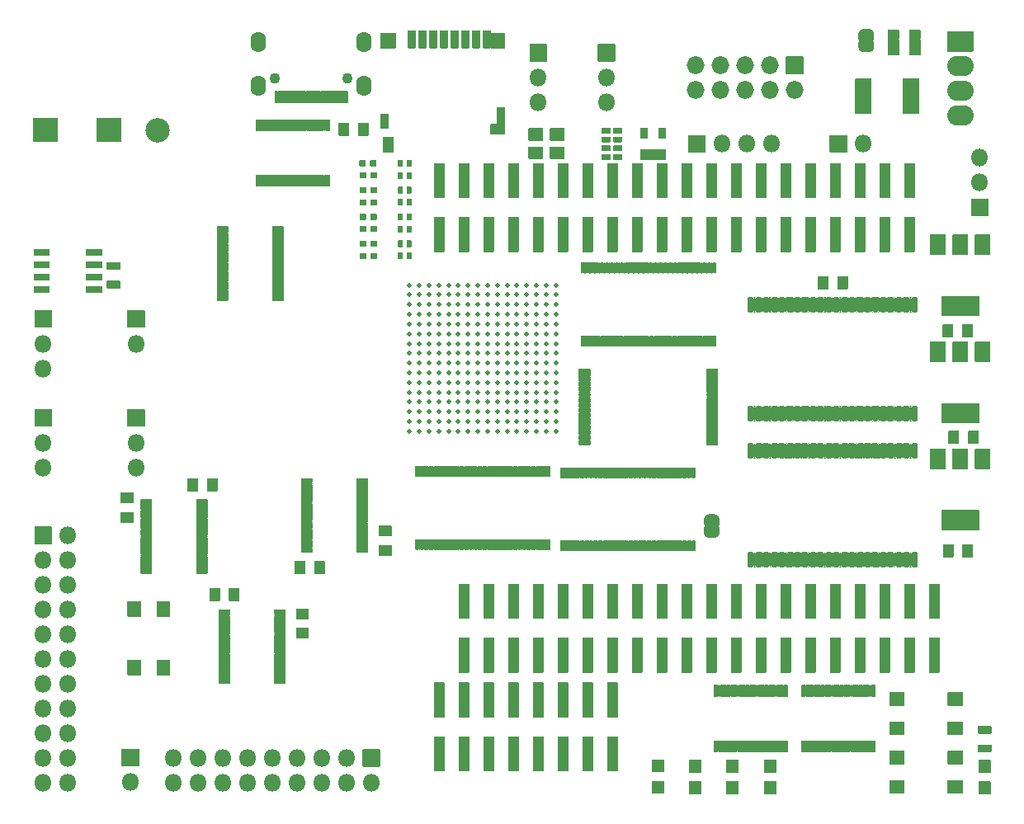
<source format=gts>
%TF.GenerationSoftware,KiCad,Pcbnew,(5.1.10)-1*%
%TF.CreationDate,2021-08-17T18:14:56+01:00*%
%TF.ProjectId,blit-cpu-mk3,626c6974-2d63-4707-952d-6d6b332e6b69,3.03*%
%TF.SameCoordinates,Original*%
%TF.FileFunction,Soldermask,Top*%
%TF.FilePolarity,Negative*%
%FSLAX46Y46*%
G04 Gerber Fmt 4.6, Leading zero omitted, Abs format (unit mm)*
G04 Created by KiCad (PCBNEW (5.1.10)-1) date 2021-08-17 18:14:56*
%MOMM*%
%LPD*%
G01*
G04 APERTURE LIST*
%ADD10O,1.802000X1.802000*%
%ADD11C,0.100000*%
%ADD12C,0.500000*%
%ADD13C,1.102000*%
%ADD14O,1.602000X2.102000*%
%ADD15C,2.502000*%
%ADD16O,1.829200X1.829200*%
%ADD17O,2.702000X2.102000*%
G04 APERTURE END LIST*
G36*
G01*
X96661200Y-66821700D02*
X96335200Y-66821700D01*
G75*
G02*
X96172200Y-66658700I0J163000D01*
G01*
X96172200Y-65357700D01*
G75*
G02*
X96335200Y-65194700I163000J0D01*
G01*
X96661200Y-65194700D01*
G75*
G02*
X96824200Y-65357700I0J-163000D01*
G01*
X96824200Y-66658700D01*
G75*
G02*
X96661200Y-66821700I-163000J0D01*
G01*
G37*
G36*
G01*
X97461200Y-66821700D02*
X97135200Y-66821700D01*
G75*
G02*
X96972200Y-66658700I0J163000D01*
G01*
X96972200Y-65357700D01*
G75*
G02*
X97135200Y-65194700I163000J0D01*
G01*
X97461200Y-65194700D01*
G75*
G02*
X97624200Y-65357700I0J-163000D01*
G01*
X97624200Y-66658700D01*
G75*
G02*
X97461200Y-66821700I-163000J0D01*
G01*
G37*
G36*
G01*
X98261200Y-66821700D02*
X97935200Y-66821700D01*
G75*
G02*
X97772200Y-66658700I0J163000D01*
G01*
X97772200Y-65357700D01*
G75*
G02*
X97935200Y-65194700I163000J0D01*
G01*
X98261200Y-65194700D01*
G75*
G02*
X98424200Y-65357700I0J-163000D01*
G01*
X98424200Y-66658700D01*
G75*
G02*
X98261200Y-66821700I-163000J0D01*
G01*
G37*
G36*
G01*
X99061200Y-66821700D02*
X98735200Y-66821700D01*
G75*
G02*
X98572200Y-66658700I0J163000D01*
G01*
X98572200Y-65357700D01*
G75*
G02*
X98735200Y-65194700I163000J0D01*
G01*
X99061200Y-65194700D01*
G75*
G02*
X99224200Y-65357700I0J-163000D01*
G01*
X99224200Y-66658700D01*
G75*
G02*
X99061200Y-66821700I-163000J0D01*
G01*
G37*
G36*
G01*
X99861200Y-66821700D02*
X99535200Y-66821700D01*
G75*
G02*
X99372200Y-66658700I0J163000D01*
G01*
X99372200Y-65357700D01*
G75*
G02*
X99535200Y-65194700I163000J0D01*
G01*
X99861200Y-65194700D01*
G75*
G02*
X100024200Y-65357700I0J-163000D01*
G01*
X100024200Y-66658700D01*
G75*
G02*
X99861200Y-66821700I-163000J0D01*
G01*
G37*
G36*
G01*
X100661200Y-66821700D02*
X100335200Y-66821700D01*
G75*
G02*
X100172200Y-66658700I0J163000D01*
G01*
X100172200Y-65357700D01*
G75*
G02*
X100335200Y-65194700I163000J0D01*
G01*
X100661200Y-65194700D01*
G75*
G02*
X100824200Y-65357700I0J-163000D01*
G01*
X100824200Y-66658700D01*
G75*
G02*
X100661200Y-66821700I-163000J0D01*
G01*
G37*
G36*
G01*
X101461200Y-66821700D02*
X101135200Y-66821700D01*
G75*
G02*
X100972200Y-66658700I0J163000D01*
G01*
X100972200Y-65357700D01*
G75*
G02*
X101135200Y-65194700I163000J0D01*
G01*
X101461200Y-65194700D01*
G75*
G02*
X101624200Y-65357700I0J-163000D01*
G01*
X101624200Y-66658700D01*
G75*
G02*
X101461200Y-66821700I-163000J0D01*
G01*
G37*
G36*
G01*
X102261200Y-66821700D02*
X101935200Y-66821700D01*
G75*
G02*
X101772200Y-66658700I0J163000D01*
G01*
X101772200Y-65357700D01*
G75*
G02*
X101935200Y-65194700I163000J0D01*
G01*
X102261200Y-65194700D01*
G75*
G02*
X102424200Y-65357700I0J-163000D01*
G01*
X102424200Y-66658700D01*
G75*
G02*
X102261200Y-66821700I-163000J0D01*
G01*
G37*
G36*
G01*
X103061200Y-66821700D02*
X102735200Y-66821700D01*
G75*
G02*
X102572200Y-66658700I0J163000D01*
G01*
X102572200Y-65357700D01*
G75*
G02*
X102735200Y-65194700I163000J0D01*
G01*
X103061200Y-65194700D01*
G75*
G02*
X103224200Y-65357700I0J-163000D01*
G01*
X103224200Y-66658700D01*
G75*
G02*
X103061200Y-66821700I-163000J0D01*
G01*
G37*
G36*
G01*
X103861200Y-66821700D02*
X103535200Y-66821700D01*
G75*
G02*
X103372200Y-66658700I0J163000D01*
G01*
X103372200Y-65357700D01*
G75*
G02*
X103535200Y-65194700I163000J0D01*
G01*
X103861200Y-65194700D01*
G75*
G02*
X104024200Y-65357700I0J-163000D01*
G01*
X104024200Y-66658700D01*
G75*
G02*
X103861200Y-66821700I-163000J0D01*
G01*
G37*
G36*
G01*
X104661200Y-66821700D02*
X104335200Y-66821700D01*
G75*
G02*
X104172200Y-66658700I0J163000D01*
G01*
X104172200Y-65357700D01*
G75*
G02*
X104335200Y-65194700I163000J0D01*
G01*
X104661200Y-65194700D01*
G75*
G02*
X104824200Y-65357700I0J-163000D01*
G01*
X104824200Y-66658700D01*
G75*
G02*
X104661200Y-66821700I-163000J0D01*
G01*
G37*
G36*
G01*
X105461200Y-66821700D02*
X105135200Y-66821700D01*
G75*
G02*
X104972200Y-66658700I0J163000D01*
G01*
X104972200Y-65357700D01*
G75*
G02*
X105135200Y-65194700I163000J0D01*
G01*
X105461200Y-65194700D01*
G75*
G02*
X105624200Y-65357700I0J-163000D01*
G01*
X105624200Y-66658700D01*
G75*
G02*
X105461200Y-66821700I-163000J0D01*
G01*
G37*
G36*
G01*
X106261200Y-66821700D02*
X105935200Y-66821700D01*
G75*
G02*
X105772200Y-66658700I0J163000D01*
G01*
X105772200Y-65357700D01*
G75*
G02*
X105935200Y-65194700I163000J0D01*
G01*
X106261200Y-65194700D01*
G75*
G02*
X106424200Y-65357700I0J-163000D01*
G01*
X106424200Y-66658700D01*
G75*
G02*
X106261200Y-66821700I-163000J0D01*
G01*
G37*
G36*
G01*
X107061200Y-66821700D02*
X106735200Y-66821700D01*
G75*
G02*
X106572200Y-66658700I0J163000D01*
G01*
X106572200Y-65357700D01*
G75*
G02*
X106735200Y-65194700I163000J0D01*
G01*
X107061200Y-65194700D01*
G75*
G02*
X107224200Y-65357700I0J-163000D01*
G01*
X107224200Y-66658700D01*
G75*
G02*
X107061200Y-66821700I-163000J0D01*
G01*
G37*
G36*
G01*
X107861200Y-66821700D02*
X107535200Y-66821700D01*
G75*
G02*
X107372200Y-66658700I0J163000D01*
G01*
X107372200Y-65357700D01*
G75*
G02*
X107535200Y-65194700I163000J0D01*
G01*
X107861200Y-65194700D01*
G75*
G02*
X108024200Y-65357700I0J-163000D01*
G01*
X108024200Y-66658700D01*
G75*
G02*
X107861200Y-66821700I-163000J0D01*
G01*
G37*
G36*
G01*
X108661200Y-66821700D02*
X108335200Y-66821700D01*
G75*
G02*
X108172200Y-66658700I0J163000D01*
G01*
X108172200Y-65357700D01*
G75*
G02*
X108335200Y-65194700I163000J0D01*
G01*
X108661200Y-65194700D01*
G75*
G02*
X108824200Y-65357700I0J-163000D01*
G01*
X108824200Y-66658700D01*
G75*
G02*
X108661200Y-66821700I-163000J0D01*
G01*
G37*
G36*
G01*
X109461200Y-66821700D02*
X109135200Y-66821700D01*
G75*
G02*
X108972200Y-66658700I0J163000D01*
G01*
X108972200Y-65357700D01*
G75*
G02*
X109135200Y-65194700I163000J0D01*
G01*
X109461200Y-65194700D01*
G75*
G02*
X109624200Y-65357700I0J-163000D01*
G01*
X109624200Y-66658700D01*
G75*
G02*
X109461200Y-66821700I-163000J0D01*
G01*
G37*
G36*
G01*
X110261200Y-66821700D02*
X109935200Y-66821700D01*
G75*
G02*
X109772200Y-66658700I0J163000D01*
G01*
X109772200Y-65357700D01*
G75*
G02*
X109935200Y-65194700I163000J0D01*
G01*
X110261200Y-65194700D01*
G75*
G02*
X110424200Y-65357700I0J-163000D01*
G01*
X110424200Y-66658700D01*
G75*
G02*
X110261200Y-66821700I-163000J0D01*
G01*
G37*
G36*
G01*
X111061200Y-66821700D02*
X110735200Y-66821700D01*
G75*
G02*
X110572200Y-66658700I0J163000D01*
G01*
X110572200Y-65357700D01*
G75*
G02*
X110735200Y-65194700I163000J0D01*
G01*
X111061200Y-65194700D01*
G75*
G02*
X111224200Y-65357700I0J-163000D01*
G01*
X111224200Y-66658700D01*
G75*
G02*
X111061200Y-66821700I-163000J0D01*
G01*
G37*
G36*
G01*
X111861200Y-66821700D02*
X111535200Y-66821700D01*
G75*
G02*
X111372200Y-66658700I0J163000D01*
G01*
X111372200Y-65357700D01*
G75*
G02*
X111535200Y-65194700I163000J0D01*
G01*
X111861200Y-65194700D01*
G75*
G02*
X112024200Y-65357700I0J-163000D01*
G01*
X112024200Y-66658700D01*
G75*
G02*
X111861200Y-66821700I-163000J0D01*
G01*
G37*
G36*
G01*
X112661200Y-66821700D02*
X112335200Y-66821700D01*
G75*
G02*
X112172200Y-66658700I0J163000D01*
G01*
X112172200Y-65357700D01*
G75*
G02*
X112335200Y-65194700I163000J0D01*
G01*
X112661200Y-65194700D01*
G75*
G02*
X112824200Y-65357700I0J-163000D01*
G01*
X112824200Y-66658700D01*
G75*
G02*
X112661200Y-66821700I-163000J0D01*
G01*
G37*
G36*
G01*
X113461200Y-66821700D02*
X113135200Y-66821700D01*
G75*
G02*
X112972200Y-66658700I0J163000D01*
G01*
X112972200Y-65357700D01*
G75*
G02*
X113135200Y-65194700I163000J0D01*
G01*
X113461200Y-65194700D01*
G75*
G02*
X113624200Y-65357700I0J-163000D01*
G01*
X113624200Y-66658700D01*
G75*
G02*
X113461200Y-66821700I-163000J0D01*
G01*
G37*
G36*
G01*
X113461200Y-77996700D02*
X113135200Y-77996700D01*
G75*
G02*
X112972200Y-77833700I0J163000D01*
G01*
X112972200Y-76532700D01*
G75*
G02*
X113135200Y-76369700I163000J0D01*
G01*
X113461200Y-76369700D01*
G75*
G02*
X113624200Y-76532700I0J-163000D01*
G01*
X113624200Y-77833700D01*
G75*
G02*
X113461200Y-77996700I-163000J0D01*
G01*
G37*
G36*
G01*
X112661200Y-77996700D02*
X112335200Y-77996700D01*
G75*
G02*
X112172200Y-77833700I0J163000D01*
G01*
X112172200Y-76532700D01*
G75*
G02*
X112335200Y-76369700I163000J0D01*
G01*
X112661200Y-76369700D01*
G75*
G02*
X112824200Y-76532700I0J-163000D01*
G01*
X112824200Y-77833700D01*
G75*
G02*
X112661200Y-77996700I-163000J0D01*
G01*
G37*
G36*
G01*
X111861200Y-77996700D02*
X111535200Y-77996700D01*
G75*
G02*
X111372200Y-77833700I0J163000D01*
G01*
X111372200Y-76532700D01*
G75*
G02*
X111535200Y-76369700I163000J0D01*
G01*
X111861200Y-76369700D01*
G75*
G02*
X112024200Y-76532700I0J-163000D01*
G01*
X112024200Y-77833700D01*
G75*
G02*
X111861200Y-77996700I-163000J0D01*
G01*
G37*
G36*
G01*
X111061200Y-77996700D02*
X110735200Y-77996700D01*
G75*
G02*
X110572200Y-77833700I0J163000D01*
G01*
X110572200Y-76532700D01*
G75*
G02*
X110735200Y-76369700I163000J0D01*
G01*
X111061200Y-76369700D01*
G75*
G02*
X111224200Y-76532700I0J-163000D01*
G01*
X111224200Y-77833700D01*
G75*
G02*
X111061200Y-77996700I-163000J0D01*
G01*
G37*
G36*
G01*
X110261200Y-77996700D02*
X109935200Y-77996700D01*
G75*
G02*
X109772200Y-77833700I0J163000D01*
G01*
X109772200Y-76532700D01*
G75*
G02*
X109935200Y-76369700I163000J0D01*
G01*
X110261200Y-76369700D01*
G75*
G02*
X110424200Y-76532700I0J-163000D01*
G01*
X110424200Y-77833700D01*
G75*
G02*
X110261200Y-77996700I-163000J0D01*
G01*
G37*
G36*
G01*
X109461200Y-77996700D02*
X109135200Y-77996700D01*
G75*
G02*
X108972200Y-77833700I0J163000D01*
G01*
X108972200Y-76532700D01*
G75*
G02*
X109135200Y-76369700I163000J0D01*
G01*
X109461200Y-76369700D01*
G75*
G02*
X109624200Y-76532700I0J-163000D01*
G01*
X109624200Y-77833700D01*
G75*
G02*
X109461200Y-77996700I-163000J0D01*
G01*
G37*
G36*
G01*
X108661200Y-77996700D02*
X108335200Y-77996700D01*
G75*
G02*
X108172200Y-77833700I0J163000D01*
G01*
X108172200Y-76532700D01*
G75*
G02*
X108335200Y-76369700I163000J0D01*
G01*
X108661200Y-76369700D01*
G75*
G02*
X108824200Y-76532700I0J-163000D01*
G01*
X108824200Y-77833700D01*
G75*
G02*
X108661200Y-77996700I-163000J0D01*
G01*
G37*
G36*
G01*
X107861200Y-77996700D02*
X107535200Y-77996700D01*
G75*
G02*
X107372200Y-77833700I0J163000D01*
G01*
X107372200Y-76532700D01*
G75*
G02*
X107535200Y-76369700I163000J0D01*
G01*
X107861200Y-76369700D01*
G75*
G02*
X108024200Y-76532700I0J-163000D01*
G01*
X108024200Y-77833700D01*
G75*
G02*
X107861200Y-77996700I-163000J0D01*
G01*
G37*
G36*
G01*
X107061200Y-77996700D02*
X106735200Y-77996700D01*
G75*
G02*
X106572200Y-77833700I0J163000D01*
G01*
X106572200Y-76532700D01*
G75*
G02*
X106735200Y-76369700I163000J0D01*
G01*
X107061200Y-76369700D01*
G75*
G02*
X107224200Y-76532700I0J-163000D01*
G01*
X107224200Y-77833700D01*
G75*
G02*
X107061200Y-77996700I-163000J0D01*
G01*
G37*
G36*
G01*
X106261200Y-77996700D02*
X105935200Y-77996700D01*
G75*
G02*
X105772200Y-77833700I0J163000D01*
G01*
X105772200Y-76532700D01*
G75*
G02*
X105935200Y-76369700I163000J0D01*
G01*
X106261200Y-76369700D01*
G75*
G02*
X106424200Y-76532700I0J-163000D01*
G01*
X106424200Y-77833700D01*
G75*
G02*
X106261200Y-77996700I-163000J0D01*
G01*
G37*
G36*
G01*
X105461200Y-77996700D02*
X105135200Y-77996700D01*
G75*
G02*
X104972200Y-77833700I0J163000D01*
G01*
X104972200Y-76532700D01*
G75*
G02*
X105135200Y-76369700I163000J0D01*
G01*
X105461200Y-76369700D01*
G75*
G02*
X105624200Y-76532700I0J-163000D01*
G01*
X105624200Y-77833700D01*
G75*
G02*
X105461200Y-77996700I-163000J0D01*
G01*
G37*
G36*
G01*
X104661200Y-77996700D02*
X104335200Y-77996700D01*
G75*
G02*
X104172200Y-77833700I0J163000D01*
G01*
X104172200Y-76532700D01*
G75*
G02*
X104335200Y-76369700I163000J0D01*
G01*
X104661200Y-76369700D01*
G75*
G02*
X104824200Y-76532700I0J-163000D01*
G01*
X104824200Y-77833700D01*
G75*
G02*
X104661200Y-77996700I-163000J0D01*
G01*
G37*
G36*
G01*
X103861200Y-77996700D02*
X103535200Y-77996700D01*
G75*
G02*
X103372200Y-77833700I0J163000D01*
G01*
X103372200Y-76532700D01*
G75*
G02*
X103535200Y-76369700I163000J0D01*
G01*
X103861200Y-76369700D01*
G75*
G02*
X104024200Y-76532700I0J-163000D01*
G01*
X104024200Y-77833700D01*
G75*
G02*
X103861200Y-77996700I-163000J0D01*
G01*
G37*
G36*
G01*
X103061200Y-77996700D02*
X102735200Y-77996700D01*
G75*
G02*
X102572200Y-77833700I0J163000D01*
G01*
X102572200Y-76532700D01*
G75*
G02*
X102735200Y-76369700I163000J0D01*
G01*
X103061200Y-76369700D01*
G75*
G02*
X103224200Y-76532700I0J-163000D01*
G01*
X103224200Y-77833700D01*
G75*
G02*
X103061200Y-77996700I-163000J0D01*
G01*
G37*
G36*
G01*
X102261200Y-77996700D02*
X101935200Y-77996700D01*
G75*
G02*
X101772200Y-77833700I0J163000D01*
G01*
X101772200Y-76532700D01*
G75*
G02*
X101935200Y-76369700I163000J0D01*
G01*
X102261200Y-76369700D01*
G75*
G02*
X102424200Y-76532700I0J-163000D01*
G01*
X102424200Y-77833700D01*
G75*
G02*
X102261200Y-77996700I-163000J0D01*
G01*
G37*
G36*
G01*
X101461200Y-77996700D02*
X101135200Y-77996700D01*
G75*
G02*
X100972200Y-77833700I0J163000D01*
G01*
X100972200Y-76532700D01*
G75*
G02*
X101135200Y-76369700I163000J0D01*
G01*
X101461200Y-76369700D01*
G75*
G02*
X101624200Y-76532700I0J-163000D01*
G01*
X101624200Y-77833700D01*
G75*
G02*
X101461200Y-77996700I-163000J0D01*
G01*
G37*
G36*
G01*
X100661200Y-77996700D02*
X100335200Y-77996700D01*
G75*
G02*
X100172200Y-77833700I0J163000D01*
G01*
X100172200Y-76532700D01*
G75*
G02*
X100335200Y-76369700I163000J0D01*
G01*
X100661200Y-76369700D01*
G75*
G02*
X100824200Y-76532700I0J-163000D01*
G01*
X100824200Y-77833700D01*
G75*
G02*
X100661200Y-77996700I-163000J0D01*
G01*
G37*
G36*
G01*
X99861200Y-77996700D02*
X99535200Y-77996700D01*
G75*
G02*
X99372200Y-77833700I0J163000D01*
G01*
X99372200Y-76532700D01*
G75*
G02*
X99535200Y-76369700I163000J0D01*
G01*
X99861200Y-76369700D01*
G75*
G02*
X100024200Y-76532700I0J-163000D01*
G01*
X100024200Y-77833700D01*
G75*
G02*
X99861200Y-77996700I-163000J0D01*
G01*
G37*
G36*
G01*
X99061200Y-77996700D02*
X98735200Y-77996700D01*
G75*
G02*
X98572200Y-77833700I0J163000D01*
G01*
X98572200Y-76532700D01*
G75*
G02*
X98735200Y-76369700I163000J0D01*
G01*
X99061200Y-76369700D01*
G75*
G02*
X99224200Y-76532700I0J-163000D01*
G01*
X99224200Y-77833700D01*
G75*
G02*
X99061200Y-77996700I-163000J0D01*
G01*
G37*
G36*
G01*
X98261200Y-77996700D02*
X97935200Y-77996700D01*
G75*
G02*
X97772200Y-77833700I0J163000D01*
G01*
X97772200Y-76532700D01*
G75*
G02*
X97935200Y-76369700I163000J0D01*
G01*
X98261200Y-76369700D01*
G75*
G02*
X98424200Y-76532700I0J-163000D01*
G01*
X98424200Y-77833700D01*
G75*
G02*
X98261200Y-77996700I-163000J0D01*
G01*
G37*
G36*
G01*
X97461200Y-77996700D02*
X97135200Y-77996700D01*
G75*
G02*
X96972200Y-77833700I0J163000D01*
G01*
X96972200Y-76532700D01*
G75*
G02*
X97135200Y-76369700I163000J0D01*
G01*
X97461200Y-76369700D01*
G75*
G02*
X97624200Y-76532700I0J-163000D01*
G01*
X97624200Y-77833700D01*
G75*
G02*
X97461200Y-77996700I-163000J0D01*
G01*
G37*
G36*
G01*
X96661200Y-77996700D02*
X96335200Y-77996700D01*
G75*
G02*
X96172200Y-77833700I0J163000D01*
G01*
X96172200Y-76532700D01*
G75*
G02*
X96335200Y-76369700I163000J0D01*
G01*
X96661200Y-76369700D01*
G75*
G02*
X96824200Y-76532700I0J-163000D01*
G01*
X96824200Y-77833700D01*
G75*
G02*
X96661200Y-77996700I-163000J0D01*
G01*
G37*
G36*
G01*
X81825000Y-89794000D02*
X82825000Y-89794000D01*
G75*
G02*
X82876000Y-89845000I0J-51000D01*
G01*
X82876000Y-93345000D01*
G75*
G02*
X82825000Y-93396000I-51000J0D01*
G01*
X81825000Y-93396000D01*
G75*
G02*
X81774000Y-93345000I0J51000D01*
G01*
X81774000Y-89845000D01*
G75*
G02*
X81825000Y-89794000I51000J0D01*
G01*
G37*
G36*
G01*
X81825000Y-95334000D02*
X82825000Y-95334000D01*
G75*
G02*
X82876000Y-95385000I0J-51000D01*
G01*
X82876000Y-98885000D01*
G75*
G02*
X82825000Y-98936000I-51000J0D01*
G01*
X81825000Y-98936000D01*
G75*
G02*
X81774000Y-98885000I0J51000D01*
G01*
X81774000Y-95385000D01*
G75*
G02*
X81825000Y-95334000I51000J0D01*
G01*
G37*
G36*
G01*
X79285000Y-89794000D02*
X80285000Y-89794000D01*
G75*
G02*
X80336000Y-89845000I0J-51000D01*
G01*
X80336000Y-93345000D01*
G75*
G02*
X80285000Y-93396000I-51000J0D01*
G01*
X79285000Y-93396000D01*
G75*
G02*
X79234000Y-93345000I0J51000D01*
G01*
X79234000Y-89845000D01*
G75*
G02*
X79285000Y-89794000I51000J0D01*
G01*
G37*
G36*
G01*
X79285000Y-95334000D02*
X80285000Y-95334000D01*
G75*
G02*
X80336000Y-95385000I0J-51000D01*
G01*
X80336000Y-98885000D01*
G75*
G02*
X80285000Y-98936000I-51000J0D01*
G01*
X79285000Y-98936000D01*
G75*
G02*
X79234000Y-98885000I0J51000D01*
G01*
X79234000Y-95385000D01*
G75*
G02*
X79285000Y-95334000I51000J0D01*
G01*
G37*
G36*
G01*
X76745000Y-89794000D02*
X77745000Y-89794000D01*
G75*
G02*
X77796000Y-89845000I0J-51000D01*
G01*
X77796000Y-93345000D01*
G75*
G02*
X77745000Y-93396000I-51000J0D01*
G01*
X76745000Y-93396000D01*
G75*
G02*
X76694000Y-93345000I0J51000D01*
G01*
X76694000Y-89845000D01*
G75*
G02*
X76745000Y-89794000I51000J0D01*
G01*
G37*
G36*
G01*
X76745000Y-95334000D02*
X77745000Y-95334000D01*
G75*
G02*
X77796000Y-95385000I0J-51000D01*
G01*
X77796000Y-98885000D01*
G75*
G02*
X77745000Y-98936000I-51000J0D01*
G01*
X76745000Y-98936000D01*
G75*
G02*
X76694000Y-98885000I0J51000D01*
G01*
X76694000Y-95385000D01*
G75*
G02*
X76745000Y-95334000I51000J0D01*
G01*
G37*
G36*
G01*
X74205000Y-89794000D02*
X75205000Y-89794000D01*
G75*
G02*
X75256000Y-89845000I0J-51000D01*
G01*
X75256000Y-93345000D01*
G75*
G02*
X75205000Y-93396000I-51000J0D01*
G01*
X74205000Y-93396000D01*
G75*
G02*
X74154000Y-93345000I0J51000D01*
G01*
X74154000Y-89845000D01*
G75*
G02*
X74205000Y-89794000I51000J0D01*
G01*
G37*
G36*
G01*
X74205000Y-95334000D02*
X75205000Y-95334000D01*
G75*
G02*
X75256000Y-95385000I0J-51000D01*
G01*
X75256000Y-98885000D01*
G75*
G02*
X75205000Y-98936000I-51000J0D01*
G01*
X74205000Y-98936000D01*
G75*
G02*
X74154000Y-98885000I0J51000D01*
G01*
X74154000Y-95385000D01*
G75*
G02*
X74205000Y-95334000I51000J0D01*
G01*
G37*
G36*
G01*
X71665000Y-89794000D02*
X72665000Y-89794000D01*
G75*
G02*
X72716000Y-89845000I0J-51000D01*
G01*
X72716000Y-93345000D01*
G75*
G02*
X72665000Y-93396000I-51000J0D01*
G01*
X71665000Y-93396000D01*
G75*
G02*
X71614000Y-93345000I0J51000D01*
G01*
X71614000Y-89845000D01*
G75*
G02*
X71665000Y-89794000I51000J0D01*
G01*
G37*
G36*
G01*
X71665000Y-95334000D02*
X72665000Y-95334000D01*
G75*
G02*
X72716000Y-95385000I0J-51000D01*
G01*
X72716000Y-98885000D01*
G75*
G02*
X72665000Y-98936000I-51000J0D01*
G01*
X71665000Y-98936000D01*
G75*
G02*
X71614000Y-98885000I0J51000D01*
G01*
X71614000Y-95385000D01*
G75*
G02*
X71665000Y-95334000I51000J0D01*
G01*
G37*
G36*
G01*
X69125000Y-89794000D02*
X70125000Y-89794000D01*
G75*
G02*
X70176000Y-89845000I0J-51000D01*
G01*
X70176000Y-93345000D01*
G75*
G02*
X70125000Y-93396000I-51000J0D01*
G01*
X69125000Y-93396000D01*
G75*
G02*
X69074000Y-93345000I0J51000D01*
G01*
X69074000Y-89845000D01*
G75*
G02*
X69125000Y-89794000I51000J0D01*
G01*
G37*
G36*
G01*
X69125000Y-95334000D02*
X70125000Y-95334000D01*
G75*
G02*
X70176000Y-95385000I0J-51000D01*
G01*
X70176000Y-98885000D01*
G75*
G02*
X70125000Y-98936000I-51000J0D01*
G01*
X69125000Y-98936000D01*
G75*
G02*
X69074000Y-98885000I0J51000D01*
G01*
X69074000Y-95385000D01*
G75*
G02*
X69125000Y-95334000I51000J0D01*
G01*
G37*
G36*
G01*
X66585000Y-89794000D02*
X67585000Y-89794000D01*
G75*
G02*
X67636000Y-89845000I0J-51000D01*
G01*
X67636000Y-93345000D01*
G75*
G02*
X67585000Y-93396000I-51000J0D01*
G01*
X66585000Y-93396000D01*
G75*
G02*
X66534000Y-93345000I0J51000D01*
G01*
X66534000Y-89845000D01*
G75*
G02*
X66585000Y-89794000I51000J0D01*
G01*
G37*
G36*
G01*
X66585000Y-95334000D02*
X67585000Y-95334000D01*
G75*
G02*
X67636000Y-95385000I0J-51000D01*
G01*
X67636000Y-98885000D01*
G75*
G02*
X67585000Y-98936000I-51000J0D01*
G01*
X66585000Y-98936000D01*
G75*
G02*
X66534000Y-98885000I0J51000D01*
G01*
X66534000Y-95385000D01*
G75*
G02*
X66585000Y-95334000I51000J0D01*
G01*
G37*
G36*
G01*
X64045000Y-89794000D02*
X65045000Y-89794000D01*
G75*
G02*
X65096000Y-89845000I0J-51000D01*
G01*
X65096000Y-93345000D01*
G75*
G02*
X65045000Y-93396000I-51000J0D01*
G01*
X64045000Y-93396000D01*
G75*
G02*
X63994000Y-93345000I0J51000D01*
G01*
X63994000Y-89845000D01*
G75*
G02*
X64045000Y-89794000I51000J0D01*
G01*
G37*
G36*
G01*
X64045000Y-95334000D02*
X65045000Y-95334000D01*
G75*
G02*
X65096000Y-95385000I0J-51000D01*
G01*
X65096000Y-98885000D01*
G75*
G02*
X65045000Y-98936000I-51000J0D01*
G01*
X64045000Y-98936000D01*
G75*
G02*
X63994000Y-98885000I0J51000D01*
G01*
X63994000Y-95385000D01*
G75*
G02*
X64045000Y-95334000I51000J0D01*
G01*
G37*
G36*
G01*
X66585000Y-85189000D02*
X67585000Y-85189000D01*
G75*
G02*
X67636000Y-85240000I0J-51000D01*
G01*
X67636000Y-88740000D01*
G75*
G02*
X67585000Y-88791000I-51000J0D01*
G01*
X66585000Y-88791000D01*
G75*
G02*
X66534000Y-88740000I0J51000D01*
G01*
X66534000Y-85240000D01*
G75*
G02*
X66585000Y-85189000I51000J0D01*
G01*
G37*
G36*
G01*
X66585000Y-79649000D02*
X67585000Y-79649000D01*
G75*
G02*
X67636000Y-79700000I0J-51000D01*
G01*
X67636000Y-83200000D01*
G75*
G02*
X67585000Y-83251000I-51000J0D01*
G01*
X66585000Y-83251000D01*
G75*
G02*
X66534000Y-83200000I0J51000D01*
G01*
X66534000Y-79700000D01*
G75*
G02*
X66585000Y-79649000I51000J0D01*
G01*
G37*
G36*
G01*
X69125000Y-85189000D02*
X70125000Y-85189000D01*
G75*
G02*
X70176000Y-85240000I0J-51000D01*
G01*
X70176000Y-88740000D01*
G75*
G02*
X70125000Y-88791000I-51000J0D01*
G01*
X69125000Y-88791000D01*
G75*
G02*
X69074000Y-88740000I0J51000D01*
G01*
X69074000Y-85240000D01*
G75*
G02*
X69125000Y-85189000I51000J0D01*
G01*
G37*
G36*
G01*
X69125000Y-79649000D02*
X70125000Y-79649000D01*
G75*
G02*
X70176000Y-79700000I0J-51000D01*
G01*
X70176000Y-83200000D01*
G75*
G02*
X70125000Y-83251000I-51000J0D01*
G01*
X69125000Y-83251000D01*
G75*
G02*
X69074000Y-83200000I0J51000D01*
G01*
X69074000Y-79700000D01*
G75*
G02*
X69125000Y-79649000I51000J0D01*
G01*
G37*
G36*
G01*
X71665000Y-85189000D02*
X72665000Y-85189000D01*
G75*
G02*
X72716000Y-85240000I0J-51000D01*
G01*
X72716000Y-88740000D01*
G75*
G02*
X72665000Y-88791000I-51000J0D01*
G01*
X71665000Y-88791000D01*
G75*
G02*
X71614000Y-88740000I0J51000D01*
G01*
X71614000Y-85240000D01*
G75*
G02*
X71665000Y-85189000I51000J0D01*
G01*
G37*
G36*
G01*
X71665000Y-79649000D02*
X72665000Y-79649000D01*
G75*
G02*
X72716000Y-79700000I0J-51000D01*
G01*
X72716000Y-83200000D01*
G75*
G02*
X72665000Y-83251000I-51000J0D01*
G01*
X71665000Y-83251000D01*
G75*
G02*
X71614000Y-83200000I0J51000D01*
G01*
X71614000Y-79700000D01*
G75*
G02*
X71665000Y-79649000I51000J0D01*
G01*
G37*
G36*
G01*
X74205000Y-85189000D02*
X75205000Y-85189000D01*
G75*
G02*
X75256000Y-85240000I0J-51000D01*
G01*
X75256000Y-88740000D01*
G75*
G02*
X75205000Y-88791000I-51000J0D01*
G01*
X74205000Y-88791000D01*
G75*
G02*
X74154000Y-88740000I0J51000D01*
G01*
X74154000Y-85240000D01*
G75*
G02*
X74205000Y-85189000I51000J0D01*
G01*
G37*
G36*
G01*
X74205000Y-79649000D02*
X75205000Y-79649000D01*
G75*
G02*
X75256000Y-79700000I0J-51000D01*
G01*
X75256000Y-83200000D01*
G75*
G02*
X75205000Y-83251000I-51000J0D01*
G01*
X74205000Y-83251000D01*
G75*
G02*
X74154000Y-83200000I0J51000D01*
G01*
X74154000Y-79700000D01*
G75*
G02*
X74205000Y-79649000I51000J0D01*
G01*
G37*
G36*
G01*
X76745000Y-85189000D02*
X77745000Y-85189000D01*
G75*
G02*
X77796000Y-85240000I0J-51000D01*
G01*
X77796000Y-88740000D01*
G75*
G02*
X77745000Y-88791000I-51000J0D01*
G01*
X76745000Y-88791000D01*
G75*
G02*
X76694000Y-88740000I0J51000D01*
G01*
X76694000Y-85240000D01*
G75*
G02*
X76745000Y-85189000I51000J0D01*
G01*
G37*
G36*
G01*
X76745000Y-79649000D02*
X77745000Y-79649000D01*
G75*
G02*
X77796000Y-79700000I0J-51000D01*
G01*
X77796000Y-83200000D01*
G75*
G02*
X77745000Y-83251000I-51000J0D01*
G01*
X76745000Y-83251000D01*
G75*
G02*
X76694000Y-83200000I0J51000D01*
G01*
X76694000Y-79700000D01*
G75*
G02*
X76745000Y-79649000I51000J0D01*
G01*
G37*
G36*
G01*
X79285000Y-85189000D02*
X80285000Y-85189000D01*
G75*
G02*
X80336000Y-85240000I0J-51000D01*
G01*
X80336000Y-88740000D01*
G75*
G02*
X80285000Y-88791000I-51000J0D01*
G01*
X79285000Y-88791000D01*
G75*
G02*
X79234000Y-88740000I0J51000D01*
G01*
X79234000Y-85240000D01*
G75*
G02*
X79285000Y-85189000I51000J0D01*
G01*
G37*
G36*
G01*
X79285000Y-79649000D02*
X80285000Y-79649000D01*
G75*
G02*
X80336000Y-79700000I0J-51000D01*
G01*
X80336000Y-83200000D01*
G75*
G02*
X80285000Y-83251000I-51000J0D01*
G01*
X79285000Y-83251000D01*
G75*
G02*
X79234000Y-83200000I0J51000D01*
G01*
X79234000Y-79700000D01*
G75*
G02*
X79285000Y-79649000I51000J0D01*
G01*
G37*
G36*
G01*
X81825000Y-85189000D02*
X82825000Y-85189000D01*
G75*
G02*
X82876000Y-85240000I0J-51000D01*
G01*
X82876000Y-88740000D01*
G75*
G02*
X82825000Y-88791000I-51000J0D01*
G01*
X81825000Y-88791000D01*
G75*
G02*
X81774000Y-88740000I0J51000D01*
G01*
X81774000Y-85240000D01*
G75*
G02*
X81825000Y-85189000I51000J0D01*
G01*
G37*
G36*
G01*
X81825000Y-79649000D02*
X82825000Y-79649000D01*
G75*
G02*
X82876000Y-79700000I0J-51000D01*
G01*
X82876000Y-83200000D01*
G75*
G02*
X82825000Y-83251000I-51000J0D01*
G01*
X81825000Y-83251000D01*
G75*
G02*
X81774000Y-83200000I0J51000D01*
G01*
X81774000Y-79700000D01*
G75*
G02*
X81825000Y-79649000I51000J0D01*
G01*
G37*
G36*
G01*
X84365000Y-85189000D02*
X85365000Y-85189000D01*
G75*
G02*
X85416000Y-85240000I0J-51000D01*
G01*
X85416000Y-88740000D01*
G75*
G02*
X85365000Y-88791000I-51000J0D01*
G01*
X84365000Y-88791000D01*
G75*
G02*
X84314000Y-88740000I0J51000D01*
G01*
X84314000Y-85240000D01*
G75*
G02*
X84365000Y-85189000I51000J0D01*
G01*
G37*
G36*
G01*
X84365000Y-79649000D02*
X85365000Y-79649000D01*
G75*
G02*
X85416000Y-79700000I0J-51000D01*
G01*
X85416000Y-83200000D01*
G75*
G02*
X85365000Y-83251000I-51000J0D01*
G01*
X84365000Y-83251000D01*
G75*
G02*
X84314000Y-83200000I0J51000D01*
G01*
X84314000Y-79700000D01*
G75*
G02*
X84365000Y-79649000I51000J0D01*
G01*
G37*
G36*
G01*
X86905000Y-85189000D02*
X87905000Y-85189000D01*
G75*
G02*
X87956000Y-85240000I0J-51000D01*
G01*
X87956000Y-88740000D01*
G75*
G02*
X87905000Y-88791000I-51000J0D01*
G01*
X86905000Y-88791000D01*
G75*
G02*
X86854000Y-88740000I0J51000D01*
G01*
X86854000Y-85240000D01*
G75*
G02*
X86905000Y-85189000I51000J0D01*
G01*
G37*
G36*
G01*
X86905000Y-79649000D02*
X87905000Y-79649000D01*
G75*
G02*
X87956000Y-79700000I0J-51000D01*
G01*
X87956000Y-83200000D01*
G75*
G02*
X87905000Y-83251000I-51000J0D01*
G01*
X86905000Y-83251000D01*
G75*
G02*
X86854000Y-83200000I0J51000D01*
G01*
X86854000Y-79700000D01*
G75*
G02*
X86905000Y-79649000I51000J0D01*
G01*
G37*
G36*
G01*
X89445000Y-85189000D02*
X90445000Y-85189000D01*
G75*
G02*
X90496000Y-85240000I0J-51000D01*
G01*
X90496000Y-88740000D01*
G75*
G02*
X90445000Y-88791000I-51000J0D01*
G01*
X89445000Y-88791000D01*
G75*
G02*
X89394000Y-88740000I0J51000D01*
G01*
X89394000Y-85240000D01*
G75*
G02*
X89445000Y-85189000I51000J0D01*
G01*
G37*
G36*
G01*
X89445000Y-79649000D02*
X90445000Y-79649000D01*
G75*
G02*
X90496000Y-79700000I0J-51000D01*
G01*
X90496000Y-83200000D01*
G75*
G02*
X90445000Y-83251000I-51000J0D01*
G01*
X89445000Y-83251000D01*
G75*
G02*
X89394000Y-83200000I0J51000D01*
G01*
X89394000Y-79700000D01*
G75*
G02*
X89445000Y-79649000I51000J0D01*
G01*
G37*
G36*
G01*
X91985000Y-85189000D02*
X92985000Y-85189000D01*
G75*
G02*
X93036000Y-85240000I0J-51000D01*
G01*
X93036000Y-88740000D01*
G75*
G02*
X92985000Y-88791000I-51000J0D01*
G01*
X91985000Y-88791000D01*
G75*
G02*
X91934000Y-88740000I0J51000D01*
G01*
X91934000Y-85240000D01*
G75*
G02*
X91985000Y-85189000I51000J0D01*
G01*
G37*
G36*
G01*
X91985000Y-79649000D02*
X92985000Y-79649000D01*
G75*
G02*
X93036000Y-79700000I0J-51000D01*
G01*
X93036000Y-83200000D01*
G75*
G02*
X92985000Y-83251000I-51000J0D01*
G01*
X91985000Y-83251000D01*
G75*
G02*
X91934000Y-83200000I0J51000D01*
G01*
X91934000Y-79700000D01*
G75*
G02*
X91985000Y-79649000I51000J0D01*
G01*
G37*
G36*
G01*
X94525000Y-85189000D02*
X95525000Y-85189000D01*
G75*
G02*
X95576000Y-85240000I0J-51000D01*
G01*
X95576000Y-88740000D01*
G75*
G02*
X95525000Y-88791000I-51000J0D01*
G01*
X94525000Y-88791000D01*
G75*
G02*
X94474000Y-88740000I0J51000D01*
G01*
X94474000Y-85240000D01*
G75*
G02*
X94525000Y-85189000I51000J0D01*
G01*
G37*
G36*
G01*
X94525000Y-79649000D02*
X95525000Y-79649000D01*
G75*
G02*
X95576000Y-79700000I0J-51000D01*
G01*
X95576000Y-83200000D01*
G75*
G02*
X95525000Y-83251000I-51000J0D01*
G01*
X94525000Y-83251000D01*
G75*
G02*
X94474000Y-83200000I0J51000D01*
G01*
X94474000Y-79700000D01*
G75*
G02*
X94525000Y-79649000I51000J0D01*
G01*
G37*
G36*
G01*
X97065000Y-85189000D02*
X98065000Y-85189000D01*
G75*
G02*
X98116000Y-85240000I0J-51000D01*
G01*
X98116000Y-88740000D01*
G75*
G02*
X98065000Y-88791000I-51000J0D01*
G01*
X97065000Y-88791000D01*
G75*
G02*
X97014000Y-88740000I0J51000D01*
G01*
X97014000Y-85240000D01*
G75*
G02*
X97065000Y-85189000I51000J0D01*
G01*
G37*
G36*
G01*
X97065000Y-79649000D02*
X98065000Y-79649000D01*
G75*
G02*
X98116000Y-79700000I0J-51000D01*
G01*
X98116000Y-83200000D01*
G75*
G02*
X98065000Y-83251000I-51000J0D01*
G01*
X97065000Y-83251000D01*
G75*
G02*
X97014000Y-83200000I0J51000D01*
G01*
X97014000Y-79700000D01*
G75*
G02*
X97065000Y-79649000I51000J0D01*
G01*
G37*
G36*
G01*
X99605000Y-85189000D02*
X100605000Y-85189000D01*
G75*
G02*
X100656000Y-85240000I0J-51000D01*
G01*
X100656000Y-88740000D01*
G75*
G02*
X100605000Y-88791000I-51000J0D01*
G01*
X99605000Y-88791000D01*
G75*
G02*
X99554000Y-88740000I0J51000D01*
G01*
X99554000Y-85240000D01*
G75*
G02*
X99605000Y-85189000I51000J0D01*
G01*
G37*
G36*
G01*
X99605000Y-79649000D02*
X100605000Y-79649000D01*
G75*
G02*
X100656000Y-79700000I0J-51000D01*
G01*
X100656000Y-83200000D01*
G75*
G02*
X100605000Y-83251000I-51000J0D01*
G01*
X99605000Y-83251000D01*
G75*
G02*
X99554000Y-83200000I0J51000D01*
G01*
X99554000Y-79700000D01*
G75*
G02*
X99605000Y-79649000I51000J0D01*
G01*
G37*
G36*
G01*
X102145000Y-85189000D02*
X103145000Y-85189000D01*
G75*
G02*
X103196000Y-85240000I0J-51000D01*
G01*
X103196000Y-88740000D01*
G75*
G02*
X103145000Y-88791000I-51000J0D01*
G01*
X102145000Y-88791000D01*
G75*
G02*
X102094000Y-88740000I0J51000D01*
G01*
X102094000Y-85240000D01*
G75*
G02*
X102145000Y-85189000I51000J0D01*
G01*
G37*
G36*
G01*
X102145000Y-79649000D02*
X103145000Y-79649000D01*
G75*
G02*
X103196000Y-79700000I0J-51000D01*
G01*
X103196000Y-83200000D01*
G75*
G02*
X103145000Y-83251000I-51000J0D01*
G01*
X102145000Y-83251000D01*
G75*
G02*
X102094000Y-83200000I0J51000D01*
G01*
X102094000Y-79700000D01*
G75*
G02*
X102145000Y-79649000I51000J0D01*
G01*
G37*
G36*
G01*
X104685000Y-85189000D02*
X105685000Y-85189000D01*
G75*
G02*
X105736000Y-85240000I0J-51000D01*
G01*
X105736000Y-88740000D01*
G75*
G02*
X105685000Y-88791000I-51000J0D01*
G01*
X104685000Y-88791000D01*
G75*
G02*
X104634000Y-88740000I0J51000D01*
G01*
X104634000Y-85240000D01*
G75*
G02*
X104685000Y-85189000I51000J0D01*
G01*
G37*
G36*
G01*
X104685000Y-79649000D02*
X105685000Y-79649000D01*
G75*
G02*
X105736000Y-79700000I0J-51000D01*
G01*
X105736000Y-83200000D01*
G75*
G02*
X105685000Y-83251000I-51000J0D01*
G01*
X104685000Y-83251000D01*
G75*
G02*
X104634000Y-83200000I0J51000D01*
G01*
X104634000Y-79700000D01*
G75*
G02*
X104685000Y-79649000I51000J0D01*
G01*
G37*
G36*
G01*
X107225000Y-85189000D02*
X108225000Y-85189000D01*
G75*
G02*
X108276000Y-85240000I0J-51000D01*
G01*
X108276000Y-88740000D01*
G75*
G02*
X108225000Y-88791000I-51000J0D01*
G01*
X107225000Y-88791000D01*
G75*
G02*
X107174000Y-88740000I0J51000D01*
G01*
X107174000Y-85240000D01*
G75*
G02*
X107225000Y-85189000I51000J0D01*
G01*
G37*
G36*
G01*
X107225000Y-79649000D02*
X108225000Y-79649000D01*
G75*
G02*
X108276000Y-79700000I0J-51000D01*
G01*
X108276000Y-83200000D01*
G75*
G02*
X108225000Y-83251000I-51000J0D01*
G01*
X107225000Y-83251000D01*
G75*
G02*
X107174000Y-83200000I0J51000D01*
G01*
X107174000Y-79700000D01*
G75*
G02*
X107225000Y-79649000I51000J0D01*
G01*
G37*
G36*
G01*
X109765000Y-85189000D02*
X110765000Y-85189000D01*
G75*
G02*
X110816000Y-85240000I0J-51000D01*
G01*
X110816000Y-88740000D01*
G75*
G02*
X110765000Y-88791000I-51000J0D01*
G01*
X109765000Y-88791000D01*
G75*
G02*
X109714000Y-88740000I0J51000D01*
G01*
X109714000Y-85240000D01*
G75*
G02*
X109765000Y-85189000I51000J0D01*
G01*
G37*
G36*
G01*
X109765000Y-79649000D02*
X110765000Y-79649000D01*
G75*
G02*
X110816000Y-79700000I0J-51000D01*
G01*
X110816000Y-83200000D01*
G75*
G02*
X110765000Y-83251000I-51000J0D01*
G01*
X109765000Y-83251000D01*
G75*
G02*
X109714000Y-83200000I0J51000D01*
G01*
X109714000Y-79700000D01*
G75*
G02*
X109765000Y-79649000I51000J0D01*
G01*
G37*
G36*
G01*
X112305000Y-85189000D02*
X113305000Y-85189000D01*
G75*
G02*
X113356000Y-85240000I0J-51000D01*
G01*
X113356000Y-88740000D01*
G75*
G02*
X113305000Y-88791000I-51000J0D01*
G01*
X112305000Y-88791000D01*
G75*
G02*
X112254000Y-88740000I0J51000D01*
G01*
X112254000Y-85240000D01*
G75*
G02*
X112305000Y-85189000I51000J0D01*
G01*
G37*
G36*
G01*
X112305000Y-79649000D02*
X113305000Y-79649000D01*
G75*
G02*
X113356000Y-79700000I0J-51000D01*
G01*
X113356000Y-83200000D01*
G75*
G02*
X113305000Y-83251000I-51000J0D01*
G01*
X112305000Y-83251000D01*
G75*
G02*
X112254000Y-83200000I0J51000D01*
G01*
X112254000Y-79700000D01*
G75*
G02*
X112305000Y-79649000I51000J0D01*
G01*
G37*
G36*
G01*
X114845000Y-85189000D02*
X115845000Y-85189000D01*
G75*
G02*
X115896000Y-85240000I0J-51000D01*
G01*
X115896000Y-88740000D01*
G75*
G02*
X115845000Y-88791000I-51000J0D01*
G01*
X114845000Y-88791000D01*
G75*
G02*
X114794000Y-88740000I0J51000D01*
G01*
X114794000Y-85240000D01*
G75*
G02*
X114845000Y-85189000I51000J0D01*
G01*
G37*
G36*
G01*
X114845000Y-79649000D02*
X115845000Y-79649000D01*
G75*
G02*
X115896000Y-79700000I0J-51000D01*
G01*
X115896000Y-83200000D01*
G75*
G02*
X115845000Y-83251000I-51000J0D01*
G01*
X114845000Y-83251000D01*
G75*
G02*
X114794000Y-83200000I0J51000D01*
G01*
X114794000Y-79700000D01*
G75*
G02*
X114845000Y-79649000I51000J0D01*
G01*
G37*
G36*
G01*
X64045000Y-36469000D02*
X65045000Y-36469000D01*
G75*
G02*
X65096000Y-36520000I0J-51000D01*
G01*
X65096000Y-40020000D01*
G75*
G02*
X65045000Y-40071000I-51000J0D01*
G01*
X64045000Y-40071000D01*
G75*
G02*
X63994000Y-40020000I0J51000D01*
G01*
X63994000Y-36520000D01*
G75*
G02*
X64045000Y-36469000I51000J0D01*
G01*
G37*
G36*
G01*
X64045000Y-42009000D02*
X65045000Y-42009000D01*
G75*
G02*
X65096000Y-42060000I0J-51000D01*
G01*
X65096000Y-45560000D01*
G75*
G02*
X65045000Y-45611000I-51000J0D01*
G01*
X64045000Y-45611000D01*
G75*
G02*
X63994000Y-45560000I0J51000D01*
G01*
X63994000Y-42060000D01*
G75*
G02*
X64045000Y-42009000I51000J0D01*
G01*
G37*
G36*
G01*
X66585000Y-36469000D02*
X67585000Y-36469000D01*
G75*
G02*
X67636000Y-36520000I0J-51000D01*
G01*
X67636000Y-40020000D01*
G75*
G02*
X67585000Y-40071000I-51000J0D01*
G01*
X66585000Y-40071000D01*
G75*
G02*
X66534000Y-40020000I0J51000D01*
G01*
X66534000Y-36520000D01*
G75*
G02*
X66585000Y-36469000I51000J0D01*
G01*
G37*
G36*
G01*
X66585000Y-42009000D02*
X67585000Y-42009000D01*
G75*
G02*
X67636000Y-42060000I0J-51000D01*
G01*
X67636000Y-45560000D01*
G75*
G02*
X67585000Y-45611000I-51000J0D01*
G01*
X66585000Y-45611000D01*
G75*
G02*
X66534000Y-45560000I0J51000D01*
G01*
X66534000Y-42060000D01*
G75*
G02*
X66585000Y-42009000I51000J0D01*
G01*
G37*
G36*
G01*
X69125000Y-36469000D02*
X70125000Y-36469000D01*
G75*
G02*
X70176000Y-36520000I0J-51000D01*
G01*
X70176000Y-40020000D01*
G75*
G02*
X70125000Y-40071000I-51000J0D01*
G01*
X69125000Y-40071000D01*
G75*
G02*
X69074000Y-40020000I0J51000D01*
G01*
X69074000Y-36520000D01*
G75*
G02*
X69125000Y-36469000I51000J0D01*
G01*
G37*
G36*
G01*
X69125000Y-42009000D02*
X70125000Y-42009000D01*
G75*
G02*
X70176000Y-42060000I0J-51000D01*
G01*
X70176000Y-45560000D01*
G75*
G02*
X70125000Y-45611000I-51000J0D01*
G01*
X69125000Y-45611000D01*
G75*
G02*
X69074000Y-45560000I0J51000D01*
G01*
X69074000Y-42060000D01*
G75*
G02*
X69125000Y-42009000I51000J0D01*
G01*
G37*
G36*
G01*
X71665000Y-36469000D02*
X72665000Y-36469000D01*
G75*
G02*
X72716000Y-36520000I0J-51000D01*
G01*
X72716000Y-40020000D01*
G75*
G02*
X72665000Y-40071000I-51000J0D01*
G01*
X71665000Y-40071000D01*
G75*
G02*
X71614000Y-40020000I0J51000D01*
G01*
X71614000Y-36520000D01*
G75*
G02*
X71665000Y-36469000I51000J0D01*
G01*
G37*
G36*
G01*
X71665000Y-42009000D02*
X72665000Y-42009000D01*
G75*
G02*
X72716000Y-42060000I0J-51000D01*
G01*
X72716000Y-45560000D01*
G75*
G02*
X72665000Y-45611000I-51000J0D01*
G01*
X71665000Y-45611000D01*
G75*
G02*
X71614000Y-45560000I0J51000D01*
G01*
X71614000Y-42060000D01*
G75*
G02*
X71665000Y-42009000I51000J0D01*
G01*
G37*
G36*
G01*
X74205000Y-36469000D02*
X75205000Y-36469000D01*
G75*
G02*
X75256000Y-36520000I0J-51000D01*
G01*
X75256000Y-40020000D01*
G75*
G02*
X75205000Y-40071000I-51000J0D01*
G01*
X74205000Y-40071000D01*
G75*
G02*
X74154000Y-40020000I0J51000D01*
G01*
X74154000Y-36520000D01*
G75*
G02*
X74205000Y-36469000I51000J0D01*
G01*
G37*
G36*
G01*
X74205000Y-42009000D02*
X75205000Y-42009000D01*
G75*
G02*
X75256000Y-42060000I0J-51000D01*
G01*
X75256000Y-45560000D01*
G75*
G02*
X75205000Y-45611000I-51000J0D01*
G01*
X74205000Y-45611000D01*
G75*
G02*
X74154000Y-45560000I0J51000D01*
G01*
X74154000Y-42060000D01*
G75*
G02*
X74205000Y-42009000I51000J0D01*
G01*
G37*
G36*
G01*
X76745000Y-36469000D02*
X77745000Y-36469000D01*
G75*
G02*
X77796000Y-36520000I0J-51000D01*
G01*
X77796000Y-40020000D01*
G75*
G02*
X77745000Y-40071000I-51000J0D01*
G01*
X76745000Y-40071000D01*
G75*
G02*
X76694000Y-40020000I0J51000D01*
G01*
X76694000Y-36520000D01*
G75*
G02*
X76745000Y-36469000I51000J0D01*
G01*
G37*
G36*
G01*
X76745000Y-42009000D02*
X77745000Y-42009000D01*
G75*
G02*
X77796000Y-42060000I0J-51000D01*
G01*
X77796000Y-45560000D01*
G75*
G02*
X77745000Y-45611000I-51000J0D01*
G01*
X76745000Y-45611000D01*
G75*
G02*
X76694000Y-45560000I0J51000D01*
G01*
X76694000Y-42060000D01*
G75*
G02*
X76745000Y-42009000I51000J0D01*
G01*
G37*
G36*
G01*
X79285000Y-36469000D02*
X80285000Y-36469000D01*
G75*
G02*
X80336000Y-36520000I0J-51000D01*
G01*
X80336000Y-40020000D01*
G75*
G02*
X80285000Y-40071000I-51000J0D01*
G01*
X79285000Y-40071000D01*
G75*
G02*
X79234000Y-40020000I0J51000D01*
G01*
X79234000Y-36520000D01*
G75*
G02*
X79285000Y-36469000I51000J0D01*
G01*
G37*
G36*
G01*
X79285000Y-42009000D02*
X80285000Y-42009000D01*
G75*
G02*
X80336000Y-42060000I0J-51000D01*
G01*
X80336000Y-45560000D01*
G75*
G02*
X80285000Y-45611000I-51000J0D01*
G01*
X79285000Y-45611000D01*
G75*
G02*
X79234000Y-45560000I0J51000D01*
G01*
X79234000Y-42060000D01*
G75*
G02*
X79285000Y-42009000I51000J0D01*
G01*
G37*
G36*
G01*
X81825000Y-36469000D02*
X82825000Y-36469000D01*
G75*
G02*
X82876000Y-36520000I0J-51000D01*
G01*
X82876000Y-40020000D01*
G75*
G02*
X82825000Y-40071000I-51000J0D01*
G01*
X81825000Y-40071000D01*
G75*
G02*
X81774000Y-40020000I0J51000D01*
G01*
X81774000Y-36520000D01*
G75*
G02*
X81825000Y-36469000I51000J0D01*
G01*
G37*
G36*
G01*
X81825000Y-42009000D02*
X82825000Y-42009000D01*
G75*
G02*
X82876000Y-42060000I0J-51000D01*
G01*
X82876000Y-45560000D01*
G75*
G02*
X82825000Y-45611000I-51000J0D01*
G01*
X81825000Y-45611000D01*
G75*
G02*
X81774000Y-45560000I0J51000D01*
G01*
X81774000Y-42060000D01*
G75*
G02*
X81825000Y-42009000I51000J0D01*
G01*
G37*
G36*
G01*
X84365000Y-36469000D02*
X85365000Y-36469000D01*
G75*
G02*
X85416000Y-36520000I0J-51000D01*
G01*
X85416000Y-40020000D01*
G75*
G02*
X85365000Y-40071000I-51000J0D01*
G01*
X84365000Y-40071000D01*
G75*
G02*
X84314000Y-40020000I0J51000D01*
G01*
X84314000Y-36520000D01*
G75*
G02*
X84365000Y-36469000I51000J0D01*
G01*
G37*
G36*
G01*
X84365000Y-42009000D02*
X85365000Y-42009000D01*
G75*
G02*
X85416000Y-42060000I0J-51000D01*
G01*
X85416000Y-45560000D01*
G75*
G02*
X85365000Y-45611000I-51000J0D01*
G01*
X84365000Y-45611000D01*
G75*
G02*
X84314000Y-45560000I0J51000D01*
G01*
X84314000Y-42060000D01*
G75*
G02*
X84365000Y-42009000I51000J0D01*
G01*
G37*
G36*
G01*
X86905000Y-36469000D02*
X87905000Y-36469000D01*
G75*
G02*
X87956000Y-36520000I0J-51000D01*
G01*
X87956000Y-40020000D01*
G75*
G02*
X87905000Y-40071000I-51000J0D01*
G01*
X86905000Y-40071000D01*
G75*
G02*
X86854000Y-40020000I0J51000D01*
G01*
X86854000Y-36520000D01*
G75*
G02*
X86905000Y-36469000I51000J0D01*
G01*
G37*
G36*
G01*
X86905000Y-42009000D02*
X87905000Y-42009000D01*
G75*
G02*
X87956000Y-42060000I0J-51000D01*
G01*
X87956000Y-45560000D01*
G75*
G02*
X87905000Y-45611000I-51000J0D01*
G01*
X86905000Y-45611000D01*
G75*
G02*
X86854000Y-45560000I0J51000D01*
G01*
X86854000Y-42060000D01*
G75*
G02*
X86905000Y-42009000I51000J0D01*
G01*
G37*
G36*
G01*
X89445000Y-36469000D02*
X90445000Y-36469000D01*
G75*
G02*
X90496000Y-36520000I0J-51000D01*
G01*
X90496000Y-40020000D01*
G75*
G02*
X90445000Y-40071000I-51000J0D01*
G01*
X89445000Y-40071000D01*
G75*
G02*
X89394000Y-40020000I0J51000D01*
G01*
X89394000Y-36520000D01*
G75*
G02*
X89445000Y-36469000I51000J0D01*
G01*
G37*
G36*
G01*
X89445000Y-42009000D02*
X90445000Y-42009000D01*
G75*
G02*
X90496000Y-42060000I0J-51000D01*
G01*
X90496000Y-45560000D01*
G75*
G02*
X90445000Y-45611000I-51000J0D01*
G01*
X89445000Y-45611000D01*
G75*
G02*
X89394000Y-45560000I0J51000D01*
G01*
X89394000Y-42060000D01*
G75*
G02*
X89445000Y-42009000I51000J0D01*
G01*
G37*
G36*
G01*
X91985000Y-36469000D02*
X92985000Y-36469000D01*
G75*
G02*
X93036000Y-36520000I0J-51000D01*
G01*
X93036000Y-40020000D01*
G75*
G02*
X92985000Y-40071000I-51000J0D01*
G01*
X91985000Y-40071000D01*
G75*
G02*
X91934000Y-40020000I0J51000D01*
G01*
X91934000Y-36520000D01*
G75*
G02*
X91985000Y-36469000I51000J0D01*
G01*
G37*
G36*
G01*
X91985000Y-42009000D02*
X92985000Y-42009000D01*
G75*
G02*
X93036000Y-42060000I0J-51000D01*
G01*
X93036000Y-45560000D01*
G75*
G02*
X92985000Y-45611000I-51000J0D01*
G01*
X91985000Y-45611000D01*
G75*
G02*
X91934000Y-45560000I0J51000D01*
G01*
X91934000Y-42060000D01*
G75*
G02*
X91985000Y-42009000I51000J0D01*
G01*
G37*
G36*
G01*
X94525000Y-36469000D02*
X95525000Y-36469000D01*
G75*
G02*
X95576000Y-36520000I0J-51000D01*
G01*
X95576000Y-40020000D01*
G75*
G02*
X95525000Y-40071000I-51000J0D01*
G01*
X94525000Y-40071000D01*
G75*
G02*
X94474000Y-40020000I0J51000D01*
G01*
X94474000Y-36520000D01*
G75*
G02*
X94525000Y-36469000I51000J0D01*
G01*
G37*
G36*
G01*
X94525000Y-42009000D02*
X95525000Y-42009000D01*
G75*
G02*
X95576000Y-42060000I0J-51000D01*
G01*
X95576000Y-45560000D01*
G75*
G02*
X95525000Y-45611000I-51000J0D01*
G01*
X94525000Y-45611000D01*
G75*
G02*
X94474000Y-45560000I0J51000D01*
G01*
X94474000Y-42060000D01*
G75*
G02*
X94525000Y-42009000I51000J0D01*
G01*
G37*
G36*
G01*
X97065000Y-36469000D02*
X98065000Y-36469000D01*
G75*
G02*
X98116000Y-36520000I0J-51000D01*
G01*
X98116000Y-40020000D01*
G75*
G02*
X98065000Y-40071000I-51000J0D01*
G01*
X97065000Y-40071000D01*
G75*
G02*
X97014000Y-40020000I0J51000D01*
G01*
X97014000Y-36520000D01*
G75*
G02*
X97065000Y-36469000I51000J0D01*
G01*
G37*
G36*
G01*
X97065000Y-42009000D02*
X98065000Y-42009000D01*
G75*
G02*
X98116000Y-42060000I0J-51000D01*
G01*
X98116000Y-45560000D01*
G75*
G02*
X98065000Y-45611000I-51000J0D01*
G01*
X97065000Y-45611000D01*
G75*
G02*
X97014000Y-45560000I0J51000D01*
G01*
X97014000Y-42060000D01*
G75*
G02*
X97065000Y-42009000I51000J0D01*
G01*
G37*
G36*
G01*
X99605000Y-36469000D02*
X100605000Y-36469000D01*
G75*
G02*
X100656000Y-36520000I0J-51000D01*
G01*
X100656000Y-40020000D01*
G75*
G02*
X100605000Y-40071000I-51000J0D01*
G01*
X99605000Y-40071000D01*
G75*
G02*
X99554000Y-40020000I0J51000D01*
G01*
X99554000Y-36520000D01*
G75*
G02*
X99605000Y-36469000I51000J0D01*
G01*
G37*
G36*
G01*
X99605000Y-42009000D02*
X100605000Y-42009000D01*
G75*
G02*
X100656000Y-42060000I0J-51000D01*
G01*
X100656000Y-45560000D01*
G75*
G02*
X100605000Y-45611000I-51000J0D01*
G01*
X99605000Y-45611000D01*
G75*
G02*
X99554000Y-45560000I0J51000D01*
G01*
X99554000Y-42060000D01*
G75*
G02*
X99605000Y-42009000I51000J0D01*
G01*
G37*
G36*
G01*
X102145000Y-36469000D02*
X103145000Y-36469000D01*
G75*
G02*
X103196000Y-36520000I0J-51000D01*
G01*
X103196000Y-40020000D01*
G75*
G02*
X103145000Y-40071000I-51000J0D01*
G01*
X102145000Y-40071000D01*
G75*
G02*
X102094000Y-40020000I0J51000D01*
G01*
X102094000Y-36520000D01*
G75*
G02*
X102145000Y-36469000I51000J0D01*
G01*
G37*
G36*
G01*
X102145000Y-42009000D02*
X103145000Y-42009000D01*
G75*
G02*
X103196000Y-42060000I0J-51000D01*
G01*
X103196000Y-45560000D01*
G75*
G02*
X103145000Y-45611000I-51000J0D01*
G01*
X102145000Y-45611000D01*
G75*
G02*
X102094000Y-45560000I0J51000D01*
G01*
X102094000Y-42060000D01*
G75*
G02*
X102145000Y-42009000I51000J0D01*
G01*
G37*
G36*
G01*
X104685000Y-36469000D02*
X105685000Y-36469000D01*
G75*
G02*
X105736000Y-36520000I0J-51000D01*
G01*
X105736000Y-40020000D01*
G75*
G02*
X105685000Y-40071000I-51000J0D01*
G01*
X104685000Y-40071000D01*
G75*
G02*
X104634000Y-40020000I0J51000D01*
G01*
X104634000Y-36520000D01*
G75*
G02*
X104685000Y-36469000I51000J0D01*
G01*
G37*
G36*
G01*
X104685000Y-42009000D02*
X105685000Y-42009000D01*
G75*
G02*
X105736000Y-42060000I0J-51000D01*
G01*
X105736000Y-45560000D01*
G75*
G02*
X105685000Y-45611000I-51000J0D01*
G01*
X104685000Y-45611000D01*
G75*
G02*
X104634000Y-45560000I0J51000D01*
G01*
X104634000Y-42060000D01*
G75*
G02*
X104685000Y-42009000I51000J0D01*
G01*
G37*
G36*
G01*
X107225000Y-36469000D02*
X108225000Y-36469000D01*
G75*
G02*
X108276000Y-36520000I0J-51000D01*
G01*
X108276000Y-40020000D01*
G75*
G02*
X108225000Y-40071000I-51000J0D01*
G01*
X107225000Y-40071000D01*
G75*
G02*
X107174000Y-40020000I0J51000D01*
G01*
X107174000Y-36520000D01*
G75*
G02*
X107225000Y-36469000I51000J0D01*
G01*
G37*
G36*
G01*
X107225000Y-42009000D02*
X108225000Y-42009000D01*
G75*
G02*
X108276000Y-42060000I0J-51000D01*
G01*
X108276000Y-45560000D01*
G75*
G02*
X108225000Y-45611000I-51000J0D01*
G01*
X107225000Y-45611000D01*
G75*
G02*
X107174000Y-45560000I0J51000D01*
G01*
X107174000Y-42060000D01*
G75*
G02*
X107225000Y-42009000I51000J0D01*
G01*
G37*
G36*
G01*
X109765000Y-36469000D02*
X110765000Y-36469000D01*
G75*
G02*
X110816000Y-36520000I0J-51000D01*
G01*
X110816000Y-40020000D01*
G75*
G02*
X110765000Y-40071000I-51000J0D01*
G01*
X109765000Y-40071000D01*
G75*
G02*
X109714000Y-40020000I0J51000D01*
G01*
X109714000Y-36520000D01*
G75*
G02*
X109765000Y-36469000I51000J0D01*
G01*
G37*
G36*
G01*
X109765000Y-42009000D02*
X110765000Y-42009000D01*
G75*
G02*
X110816000Y-42060000I0J-51000D01*
G01*
X110816000Y-45560000D01*
G75*
G02*
X110765000Y-45611000I-51000J0D01*
G01*
X109765000Y-45611000D01*
G75*
G02*
X109714000Y-45560000I0J51000D01*
G01*
X109714000Y-42060000D01*
G75*
G02*
X109765000Y-42009000I51000J0D01*
G01*
G37*
G36*
G01*
X112305000Y-36469000D02*
X113305000Y-36469000D01*
G75*
G02*
X113356000Y-36520000I0J-51000D01*
G01*
X113356000Y-40020000D01*
G75*
G02*
X113305000Y-40071000I-51000J0D01*
G01*
X112305000Y-40071000D01*
G75*
G02*
X112254000Y-40020000I0J51000D01*
G01*
X112254000Y-36520000D01*
G75*
G02*
X112305000Y-36469000I51000J0D01*
G01*
G37*
G36*
G01*
X112305000Y-42009000D02*
X113305000Y-42009000D01*
G75*
G02*
X113356000Y-42060000I0J-51000D01*
G01*
X113356000Y-45560000D01*
G75*
G02*
X113305000Y-45611000I-51000J0D01*
G01*
X112305000Y-45611000D01*
G75*
G02*
X112254000Y-45560000I0J51000D01*
G01*
X112254000Y-42060000D01*
G75*
G02*
X112305000Y-42009000I51000J0D01*
G01*
G37*
G36*
G01*
X69823000Y-22911499D02*
X69823000Y-24661501D01*
G75*
G02*
X69772001Y-24712500I-50999J0D01*
G01*
X69071999Y-24712500D01*
G75*
G02*
X69021000Y-24661501I0J50999D01*
G01*
X69021000Y-22911499D01*
G75*
G02*
X69071999Y-22860500I50999J0D01*
G01*
X69772001Y-22860500D01*
G75*
G02*
X69823000Y-22911499I0J-50999D01*
G01*
G37*
G36*
G01*
X68723000Y-22911499D02*
X68723000Y-24661501D01*
G75*
G02*
X68672001Y-24712500I-50999J0D01*
G01*
X67971999Y-24712500D01*
G75*
G02*
X67921000Y-24661501I0J50999D01*
G01*
X67921000Y-22911499D01*
G75*
G02*
X67971999Y-22860500I50999J0D01*
G01*
X68672001Y-22860500D01*
G75*
G02*
X68723000Y-22911499I0J-50999D01*
G01*
G37*
G36*
G01*
X67623000Y-22911499D02*
X67623000Y-24661501D01*
G75*
G02*
X67572001Y-24712500I-50999J0D01*
G01*
X66871999Y-24712500D01*
G75*
G02*
X66821000Y-24661501I0J50999D01*
G01*
X66821000Y-22911499D01*
G75*
G02*
X66871999Y-22860500I50999J0D01*
G01*
X67572001Y-22860500D01*
G75*
G02*
X67623000Y-22911499I0J-50999D01*
G01*
G37*
G36*
G01*
X66523000Y-22911499D02*
X66523000Y-24661501D01*
G75*
G02*
X66472001Y-24712500I-50999J0D01*
G01*
X65771999Y-24712500D01*
G75*
G02*
X65721000Y-24661501I0J50999D01*
G01*
X65721000Y-22911499D01*
G75*
G02*
X65771999Y-22860500I50999J0D01*
G01*
X66472001Y-22860500D01*
G75*
G02*
X66523000Y-22911499I0J-50999D01*
G01*
G37*
G36*
G01*
X65423000Y-22911499D02*
X65423000Y-24661501D01*
G75*
G02*
X65372001Y-24712500I-50999J0D01*
G01*
X64671999Y-24712500D01*
G75*
G02*
X64621000Y-24661501I0J50999D01*
G01*
X64621000Y-22911499D01*
G75*
G02*
X64671999Y-22860500I50999J0D01*
G01*
X65372001Y-22860500D01*
G75*
G02*
X65423000Y-22911499I0J-50999D01*
G01*
G37*
G36*
G01*
X64323000Y-22911499D02*
X64323000Y-24661501D01*
G75*
G02*
X64272001Y-24712500I-50999J0D01*
G01*
X63571999Y-24712500D01*
G75*
G02*
X63521000Y-24661501I0J50999D01*
G01*
X63521000Y-22911499D01*
G75*
G02*
X63571999Y-22860500I50999J0D01*
G01*
X64272001Y-22860500D01*
G75*
G02*
X64323000Y-22911499I0J-50999D01*
G01*
G37*
G36*
G01*
X63223000Y-22911499D02*
X63223000Y-24661501D01*
G75*
G02*
X63172001Y-24712500I-50999J0D01*
G01*
X62471999Y-24712500D01*
G75*
G02*
X62421000Y-24661501I0J50999D01*
G01*
X62421000Y-22911499D01*
G75*
G02*
X62471999Y-22860500I50999J0D01*
G01*
X63172001Y-22860500D01*
G75*
G02*
X63223000Y-22911499I0J-50999D01*
G01*
G37*
G36*
G01*
X62123000Y-22911499D02*
X62123000Y-24661501D01*
G75*
G02*
X62072001Y-24712500I-50999J0D01*
G01*
X61371999Y-24712500D01*
G75*
G02*
X61321000Y-24661501I0J50999D01*
G01*
X61321000Y-22911499D01*
G75*
G02*
X61371999Y-22860500I50999J0D01*
G01*
X62072001Y-22860500D01*
G75*
G02*
X62123000Y-22911499I0J-50999D01*
G01*
G37*
G36*
G01*
X71323000Y-32511500D02*
X71323000Y-33511500D01*
G75*
G02*
X71272000Y-33562500I-51000J0D01*
G01*
X69822000Y-33562500D01*
G75*
G02*
X69771000Y-33511500I0J51000D01*
G01*
X69771000Y-32511500D01*
G75*
G02*
X69822000Y-32460500I51000J0D01*
G01*
X71272000Y-32460500D01*
G75*
G02*
X71323000Y-32511500I0J-51000D01*
G01*
G37*
G36*
G01*
X59873000Y-33811500D02*
X59873000Y-35361500D01*
G75*
G02*
X59822000Y-35412500I-51000J0D01*
G01*
X58822000Y-35412500D01*
G75*
G02*
X58771000Y-35361500I0J51000D01*
G01*
X58771000Y-33811500D01*
G75*
G02*
X58822000Y-33760500I51000J0D01*
G01*
X59822000Y-33760500D01*
G75*
G02*
X59873000Y-33811500I0J-51000D01*
G01*
G37*
G36*
G01*
X71323000Y-23161500D02*
X71323000Y-24661500D01*
G75*
G02*
X71272000Y-24712500I-51000J0D01*
G01*
X69972000Y-24712500D01*
G75*
G02*
X69921000Y-24661500I0J51000D01*
G01*
X69921000Y-23161500D01*
G75*
G02*
X69972000Y-23110500I51000J0D01*
G01*
X71272000Y-23110500D01*
G75*
G02*
X71323000Y-23161500I0J-51000D01*
G01*
G37*
G36*
G01*
X60073000Y-23161500D02*
X60073000Y-24661500D01*
G75*
G02*
X60022000Y-24712500I-51000J0D01*
G01*
X58522000Y-24712500D01*
G75*
G02*
X58471000Y-24661500I0J51000D01*
G01*
X58471000Y-23161500D01*
G75*
G02*
X58522000Y-23110500I51000J0D01*
G01*
X60022000Y-23110500D01*
G75*
G02*
X60073000Y-23161500I0J-51000D01*
G01*
G37*
G36*
G01*
X71323000Y-30761500D02*
X71323000Y-32261500D01*
G75*
G02*
X71272000Y-32312500I-51000J0D01*
G01*
X70472000Y-32312500D01*
G75*
G02*
X70421000Y-32261500I0J51000D01*
G01*
X70421000Y-30761500D01*
G75*
G02*
X70472000Y-30710500I51000J0D01*
G01*
X71272000Y-30710500D01*
G75*
G02*
X71323000Y-30761500I0J-51000D01*
G01*
G37*
G36*
G01*
X59373000Y-31461500D02*
X59373000Y-32861500D01*
G75*
G02*
X59322000Y-32912500I-51000J0D01*
G01*
X58522000Y-32912500D01*
G75*
G02*
X58471000Y-32861500I0J51000D01*
G01*
X58471000Y-31461500D01*
G75*
G02*
X58522000Y-31410500I51000J0D01*
G01*
X59322000Y-31410500D01*
G75*
G02*
X59373000Y-31461500I0J-51000D01*
G01*
G37*
G36*
G01*
X57449000Y-45000000D02*
X57449000Y-44500000D01*
G75*
G02*
X57500000Y-44449000I51000J0D01*
G01*
X58100000Y-44449000D01*
G75*
G02*
X58151000Y-44500000I0J-51000D01*
G01*
X58151000Y-45000000D01*
G75*
G02*
X58100000Y-45051000I-51000J0D01*
G01*
X57500000Y-45051000D01*
G75*
G02*
X57449000Y-45000000I0J51000D01*
G01*
G37*
G36*
G01*
X56349000Y-45000000D02*
X56349000Y-44500000D01*
G75*
G02*
X56400000Y-44449000I51000J0D01*
G01*
X57000000Y-44449000D01*
G75*
G02*
X57051000Y-44500000I0J-51000D01*
G01*
X57051000Y-45000000D01*
G75*
G02*
X57000000Y-45051000I-51000J0D01*
G01*
X56400000Y-45051000D01*
G75*
G02*
X56349000Y-45000000I0J51000D01*
G01*
G37*
G36*
G01*
X36900000Y-83051000D02*
X35600000Y-83051000D01*
G75*
G02*
X35549000Y-83000000I0J51000D01*
G01*
X35549000Y-81500000D01*
G75*
G02*
X35600000Y-81449000I51000J0D01*
G01*
X36900000Y-81449000D01*
G75*
G02*
X36951000Y-81500000I0J-51000D01*
G01*
X36951000Y-83000000D01*
G75*
G02*
X36900000Y-83051000I-51000J0D01*
G01*
G37*
G36*
G01*
X36900000Y-89051000D02*
X35600000Y-89051000D01*
G75*
G02*
X35549000Y-89000000I0J51000D01*
G01*
X35549000Y-87500000D01*
G75*
G02*
X35600000Y-87449000I51000J0D01*
G01*
X36900000Y-87449000D01*
G75*
G02*
X36951000Y-87500000I0J-51000D01*
G01*
X36951000Y-89000000D01*
G75*
G02*
X36900000Y-89051000I-51000J0D01*
G01*
G37*
G36*
G01*
X33900000Y-89051000D02*
X32600000Y-89051000D01*
G75*
G02*
X32549000Y-89000000I0J51000D01*
G01*
X32549000Y-87500000D01*
G75*
G02*
X32600000Y-87449000I51000J0D01*
G01*
X33900000Y-87449000D01*
G75*
G02*
X33951000Y-87500000I0J-51000D01*
G01*
X33951000Y-89000000D01*
G75*
G02*
X33900000Y-89051000I-51000J0D01*
G01*
G37*
G36*
G01*
X33900000Y-83051000D02*
X32600000Y-83051000D01*
G75*
G02*
X32549000Y-83000000I0J51000D01*
G01*
X32549000Y-81500000D01*
G75*
G02*
X32600000Y-81449000I51000J0D01*
G01*
X33900000Y-81449000D01*
G75*
G02*
X33951000Y-81500000I0J-51000D01*
G01*
X33951000Y-83000000D01*
G75*
G02*
X33900000Y-83051000I-51000J0D01*
G01*
G37*
G36*
G01*
X31949000Y-98350000D02*
X31949000Y-96650000D01*
G75*
G02*
X32000000Y-96599000I51000J0D01*
G01*
X33700000Y-96599000D01*
G75*
G02*
X33751000Y-96650000I0J-51000D01*
G01*
X33751000Y-98350000D01*
G75*
G02*
X33700000Y-98401000I-51000J0D01*
G01*
X32000000Y-98401000D01*
G75*
G02*
X31949000Y-98350000I0J51000D01*
G01*
G37*
D10*
X32850000Y-100040000D03*
G36*
G01*
X91850000Y-35401000D02*
X90150000Y-35401000D01*
G75*
G02*
X90099000Y-35350000I0J51000D01*
G01*
X90099000Y-33650000D01*
G75*
G02*
X90150000Y-33599000I51000J0D01*
G01*
X91850000Y-33599000D01*
G75*
G02*
X91901000Y-33650000I0J-51000D01*
G01*
X91901000Y-35350000D01*
G75*
G02*
X91850000Y-35401000I-51000J0D01*
G01*
G37*
X93540000Y-34500000D03*
X96080000Y-34500000D03*
X98620000Y-34500000D03*
D11*
G36*
X107559980Y-24035050D02*
G01*
X107562882Y-24025483D01*
X107567595Y-24016666D01*
X107573938Y-24008938D01*
X107581666Y-24002595D01*
X107590483Y-23997882D01*
X107600050Y-23994980D01*
X107610000Y-23994000D01*
X109110000Y-23994000D01*
X109119950Y-23994980D01*
X109129517Y-23997882D01*
X109138334Y-24002595D01*
X109146062Y-24008938D01*
X109152405Y-24016666D01*
X109157118Y-24025483D01*
X109160020Y-24035050D01*
X109161000Y-24045000D01*
X109161000Y-24545000D01*
X109160398Y-24551112D01*
X109160398Y-24569534D01*
X109160152Y-24574533D01*
X109155342Y-24623364D01*
X109154608Y-24628314D01*
X109145036Y-24676439D01*
X109143820Y-24681295D01*
X109129576Y-24728250D01*
X109127890Y-24732961D01*
X109109113Y-24778294D01*
X109106973Y-24782820D01*
X109083842Y-24826093D01*
X109081269Y-24830384D01*
X109054009Y-24871183D01*
X109051027Y-24875204D01*
X109019899Y-24913133D01*
X109016538Y-24916841D01*
X108981841Y-24951538D01*
X108978133Y-24954899D01*
X108940204Y-24986027D01*
X108936183Y-24989009D01*
X108895384Y-25016269D01*
X108891093Y-25018842D01*
X108847820Y-25041973D01*
X108843294Y-25044113D01*
X108797961Y-25062890D01*
X108793250Y-25064576D01*
X108746295Y-25078820D01*
X108741439Y-25080036D01*
X108693314Y-25089608D01*
X108688364Y-25090342D01*
X108639533Y-25095152D01*
X108634534Y-25095398D01*
X108616112Y-25095398D01*
X108610000Y-25096000D01*
X108110000Y-25096000D01*
X108103888Y-25095398D01*
X108085466Y-25095398D01*
X108080467Y-25095152D01*
X108031636Y-25090342D01*
X108026686Y-25089608D01*
X107978561Y-25080036D01*
X107973705Y-25078820D01*
X107926750Y-25064576D01*
X107922039Y-25062890D01*
X107876706Y-25044113D01*
X107872180Y-25041973D01*
X107828907Y-25018842D01*
X107824616Y-25016269D01*
X107783817Y-24989009D01*
X107779796Y-24986027D01*
X107741867Y-24954899D01*
X107738159Y-24951538D01*
X107703462Y-24916841D01*
X107700101Y-24913133D01*
X107668973Y-24875204D01*
X107665991Y-24871183D01*
X107638731Y-24830384D01*
X107636158Y-24826093D01*
X107613027Y-24782820D01*
X107610887Y-24778294D01*
X107592110Y-24732961D01*
X107590424Y-24728250D01*
X107576180Y-24681295D01*
X107574964Y-24676439D01*
X107565392Y-24628314D01*
X107564658Y-24623364D01*
X107559848Y-24574533D01*
X107559602Y-24569534D01*
X107559602Y-24551112D01*
X107559000Y-24545000D01*
X107559000Y-24045000D01*
X107559980Y-24035050D01*
G37*
G36*
X107559602Y-23238888D02*
G01*
X107559602Y-23220466D01*
X107559848Y-23215467D01*
X107564658Y-23166636D01*
X107565392Y-23161686D01*
X107574964Y-23113561D01*
X107576180Y-23108705D01*
X107590424Y-23061750D01*
X107592110Y-23057039D01*
X107610887Y-23011706D01*
X107613027Y-23007180D01*
X107636158Y-22963907D01*
X107638731Y-22959616D01*
X107665991Y-22918817D01*
X107668973Y-22914796D01*
X107700101Y-22876867D01*
X107703462Y-22873159D01*
X107738159Y-22838462D01*
X107741867Y-22835101D01*
X107779796Y-22803973D01*
X107783817Y-22800991D01*
X107824616Y-22773731D01*
X107828907Y-22771158D01*
X107872180Y-22748027D01*
X107876706Y-22745887D01*
X107922039Y-22727110D01*
X107926750Y-22725424D01*
X107973705Y-22711180D01*
X107978561Y-22709964D01*
X108026686Y-22700392D01*
X108031636Y-22699658D01*
X108080467Y-22694848D01*
X108085466Y-22694602D01*
X108103888Y-22694602D01*
X108110000Y-22694000D01*
X108610000Y-22694000D01*
X108616112Y-22694602D01*
X108634534Y-22694602D01*
X108639533Y-22694848D01*
X108688364Y-22699658D01*
X108693314Y-22700392D01*
X108741439Y-22709964D01*
X108746295Y-22711180D01*
X108793250Y-22725424D01*
X108797961Y-22727110D01*
X108843294Y-22745887D01*
X108847820Y-22748027D01*
X108891093Y-22771158D01*
X108895384Y-22773731D01*
X108936183Y-22800991D01*
X108940204Y-22803973D01*
X108978133Y-22835101D01*
X108981841Y-22838462D01*
X109016538Y-22873159D01*
X109019899Y-22876867D01*
X109051027Y-22914796D01*
X109054009Y-22918817D01*
X109081269Y-22959616D01*
X109083842Y-22963907D01*
X109106973Y-23007180D01*
X109109113Y-23011706D01*
X109127890Y-23057039D01*
X109129576Y-23061750D01*
X109143820Y-23108705D01*
X109145036Y-23113561D01*
X109154608Y-23161686D01*
X109155342Y-23166636D01*
X109160152Y-23215467D01*
X109160398Y-23220466D01*
X109160398Y-23238888D01*
X109161000Y-23245000D01*
X109161000Y-23745000D01*
X109160020Y-23754950D01*
X109157118Y-23764517D01*
X109152405Y-23773334D01*
X109146062Y-23781062D01*
X109138334Y-23787405D01*
X109129517Y-23792118D01*
X109119950Y-23795020D01*
X109110000Y-23796000D01*
X107610000Y-23796000D01*
X107600050Y-23795020D01*
X107590483Y-23792118D01*
X107581666Y-23787405D01*
X107573938Y-23781062D01*
X107567595Y-23773334D01*
X107562882Y-23764517D01*
X107559980Y-23754950D01*
X107559000Y-23745000D01*
X107559000Y-23245000D01*
X107559602Y-23238888D01*
G37*
G36*
X91699980Y-73860050D02*
G01*
X91702882Y-73850483D01*
X91707595Y-73841666D01*
X91713938Y-73833938D01*
X91721666Y-73827595D01*
X91730483Y-73822882D01*
X91740050Y-73819980D01*
X91750000Y-73819000D01*
X93250000Y-73819000D01*
X93259950Y-73819980D01*
X93269517Y-73822882D01*
X93278334Y-73827595D01*
X93286062Y-73833938D01*
X93292405Y-73841666D01*
X93297118Y-73850483D01*
X93300020Y-73860050D01*
X93301000Y-73870000D01*
X93301000Y-74370000D01*
X93300398Y-74376112D01*
X93300398Y-74394534D01*
X93300152Y-74399533D01*
X93295342Y-74448364D01*
X93294608Y-74453314D01*
X93285036Y-74501439D01*
X93283820Y-74506295D01*
X93269576Y-74553250D01*
X93267890Y-74557961D01*
X93249113Y-74603294D01*
X93246973Y-74607820D01*
X93223842Y-74651093D01*
X93221269Y-74655384D01*
X93194009Y-74696183D01*
X93191027Y-74700204D01*
X93159899Y-74738133D01*
X93156538Y-74741841D01*
X93121841Y-74776538D01*
X93118133Y-74779899D01*
X93080204Y-74811027D01*
X93076183Y-74814009D01*
X93035384Y-74841269D01*
X93031093Y-74843842D01*
X92987820Y-74866973D01*
X92983294Y-74869113D01*
X92937961Y-74887890D01*
X92933250Y-74889576D01*
X92886295Y-74903820D01*
X92881439Y-74905036D01*
X92833314Y-74914608D01*
X92828364Y-74915342D01*
X92779533Y-74920152D01*
X92774534Y-74920398D01*
X92756112Y-74920398D01*
X92750000Y-74921000D01*
X92250000Y-74921000D01*
X92243888Y-74920398D01*
X92225466Y-74920398D01*
X92220467Y-74920152D01*
X92171636Y-74915342D01*
X92166686Y-74914608D01*
X92118561Y-74905036D01*
X92113705Y-74903820D01*
X92066750Y-74889576D01*
X92062039Y-74887890D01*
X92016706Y-74869113D01*
X92012180Y-74866973D01*
X91968907Y-74843842D01*
X91964616Y-74841269D01*
X91923817Y-74814009D01*
X91919796Y-74811027D01*
X91881867Y-74779899D01*
X91878159Y-74776538D01*
X91843462Y-74741841D01*
X91840101Y-74738133D01*
X91808973Y-74700204D01*
X91805991Y-74696183D01*
X91778731Y-74655384D01*
X91776158Y-74651093D01*
X91753027Y-74607820D01*
X91750887Y-74603294D01*
X91732110Y-74557961D01*
X91730424Y-74553250D01*
X91716180Y-74506295D01*
X91714964Y-74501439D01*
X91705392Y-74453314D01*
X91704658Y-74448364D01*
X91699848Y-74399533D01*
X91699602Y-74394534D01*
X91699602Y-74376112D01*
X91699000Y-74370000D01*
X91699000Y-73870000D01*
X91699980Y-73860050D01*
G37*
G36*
X91699602Y-73063888D02*
G01*
X91699602Y-73045466D01*
X91699848Y-73040467D01*
X91704658Y-72991636D01*
X91705392Y-72986686D01*
X91714964Y-72938561D01*
X91716180Y-72933705D01*
X91730424Y-72886750D01*
X91732110Y-72882039D01*
X91750887Y-72836706D01*
X91753027Y-72832180D01*
X91776158Y-72788907D01*
X91778731Y-72784616D01*
X91805991Y-72743817D01*
X91808973Y-72739796D01*
X91840101Y-72701867D01*
X91843462Y-72698159D01*
X91878159Y-72663462D01*
X91881867Y-72660101D01*
X91919796Y-72628973D01*
X91923817Y-72625991D01*
X91964616Y-72598731D01*
X91968907Y-72596158D01*
X92012180Y-72573027D01*
X92016706Y-72570887D01*
X92062039Y-72552110D01*
X92066750Y-72550424D01*
X92113705Y-72536180D01*
X92118561Y-72534964D01*
X92166686Y-72525392D01*
X92171636Y-72524658D01*
X92220467Y-72519848D01*
X92225466Y-72519602D01*
X92243888Y-72519602D01*
X92250000Y-72519000D01*
X92750000Y-72519000D01*
X92756112Y-72519602D01*
X92774534Y-72519602D01*
X92779533Y-72519848D01*
X92828364Y-72524658D01*
X92833314Y-72525392D01*
X92881439Y-72534964D01*
X92886295Y-72536180D01*
X92933250Y-72550424D01*
X92937961Y-72552110D01*
X92983294Y-72570887D01*
X92987820Y-72573027D01*
X93031093Y-72596158D01*
X93035384Y-72598731D01*
X93076183Y-72625991D01*
X93080204Y-72628973D01*
X93118133Y-72660101D01*
X93121841Y-72663462D01*
X93156538Y-72698159D01*
X93159899Y-72701867D01*
X93191027Y-72739796D01*
X93194009Y-72743817D01*
X93221269Y-72784616D01*
X93223842Y-72788907D01*
X93246973Y-72832180D01*
X93249113Y-72836706D01*
X93267890Y-72882039D01*
X93269576Y-72886750D01*
X93283820Y-72933705D01*
X93285036Y-72938561D01*
X93294608Y-72986686D01*
X93295342Y-72991636D01*
X93300152Y-73040467D01*
X93300398Y-73045466D01*
X93300398Y-73063888D01*
X93301000Y-73070000D01*
X93301000Y-73570000D01*
X93300020Y-73579950D01*
X93297118Y-73589517D01*
X93292405Y-73598334D01*
X93286062Y-73606062D01*
X93278334Y-73612405D01*
X93269517Y-73617118D01*
X93259950Y-73620020D01*
X93250000Y-73621000D01*
X91750000Y-73621000D01*
X91740050Y-73620020D01*
X91730483Y-73617118D01*
X91721666Y-73612405D01*
X91713938Y-73606062D01*
X91707595Y-73598334D01*
X91702882Y-73589517D01*
X91699980Y-73579950D01*
X91699000Y-73570000D01*
X91699000Y-73070000D01*
X91699602Y-73063888D01*
G37*
G36*
G01*
X61199000Y-36800000D02*
X61199000Y-36200000D01*
G75*
G02*
X61250000Y-36149000I51000J0D01*
G01*
X61650000Y-36149000D01*
G75*
G02*
X61701000Y-36200000I0J-51000D01*
G01*
X61701000Y-36800000D01*
G75*
G02*
X61650000Y-36851000I-51000J0D01*
G01*
X61250000Y-36851000D01*
G75*
G02*
X61199000Y-36800000I0J51000D01*
G01*
G37*
G36*
G01*
X60299000Y-36800000D02*
X60299000Y-36200000D01*
G75*
G02*
X60350000Y-36149000I51000J0D01*
G01*
X60750000Y-36149000D01*
G75*
G02*
X60801000Y-36200000I0J-51000D01*
G01*
X60801000Y-36800000D01*
G75*
G02*
X60750000Y-36851000I-51000J0D01*
G01*
X60350000Y-36851000D01*
G75*
G02*
X60299000Y-36800000I0J51000D01*
G01*
G37*
G36*
G01*
X61199000Y-38050000D02*
X61199000Y-37450000D01*
G75*
G02*
X61250000Y-37399000I51000J0D01*
G01*
X61650000Y-37399000D01*
G75*
G02*
X61701000Y-37450000I0J-51000D01*
G01*
X61701000Y-38050000D01*
G75*
G02*
X61650000Y-38101000I-51000J0D01*
G01*
X61250000Y-38101000D01*
G75*
G02*
X61199000Y-38050000I0J51000D01*
G01*
G37*
G36*
G01*
X60299000Y-38050000D02*
X60299000Y-37450000D01*
G75*
G02*
X60350000Y-37399000I51000J0D01*
G01*
X60750000Y-37399000D01*
G75*
G02*
X60801000Y-37450000I0J-51000D01*
G01*
X60801000Y-38050000D01*
G75*
G02*
X60750000Y-38101000I-51000J0D01*
G01*
X60350000Y-38101000D01*
G75*
G02*
X60299000Y-38050000I0J51000D01*
G01*
G37*
G36*
G01*
X61199000Y-39550000D02*
X61199000Y-38950000D01*
G75*
G02*
X61250000Y-38899000I51000J0D01*
G01*
X61650000Y-38899000D01*
G75*
G02*
X61701000Y-38950000I0J-51000D01*
G01*
X61701000Y-39550000D01*
G75*
G02*
X61650000Y-39601000I-51000J0D01*
G01*
X61250000Y-39601000D01*
G75*
G02*
X61199000Y-39550000I0J51000D01*
G01*
G37*
G36*
G01*
X60299000Y-39550000D02*
X60299000Y-38950000D01*
G75*
G02*
X60350000Y-38899000I51000J0D01*
G01*
X60750000Y-38899000D01*
G75*
G02*
X60801000Y-38950000I0J-51000D01*
G01*
X60801000Y-39550000D01*
G75*
G02*
X60750000Y-39601000I-51000J0D01*
G01*
X60350000Y-39601000D01*
G75*
G02*
X60299000Y-39550000I0J51000D01*
G01*
G37*
G36*
G01*
X61199000Y-40800000D02*
X61199000Y-40200000D01*
G75*
G02*
X61250000Y-40149000I51000J0D01*
G01*
X61650000Y-40149000D01*
G75*
G02*
X61701000Y-40200000I0J-51000D01*
G01*
X61701000Y-40800000D01*
G75*
G02*
X61650000Y-40851000I-51000J0D01*
G01*
X61250000Y-40851000D01*
G75*
G02*
X61199000Y-40800000I0J51000D01*
G01*
G37*
G36*
G01*
X60299000Y-40800000D02*
X60299000Y-40200000D01*
G75*
G02*
X60350000Y-40149000I51000J0D01*
G01*
X60750000Y-40149000D01*
G75*
G02*
X60801000Y-40200000I0J-51000D01*
G01*
X60801000Y-40800000D01*
G75*
G02*
X60750000Y-40851000I-51000J0D01*
G01*
X60350000Y-40851000D01*
G75*
G02*
X60299000Y-40800000I0J51000D01*
G01*
G37*
G36*
G01*
X60801000Y-41700000D02*
X60801000Y-42300000D01*
G75*
G02*
X60750000Y-42351000I-51000J0D01*
G01*
X60350000Y-42351000D01*
G75*
G02*
X60299000Y-42300000I0J51000D01*
G01*
X60299000Y-41700000D01*
G75*
G02*
X60350000Y-41649000I51000J0D01*
G01*
X60750000Y-41649000D01*
G75*
G02*
X60801000Y-41700000I0J-51000D01*
G01*
G37*
G36*
G01*
X61701000Y-41700000D02*
X61701000Y-42300000D01*
G75*
G02*
X61650000Y-42351000I-51000J0D01*
G01*
X61250000Y-42351000D01*
G75*
G02*
X61199000Y-42300000I0J51000D01*
G01*
X61199000Y-41700000D01*
G75*
G02*
X61250000Y-41649000I51000J0D01*
G01*
X61650000Y-41649000D01*
G75*
G02*
X61701000Y-41700000I0J-51000D01*
G01*
G37*
G36*
G01*
X60801000Y-42950000D02*
X60801000Y-43550000D01*
G75*
G02*
X60750000Y-43601000I-51000J0D01*
G01*
X60350000Y-43601000D01*
G75*
G02*
X60299000Y-43550000I0J51000D01*
G01*
X60299000Y-42950000D01*
G75*
G02*
X60350000Y-42899000I51000J0D01*
G01*
X60750000Y-42899000D01*
G75*
G02*
X60801000Y-42950000I0J-51000D01*
G01*
G37*
G36*
G01*
X61701000Y-42950000D02*
X61701000Y-43550000D01*
G75*
G02*
X61650000Y-43601000I-51000J0D01*
G01*
X61250000Y-43601000D01*
G75*
G02*
X61199000Y-43550000I0J51000D01*
G01*
X61199000Y-42950000D01*
G75*
G02*
X61250000Y-42899000I51000J0D01*
G01*
X61650000Y-42899000D01*
G75*
G02*
X61701000Y-42950000I0J-51000D01*
G01*
G37*
G36*
G01*
X60801000Y-44450000D02*
X60801000Y-45050000D01*
G75*
G02*
X60750000Y-45101000I-51000J0D01*
G01*
X60350000Y-45101000D01*
G75*
G02*
X60299000Y-45050000I0J51000D01*
G01*
X60299000Y-44450000D01*
G75*
G02*
X60350000Y-44399000I51000J0D01*
G01*
X60750000Y-44399000D01*
G75*
G02*
X60801000Y-44450000I0J-51000D01*
G01*
G37*
G36*
G01*
X61701000Y-44450000D02*
X61701000Y-45050000D01*
G75*
G02*
X61650000Y-45101000I-51000J0D01*
G01*
X61250000Y-45101000D01*
G75*
G02*
X61199000Y-45050000I0J51000D01*
G01*
X61199000Y-44450000D01*
G75*
G02*
X61250000Y-44399000I51000J0D01*
G01*
X61650000Y-44399000D01*
G75*
G02*
X61701000Y-44450000I0J-51000D01*
G01*
G37*
G36*
G01*
X60801000Y-45700000D02*
X60801000Y-46300000D01*
G75*
G02*
X60750000Y-46351000I-51000J0D01*
G01*
X60350000Y-46351000D01*
G75*
G02*
X60299000Y-46300000I0J51000D01*
G01*
X60299000Y-45700000D01*
G75*
G02*
X60350000Y-45649000I51000J0D01*
G01*
X60750000Y-45649000D01*
G75*
G02*
X60801000Y-45700000I0J-51000D01*
G01*
G37*
G36*
G01*
X61701000Y-45700000D02*
X61701000Y-46300000D01*
G75*
G02*
X61650000Y-46351000I-51000J0D01*
G01*
X61250000Y-46351000D01*
G75*
G02*
X61199000Y-46300000I0J51000D01*
G01*
X61199000Y-45700000D01*
G75*
G02*
X61250000Y-45649000I51000J0D01*
G01*
X61650000Y-45649000D01*
G75*
G02*
X61701000Y-45700000I0J-51000D01*
G01*
G37*
G36*
G01*
X31770001Y-47451000D02*
X30469999Y-47451000D01*
G75*
G02*
X30419000Y-47400001I0J50999D01*
G01*
X30419000Y-46699999D01*
G75*
G02*
X30469999Y-46649000I50999J0D01*
G01*
X31770001Y-46649000D01*
G75*
G02*
X31821000Y-46699999I0J-50999D01*
G01*
X31821000Y-47400001D01*
G75*
G02*
X31770001Y-47451000I-50999J0D01*
G01*
G37*
G36*
G01*
X31770001Y-49351000D02*
X30469999Y-49351000D01*
G75*
G02*
X30419000Y-49300001I0J50999D01*
G01*
X30419000Y-48599999D01*
G75*
G02*
X30469999Y-48549000I50999J0D01*
G01*
X31770001Y-48549000D01*
G75*
G02*
X31821000Y-48599999I0J-50999D01*
G01*
X31821000Y-49300001D01*
G75*
G02*
X31770001Y-49351000I-50999J0D01*
G01*
G37*
G36*
G01*
X119849999Y-96149000D02*
X121150001Y-96149000D01*
G75*
G02*
X121201000Y-96199999I0J-50999D01*
G01*
X121201000Y-96900001D01*
G75*
G02*
X121150001Y-96951000I-50999J0D01*
G01*
X119849999Y-96951000D01*
G75*
G02*
X119799000Y-96900001I0J50999D01*
G01*
X119799000Y-96199999D01*
G75*
G02*
X119849999Y-96149000I50999J0D01*
G01*
G37*
G36*
G01*
X119849999Y-94249000D02*
X121150001Y-94249000D01*
G75*
G02*
X121201000Y-94299999I0J-50999D01*
G01*
X121201000Y-95000001D01*
G75*
G02*
X121150001Y-95051000I-50999J0D01*
G01*
X119849999Y-95051000D01*
G75*
G02*
X119799000Y-95000001I0J50999D01*
G01*
X119799000Y-94299999D01*
G75*
G02*
X119849999Y-94249000I50999J0D01*
G01*
G37*
G36*
G01*
X57412500Y-36750000D02*
X57412500Y-36250000D01*
G75*
G02*
X57463500Y-36199000I51000J0D01*
G01*
X58063500Y-36199000D01*
G75*
G02*
X58114500Y-36250000I0J-51000D01*
G01*
X58114500Y-36750000D01*
G75*
G02*
X58063500Y-36801000I-51000J0D01*
G01*
X57463500Y-36801000D01*
G75*
G02*
X57412500Y-36750000I0J51000D01*
G01*
G37*
G36*
G01*
X56312500Y-36750000D02*
X56312500Y-36250000D01*
G75*
G02*
X56363500Y-36199000I51000J0D01*
G01*
X56963500Y-36199000D01*
G75*
G02*
X57014500Y-36250000I0J-51000D01*
G01*
X57014500Y-36750000D01*
G75*
G02*
X56963500Y-36801000I-51000J0D01*
G01*
X56363500Y-36801000D01*
G75*
G02*
X56312500Y-36750000I0J51000D01*
G01*
G37*
G36*
G01*
X57449000Y-38000000D02*
X57449000Y-37500000D01*
G75*
G02*
X57500000Y-37449000I51000J0D01*
G01*
X58100000Y-37449000D01*
G75*
G02*
X58151000Y-37500000I0J-51000D01*
G01*
X58151000Y-38000000D01*
G75*
G02*
X58100000Y-38051000I-51000J0D01*
G01*
X57500000Y-38051000D01*
G75*
G02*
X57449000Y-38000000I0J51000D01*
G01*
G37*
G36*
G01*
X56349000Y-38000000D02*
X56349000Y-37500000D01*
G75*
G02*
X56400000Y-37449000I51000J0D01*
G01*
X57000000Y-37449000D01*
G75*
G02*
X57051000Y-37500000I0J-51000D01*
G01*
X57051000Y-38000000D01*
G75*
G02*
X57000000Y-38051000I-51000J0D01*
G01*
X56400000Y-38051000D01*
G75*
G02*
X56349000Y-38000000I0J51000D01*
G01*
G37*
G36*
G01*
X57449000Y-39500000D02*
X57449000Y-39000000D01*
G75*
G02*
X57500000Y-38949000I51000J0D01*
G01*
X58100000Y-38949000D01*
G75*
G02*
X58151000Y-39000000I0J-51000D01*
G01*
X58151000Y-39500000D01*
G75*
G02*
X58100000Y-39551000I-51000J0D01*
G01*
X57500000Y-39551000D01*
G75*
G02*
X57449000Y-39500000I0J51000D01*
G01*
G37*
G36*
G01*
X56349000Y-39500000D02*
X56349000Y-39000000D01*
G75*
G02*
X56400000Y-38949000I51000J0D01*
G01*
X57000000Y-38949000D01*
G75*
G02*
X57051000Y-39000000I0J-51000D01*
G01*
X57051000Y-39500000D01*
G75*
G02*
X57000000Y-39551000I-51000J0D01*
G01*
X56400000Y-39551000D01*
G75*
G02*
X56349000Y-39500000I0J51000D01*
G01*
G37*
G36*
G01*
X57449000Y-40750000D02*
X57449000Y-40250000D01*
G75*
G02*
X57500000Y-40199000I51000J0D01*
G01*
X58100000Y-40199000D01*
G75*
G02*
X58151000Y-40250000I0J-51000D01*
G01*
X58151000Y-40750000D01*
G75*
G02*
X58100000Y-40801000I-51000J0D01*
G01*
X57500000Y-40801000D01*
G75*
G02*
X57449000Y-40750000I0J51000D01*
G01*
G37*
G36*
G01*
X56349000Y-40750000D02*
X56349000Y-40250000D01*
G75*
G02*
X56400000Y-40199000I51000J0D01*
G01*
X57000000Y-40199000D01*
G75*
G02*
X57051000Y-40250000I0J-51000D01*
G01*
X57051000Y-40750000D01*
G75*
G02*
X57000000Y-40801000I-51000J0D01*
G01*
X56400000Y-40801000D01*
G75*
G02*
X56349000Y-40750000I0J51000D01*
G01*
G37*
G36*
G01*
X57449000Y-42250000D02*
X57449000Y-41750000D01*
G75*
G02*
X57500000Y-41699000I51000J0D01*
G01*
X58100000Y-41699000D01*
G75*
G02*
X58151000Y-41750000I0J-51000D01*
G01*
X58151000Y-42250000D01*
G75*
G02*
X58100000Y-42301000I-51000J0D01*
G01*
X57500000Y-42301000D01*
G75*
G02*
X57449000Y-42250000I0J51000D01*
G01*
G37*
G36*
G01*
X56349000Y-42250000D02*
X56349000Y-41750000D01*
G75*
G02*
X56400000Y-41699000I51000J0D01*
G01*
X57000000Y-41699000D01*
G75*
G02*
X57051000Y-41750000I0J-51000D01*
G01*
X57051000Y-42250000D01*
G75*
G02*
X57000000Y-42301000I-51000J0D01*
G01*
X56400000Y-42301000D01*
G75*
G02*
X56349000Y-42250000I0J51000D01*
G01*
G37*
G36*
G01*
X57449000Y-43500000D02*
X57449000Y-43000000D01*
G75*
G02*
X57500000Y-42949000I51000J0D01*
G01*
X58100000Y-42949000D01*
G75*
G02*
X58151000Y-43000000I0J-51000D01*
G01*
X58151000Y-43500000D01*
G75*
G02*
X58100000Y-43551000I-51000J0D01*
G01*
X57500000Y-43551000D01*
G75*
G02*
X57449000Y-43500000I0J51000D01*
G01*
G37*
G36*
G01*
X56349000Y-43500000D02*
X56349000Y-43000000D01*
G75*
G02*
X56400000Y-42949000I51000J0D01*
G01*
X57000000Y-42949000D01*
G75*
G02*
X57051000Y-43000000I0J-51000D01*
G01*
X57051000Y-43500000D01*
G75*
G02*
X57000000Y-43551000I-51000J0D01*
G01*
X56400000Y-43551000D01*
G75*
G02*
X56349000Y-43500000I0J51000D01*
G01*
G37*
G36*
G01*
X57449000Y-46250000D02*
X57449000Y-45750000D01*
G75*
G02*
X57500000Y-45699000I51000J0D01*
G01*
X58100000Y-45699000D01*
G75*
G02*
X58151000Y-45750000I0J-51000D01*
G01*
X58151000Y-46250000D01*
G75*
G02*
X58100000Y-46301000I-51000J0D01*
G01*
X57500000Y-46301000D01*
G75*
G02*
X57449000Y-46250000I0J51000D01*
G01*
G37*
G36*
G01*
X56349000Y-46250000D02*
X56349000Y-45750000D01*
G75*
G02*
X56400000Y-45699000I51000J0D01*
G01*
X57000000Y-45699000D01*
G75*
G02*
X57051000Y-45750000I0J-51000D01*
G01*
X57051000Y-46250000D01*
G75*
G02*
X57000000Y-46301000I-51000J0D01*
G01*
X56400000Y-46301000D01*
G75*
G02*
X56349000Y-46250000I0J51000D01*
G01*
G37*
G36*
G01*
X56199000Y-33625000D02*
X56199000Y-32375000D01*
G75*
G02*
X56250000Y-32324000I51000J0D01*
G01*
X57250000Y-32324000D01*
G75*
G02*
X57301000Y-32375000I0J-51000D01*
G01*
X57301000Y-33625000D01*
G75*
G02*
X57250000Y-33676000I-51000J0D01*
G01*
X56250000Y-33676000D01*
G75*
G02*
X56199000Y-33625000I0J51000D01*
G01*
G37*
G36*
G01*
X54199000Y-33625000D02*
X54199000Y-32375000D01*
G75*
G02*
X54250000Y-32324000I51000J0D01*
G01*
X55250000Y-32324000D01*
G75*
G02*
X55301000Y-32375000I0J-51000D01*
G01*
X55301000Y-33625000D01*
G75*
G02*
X55250000Y-33676000I-51000J0D01*
G01*
X54250000Y-33676000D01*
G75*
G02*
X54199000Y-33625000I0J51000D01*
G01*
G37*
G36*
G01*
X42949000Y-81375000D02*
X42949000Y-80125000D01*
G75*
G02*
X43000000Y-80074000I51000J0D01*
G01*
X44000000Y-80074000D01*
G75*
G02*
X44051000Y-80125000I0J-51000D01*
G01*
X44051000Y-81375000D01*
G75*
G02*
X44000000Y-81426000I-51000J0D01*
G01*
X43000000Y-81426000D01*
G75*
G02*
X42949000Y-81375000I0J51000D01*
G01*
G37*
G36*
G01*
X40949000Y-81375000D02*
X40949000Y-80125000D01*
G75*
G02*
X41000000Y-80074000I51000J0D01*
G01*
X42000000Y-80074000D01*
G75*
G02*
X42051000Y-80125000I0J-51000D01*
G01*
X42051000Y-81375000D01*
G75*
G02*
X42000000Y-81426000I-51000J0D01*
G01*
X41000000Y-81426000D01*
G75*
G02*
X40949000Y-81375000I0J51000D01*
G01*
G37*
G36*
G01*
X59625000Y-74801000D02*
X58375000Y-74801000D01*
G75*
G02*
X58324000Y-74750000I0J51000D01*
G01*
X58324000Y-73750000D01*
G75*
G02*
X58375000Y-73699000I51000J0D01*
G01*
X59625000Y-73699000D01*
G75*
G02*
X59676000Y-73750000I0J-51000D01*
G01*
X59676000Y-74750000D01*
G75*
G02*
X59625000Y-74801000I-51000J0D01*
G01*
G37*
G36*
G01*
X59625000Y-76801000D02*
X58375000Y-76801000D01*
G75*
G02*
X58324000Y-76750000I0J51000D01*
G01*
X58324000Y-75750000D01*
G75*
G02*
X58375000Y-75699000I51000J0D01*
G01*
X59625000Y-75699000D01*
G75*
G02*
X59676000Y-75750000I0J-51000D01*
G01*
X59676000Y-76750000D01*
G75*
G02*
X59625000Y-76801000I-51000J0D01*
G01*
G37*
G36*
G01*
X31875000Y-72299000D02*
X33125000Y-72299000D01*
G75*
G02*
X33176000Y-72350000I0J-51000D01*
G01*
X33176000Y-73350000D01*
G75*
G02*
X33125000Y-73401000I-51000J0D01*
G01*
X31875000Y-73401000D01*
G75*
G02*
X31824000Y-73350000I0J51000D01*
G01*
X31824000Y-72350000D01*
G75*
G02*
X31875000Y-72299000I51000J0D01*
G01*
G37*
G36*
G01*
X31875000Y-70299000D02*
X33125000Y-70299000D01*
G75*
G02*
X33176000Y-70350000I0J-51000D01*
G01*
X33176000Y-71350000D01*
G75*
G02*
X33125000Y-71401000I-51000J0D01*
G01*
X31875000Y-71401000D01*
G75*
G02*
X31824000Y-71350000I0J51000D01*
G01*
X31824000Y-70350000D01*
G75*
G02*
X31875000Y-70299000I51000J0D01*
G01*
G37*
G36*
G01*
X49875000Y-84199000D02*
X51125000Y-84199000D01*
G75*
G02*
X51176000Y-84250000I0J-51000D01*
G01*
X51176000Y-85250000D01*
G75*
G02*
X51125000Y-85301000I-51000J0D01*
G01*
X49875000Y-85301000D01*
G75*
G02*
X49824000Y-85250000I0J51000D01*
G01*
X49824000Y-84250000D01*
G75*
G02*
X49875000Y-84199000I51000J0D01*
G01*
G37*
G36*
G01*
X49875000Y-82199000D02*
X51125000Y-82199000D01*
G75*
G02*
X51176000Y-82250000I0J-51000D01*
G01*
X51176000Y-83250000D01*
G75*
G02*
X51125000Y-83301000I-51000J0D01*
G01*
X49875000Y-83301000D01*
G75*
G02*
X49824000Y-83250000I0J51000D01*
G01*
X49824000Y-82250000D01*
G75*
G02*
X49875000Y-82199000I51000J0D01*
G01*
G37*
G36*
G01*
X51699000Y-78625000D02*
X51699000Y-77375000D01*
G75*
G02*
X51750000Y-77324000I51000J0D01*
G01*
X52750000Y-77324000D01*
G75*
G02*
X52801000Y-77375000I0J-51000D01*
G01*
X52801000Y-78625000D01*
G75*
G02*
X52750000Y-78676000I-51000J0D01*
G01*
X51750000Y-78676000D01*
G75*
G02*
X51699000Y-78625000I0J51000D01*
G01*
G37*
G36*
G01*
X49699000Y-78625000D02*
X49699000Y-77375000D01*
G75*
G02*
X49750000Y-77324000I51000J0D01*
G01*
X50750000Y-77324000D01*
G75*
G02*
X50801000Y-77375000I0J-51000D01*
G01*
X50801000Y-78625000D01*
G75*
G02*
X50750000Y-78676000I-51000J0D01*
G01*
X49750000Y-78676000D01*
G75*
G02*
X49699000Y-78625000I0J51000D01*
G01*
G37*
G36*
G01*
X39801000Y-68875000D02*
X39801000Y-70125000D01*
G75*
G02*
X39750000Y-70176000I-51000J0D01*
G01*
X38750000Y-70176000D01*
G75*
G02*
X38699000Y-70125000I0J51000D01*
G01*
X38699000Y-68875000D01*
G75*
G02*
X38750000Y-68824000I51000J0D01*
G01*
X39750000Y-68824000D01*
G75*
G02*
X39801000Y-68875000I0J-51000D01*
G01*
G37*
G36*
G01*
X41801000Y-68875000D02*
X41801000Y-70125000D01*
G75*
G02*
X41750000Y-70176000I-51000J0D01*
G01*
X40750000Y-70176000D01*
G75*
G02*
X40699000Y-70125000I0J51000D01*
G01*
X40699000Y-68875000D01*
G75*
G02*
X40750000Y-68824000I51000J0D01*
G01*
X41750000Y-68824000D01*
G75*
G02*
X41801000Y-68875000I0J-51000D01*
G01*
G37*
G36*
G01*
X104471000Y-48125000D02*
X104471000Y-49375000D01*
G75*
G02*
X104420000Y-49426000I-51000J0D01*
G01*
X103420000Y-49426000D01*
G75*
G02*
X103369000Y-49375000I0J51000D01*
G01*
X103369000Y-48125000D01*
G75*
G02*
X103420000Y-48074000I51000J0D01*
G01*
X104420000Y-48074000D01*
G75*
G02*
X104471000Y-48125000I0J-51000D01*
G01*
G37*
G36*
G01*
X106471000Y-48125000D02*
X106471000Y-49375000D01*
G75*
G02*
X106420000Y-49426000I-51000J0D01*
G01*
X105420000Y-49426000D01*
G75*
G02*
X105369000Y-49375000I0J51000D01*
G01*
X105369000Y-48125000D01*
G75*
G02*
X105420000Y-48074000I51000J0D01*
G01*
X106420000Y-48074000D01*
G75*
G02*
X106471000Y-48125000I0J-51000D01*
G01*
G37*
D12*
X76500000Y-64000000D03*
X76500000Y-63000000D03*
X76500000Y-62000000D03*
X76500000Y-61000000D03*
X76500000Y-60000000D03*
X76500000Y-59000000D03*
X76500000Y-58000000D03*
X76500000Y-57000000D03*
X76500000Y-56000000D03*
X76500000Y-55000000D03*
X76500000Y-54000000D03*
X76500000Y-53000000D03*
X76500000Y-52000000D03*
X76500000Y-51000000D03*
X76500000Y-50000000D03*
X76500000Y-49000000D03*
X75500000Y-64000000D03*
X75500000Y-63000000D03*
X75500000Y-62000000D03*
X75500000Y-61000000D03*
X75500000Y-60000000D03*
X75500000Y-59000000D03*
X75500000Y-58000000D03*
X75500000Y-57000000D03*
X75500000Y-56000000D03*
X75500000Y-55000000D03*
X75500000Y-54000000D03*
X75500000Y-53000000D03*
X75500000Y-52000000D03*
X75500000Y-51000000D03*
X75500000Y-50000000D03*
X75500000Y-49000000D03*
X74500000Y-64000000D03*
X74500000Y-63000000D03*
X74500000Y-62000000D03*
X74500000Y-61000000D03*
X74500000Y-60000000D03*
X74500000Y-59000000D03*
X74500000Y-58000000D03*
X74500000Y-57000000D03*
X74500000Y-56000000D03*
X74500000Y-55000000D03*
X74500000Y-54000000D03*
X74500000Y-53000000D03*
X74500000Y-52000000D03*
X74500000Y-51000000D03*
X74500000Y-50000000D03*
X74500000Y-49000000D03*
X73500000Y-64000000D03*
X73500000Y-63000000D03*
X73500000Y-62000000D03*
X73500000Y-61000000D03*
X73500000Y-60000000D03*
X73500000Y-59000000D03*
X73500000Y-58000000D03*
X73500000Y-57000000D03*
X73500000Y-56000000D03*
X73500000Y-55000000D03*
X73500000Y-54000000D03*
X73500000Y-53000000D03*
X73500000Y-52000000D03*
X73500000Y-51000000D03*
X73500000Y-50000000D03*
X73500000Y-49000000D03*
X72500000Y-64000000D03*
X72500000Y-63000000D03*
X72500000Y-62000000D03*
X72500000Y-61000000D03*
X72500000Y-60000000D03*
X72500000Y-59000000D03*
X72500000Y-58000000D03*
X72500000Y-57000000D03*
X72500000Y-56000000D03*
X72500000Y-55000000D03*
X72500000Y-54000000D03*
X72500000Y-53000000D03*
X72500000Y-52000000D03*
X72500000Y-51000000D03*
X72500000Y-50000000D03*
X72500000Y-49000000D03*
X71500000Y-64000000D03*
X71500000Y-63000000D03*
X71500000Y-62000000D03*
X71500000Y-61000000D03*
X71500000Y-60000000D03*
X71500000Y-59000000D03*
X71500000Y-58000000D03*
X71500000Y-57000000D03*
X71500000Y-56000000D03*
X71500000Y-55000000D03*
X71500000Y-54000000D03*
X71500000Y-53000000D03*
X71500000Y-52000000D03*
X71500000Y-51000000D03*
X71500000Y-50000000D03*
X71500000Y-49000000D03*
X70500000Y-64000000D03*
X70500000Y-63000000D03*
X70500000Y-62000000D03*
X70500000Y-61000000D03*
X70500000Y-60000000D03*
X70500000Y-59000000D03*
X70500000Y-58000000D03*
X70500000Y-57000000D03*
X70500000Y-56000000D03*
X70500000Y-55000000D03*
X70500000Y-54000000D03*
X70500000Y-53000000D03*
X70500000Y-52000000D03*
X70500000Y-51000000D03*
X70500000Y-50000000D03*
X70500000Y-49000000D03*
X69500000Y-64000000D03*
X69500000Y-63000000D03*
X69500000Y-62000000D03*
X69500000Y-61000000D03*
X69500000Y-60000000D03*
X69500000Y-59000000D03*
X69500000Y-58000000D03*
X69500000Y-57000000D03*
X69500000Y-56000000D03*
X69500000Y-55000000D03*
X69500000Y-54000000D03*
X69500000Y-53000000D03*
X69500000Y-52000000D03*
X69500000Y-51000000D03*
X69500000Y-50000000D03*
X69500000Y-49000000D03*
X68500000Y-64000000D03*
X68500000Y-63000000D03*
X68500000Y-62000000D03*
X68500000Y-61000000D03*
X68500000Y-60000000D03*
X68500000Y-59000000D03*
X68500000Y-58000000D03*
X68500000Y-57000000D03*
X68500000Y-56000000D03*
X68500000Y-55000000D03*
X68500000Y-54000000D03*
X68500000Y-53000000D03*
X68500000Y-52000000D03*
X68500000Y-51000000D03*
X68500000Y-50000000D03*
X68500000Y-49000000D03*
X67500000Y-64000000D03*
X67500000Y-63000000D03*
X67500000Y-62000000D03*
X67500000Y-61000000D03*
X67500000Y-60000000D03*
X67500000Y-59000000D03*
X67500000Y-58000000D03*
X67500000Y-57000000D03*
X67500000Y-56000000D03*
X67500000Y-55000000D03*
X67500000Y-54000000D03*
X67500000Y-53000000D03*
X67500000Y-52000000D03*
X67500000Y-51000000D03*
X67500000Y-50000000D03*
X67500000Y-49000000D03*
X66500000Y-64000000D03*
X66500000Y-63000000D03*
X66500000Y-62000000D03*
X66500000Y-61000000D03*
X66500000Y-60000000D03*
X66500000Y-59000000D03*
X66500000Y-58000000D03*
X66500000Y-57000000D03*
X66500000Y-56000000D03*
X66500000Y-55000000D03*
X66500000Y-54000000D03*
X66500000Y-53000000D03*
X66500000Y-52000000D03*
X66500000Y-51000000D03*
X66500000Y-50000000D03*
X66500000Y-49000000D03*
X65500000Y-64000000D03*
X65500000Y-63000000D03*
X65500000Y-62000000D03*
X65500000Y-61000000D03*
X65500000Y-60000000D03*
X65500000Y-59000000D03*
X65500000Y-58000000D03*
X65500000Y-57000000D03*
X65500000Y-56000000D03*
X65500000Y-55000000D03*
X65500000Y-54000000D03*
X65500000Y-53000000D03*
X65500000Y-52000000D03*
X65500000Y-51000000D03*
X65500000Y-50000000D03*
X65500000Y-49000000D03*
X64500000Y-64000000D03*
X64500000Y-63000000D03*
X64500000Y-62000000D03*
X64500000Y-61000000D03*
X64500000Y-60000000D03*
X64500000Y-59000000D03*
X64500000Y-58000000D03*
X64500000Y-57000000D03*
X64500000Y-56000000D03*
X64500000Y-55000000D03*
X64500000Y-54000000D03*
X64500000Y-53000000D03*
X64500000Y-52000000D03*
X64500000Y-51000000D03*
X64500000Y-50000000D03*
X64500000Y-49000000D03*
X63500000Y-64000000D03*
X63500000Y-63000000D03*
X63500000Y-62000000D03*
X63500000Y-61000000D03*
X63500000Y-60000000D03*
X63500000Y-59000000D03*
X63500000Y-58000000D03*
X63500000Y-57000000D03*
X63500000Y-56000000D03*
X63500000Y-55000000D03*
X63500000Y-54000000D03*
X63500000Y-53000000D03*
X63500000Y-52000000D03*
X63500000Y-51000000D03*
X63500000Y-50000000D03*
X63500000Y-49000000D03*
X62500000Y-64000000D03*
X62500000Y-63000000D03*
X62500000Y-62000000D03*
X62500000Y-61000000D03*
X62500000Y-60000000D03*
X62500000Y-59000000D03*
X62500000Y-58000000D03*
X62500000Y-57000000D03*
X62500000Y-56000000D03*
X62500000Y-55000000D03*
X62500000Y-54000000D03*
X62500000Y-53000000D03*
X62500000Y-52000000D03*
X62500000Y-51000000D03*
X62500000Y-50000000D03*
X62500000Y-49000000D03*
X61500000Y-64000000D03*
X61500000Y-63000000D03*
X61500000Y-62000000D03*
X61500000Y-61000000D03*
X61500000Y-60000000D03*
X61500000Y-59000000D03*
X61500000Y-58000000D03*
X61500000Y-57000000D03*
X61500000Y-56000000D03*
X61500000Y-55000000D03*
X61500000Y-54000000D03*
X61500000Y-53000000D03*
X61500000Y-52000000D03*
X61500000Y-51000000D03*
X61500000Y-50000000D03*
X61500000Y-49000000D03*
G36*
G01*
X55166000Y-29100000D02*
X55166000Y-30300000D01*
G75*
G02*
X55115000Y-30351000I-51000J0D01*
G01*
X54885000Y-30351000D01*
G75*
G02*
X54834000Y-30300000I0J51000D01*
G01*
X54834000Y-29100000D01*
G75*
G02*
X54885000Y-29049000I51000J0D01*
G01*
X55115000Y-29049000D01*
G75*
G02*
X55166000Y-29100000I0J-51000D01*
G01*
G37*
G36*
G01*
X54766000Y-29100000D02*
X54766000Y-30300000D01*
G75*
G02*
X54715000Y-30351000I-51000J0D01*
G01*
X54485000Y-30351000D01*
G75*
G02*
X54434000Y-30300000I0J51000D01*
G01*
X54434000Y-29100000D01*
G75*
G02*
X54485000Y-29049000I51000J0D01*
G01*
X54715000Y-29049000D01*
G75*
G02*
X54766000Y-29100000I0J-51000D01*
G01*
G37*
G36*
G01*
X54366000Y-29100000D02*
X54366000Y-30300000D01*
G75*
G02*
X54315000Y-30351000I-51000J0D01*
G01*
X54085000Y-30351000D01*
G75*
G02*
X54034000Y-30300000I0J51000D01*
G01*
X54034000Y-29100000D01*
G75*
G02*
X54085000Y-29049000I51000J0D01*
G01*
X54315000Y-29049000D01*
G75*
G02*
X54366000Y-29100000I0J-51000D01*
G01*
G37*
G36*
G01*
X53966000Y-29100000D02*
X53966000Y-30300000D01*
G75*
G02*
X53915000Y-30351000I-51000J0D01*
G01*
X53685000Y-30351000D01*
G75*
G02*
X53634000Y-30300000I0J51000D01*
G01*
X53634000Y-29100000D01*
G75*
G02*
X53685000Y-29049000I51000J0D01*
G01*
X53915000Y-29049000D01*
G75*
G02*
X53966000Y-29100000I0J-51000D01*
G01*
G37*
G36*
G01*
X53566000Y-29100000D02*
X53566000Y-30300000D01*
G75*
G02*
X53515000Y-30351000I-51000J0D01*
G01*
X53285000Y-30351000D01*
G75*
G02*
X53234000Y-30300000I0J51000D01*
G01*
X53234000Y-29100000D01*
G75*
G02*
X53285000Y-29049000I51000J0D01*
G01*
X53515000Y-29049000D01*
G75*
G02*
X53566000Y-29100000I0J-51000D01*
G01*
G37*
G36*
G01*
X53166000Y-29100000D02*
X53166000Y-30300000D01*
G75*
G02*
X53115000Y-30351000I-51000J0D01*
G01*
X52885000Y-30351000D01*
G75*
G02*
X52834000Y-30300000I0J51000D01*
G01*
X52834000Y-29100000D01*
G75*
G02*
X52885000Y-29049000I51000J0D01*
G01*
X53115000Y-29049000D01*
G75*
G02*
X53166000Y-29100000I0J-51000D01*
G01*
G37*
G36*
G01*
X52766000Y-29100000D02*
X52766000Y-30300000D01*
G75*
G02*
X52715000Y-30351000I-51000J0D01*
G01*
X52485000Y-30351000D01*
G75*
G02*
X52434000Y-30300000I0J51000D01*
G01*
X52434000Y-29100000D01*
G75*
G02*
X52485000Y-29049000I51000J0D01*
G01*
X52715000Y-29049000D01*
G75*
G02*
X52766000Y-29100000I0J-51000D01*
G01*
G37*
G36*
G01*
X52366000Y-29100000D02*
X52366000Y-30300000D01*
G75*
G02*
X52315000Y-30351000I-51000J0D01*
G01*
X52085000Y-30351000D01*
G75*
G02*
X52034000Y-30300000I0J51000D01*
G01*
X52034000Y-29100000D01*
G75*
G02*
X52085000Y-29049000I51000J0D01*
G01*
X52315000Y-29049000D01*
G75*
G02*
X52366000Y-29100000I0J-51000D01*
G01*
G37*
G36*
G01*
X51966000Y-29100000D02*
X51966000Y-30300000D01*
G75*
G02*
X51915000Y-30351000I-51000J0D01*
G01*
X51685000Y-30351000D01*
G75*
G02*
X51634000Y-30300000I0J51000D01*
G01*
X51634000Y-29100000D01*
G75*
G02*
X51685000Y-29049000I51000J0D01*
G01*
X51915000Y-29049000D01*
G75*
G02*
X51966000Y-29100000I0J-51000D01*
G01*
G37*
G36*
G01*
X47966000Y-29100000D02*
X47966000Y-30300000D01*
G75*
G02*
X47915000Y-30351000I-51000J0D01*
G01*
X47685000Y-30351000D01*
G75*
G02*
X47634000Y-30300000I0J51000D01*
G01*
X47634000Y-29100000D01*
G75*
G02*
X47685000Y-29049000I51000J0D01*
G01*
X47915000Y-29049000D01*
G75*
G02*
X47966000Y-29100000I0J-51000D01*
G01*
G37*
G36*
G01*
X48366000Y-29100000D02*
X48366000Y-30300000D01*
G75*
G02*
X48315000Y-30351000I-51000J0D01*
G01*
X48085000Y-30351000D01*
G75*
G02*
X48034000Y-30300000I0J51000D01*
G01*
X48034000Y-29100000D01*
G75*
G02*
X48085000Y-29049000I51000J0D01*
G01*
X48315000Y-29049000D01*
G75*
G02*
X48366000Y-29100000I0J-51000D01*
G01*
G37*
G36*
G01*
X48766000Y-29100000D02*
X48766000Y-30300000D01*
G75*
G02*
X48715000Y-30351000I-51000J0D01*
G01*
X48485000Y-30351000D01*
G75*
G02*
X48434000Y-30300000I0J51000D01*
G01*
X48434000Y-29100000D01*
G75*
G02*
X48485000Y-29049000I51000J0D01*
G01*
X48715000Y-29049000D01*
G75*
G02*
X48766000Y-29100000I0J-51000D01*
G01*
G37*
G36*
G01*
X49166000Y-29100000D02*
X49166000Y-30300000D01*
G75*
G02*
X49115000Y-30351000I-51000J0D01*
G01*
X48885000Y-30351000D01*
G75*
G02*
X48834000Y-30300000I0J51000D01*
G01*
X48834000Y-29100000D01*
G75*
G02*
X48885000Y-29049000I51000J0D01*
G01*
X49115000Y-29049000D01*
G75*
G02*
X49166000Y-29100000I0J-51000D01*
G01*
G37*
G36*
G01*
X49566000Y-29100000D02*
X49566000Y-30300000D01*
G75*
G02*
X49515000Y-30351000I-51000J0D01*
G01*
X49285000Y-30351000D01*
G75*
G02*
X49234000Y-30300000I0J51000D01*
G01*
X49234000Y-29100000D01*
G75*
G02*
X49285000Y-29049000I51000J0D01*
G01*
X49515000Y-29049000D01*
G75*
G02*
X49566000Y-29100000I0J-51000D01*
G01*
G37*
G36*
G01*
X49966000Y-29100000D02*
X49966000Y-30300000D01*
G75*
G02*
X49915000Y-30351000I-51000J0D01*
G01*
X49685000Y-30351000D01*
G75*
G02*
X49634000Y-30300000I0J51000D01*
G01*
X49634000Y-29100000D01*
G75*
G02*
X49685000Y-29049000I51000J0D01*
G01*
X49915000Y-29049000D01*
G75*
G02*
X49966000Y-29100000I0J-51000D01*
G01*
G37*
G36*
G01*
X50366000Y-29100000D02*
X50366000Y-30300000D01*
G75*
G02*
X50315000Y-30351000I-51000J0D01*
G01*
X50085000Y-30351000D01*
G75*
G02*
X50034000Y-30300000I0J51000D01*
G01*
X50034000Y-29100000D01*
G75*
G02*
X50085000Y-29049000I51000J0D01*
G01*
X50315000Y-29049000D01*
G75*
G02*
X50366000Y-29100000I0J-51000D01*
G01*
G37*
G36*
G01*
X50766000Y-29100000D02*
X50766000Y-30300000D01*
G75*
G02*
X50715000Y-30351000I-51000J0D01*
G01*
X50485000Y-30351000D01*
G75*
G02*
X50434000Y-30300000I0J51000D01*
G01*
X50434000Y-29100000D01*
G75*
G02*
X50485000Y-29049000I51000J0D01*
G01*
X50715000Y-29049000D01*
G75*
G02*
X50766000Y-29100000I0J-51000D01*
G01*
G37*
G36*
G01*
X51166000Y-29100000D02*
X51166000Y-30300000D01*
G75*
G02*
X51115000Y-30351000I-51000J0D01*
G01*
X50885000Y-30351000D01*
G75*
G02*
X50834000Y-30300000I0J51000D01*
G01*
X50834000Y-29100000D01*
G75*
G02*
X50885000Y-29049000I51000J0D01*
G01*
X51115000Y-29049000D01*
G75*
G02*
X51166000Y-29100000I0J-51000D01*
G01*
G37*
G36*
G01*
X51566000Y-29100000D02*
X51566000Y-30300000D01*
G75*
G02*
X51515000Y-30351000I-51000J0D01*
G01*
X51285000Y-30351000D01*
G75*
G02*
X51234000Y-30300000I0J51000D01*
G01*
X51234000Y-29100000D01*
G75*
G02*
X51285000Y-29049000I51000J0D01*
G01*
X51515000Y-29049000D01*
G75*
G02*
X51566000Y-29100000I0J-51000D01*
G01*
G37*
D13*
X47650000Y-27750000D03*
X55150000Y-27750000D03*
D14*
X56825000Y-24050000D03*
X45975000Y-24050000D03*
X45975000Y-28550000D03*
X56825000Y-28550000D03*
G36*
G01*
X28314000Y-45945000D02*
X28314000Y-45345000D01*
G75*
G02*
X28365000Y-45294000I51000J0D01*
G01*
X29915000Y-45294000D01*
G75*
G02*
X29966000Y-45345000I0J-51000D01*
G01*
X29966000Y-45945000D01*
G75*
G02*
X29915000Y-45996000I-51000J0D01*
G01*
X28365000Y-45996000D01*
G75*
G02*
X28314000Y-45945000I0J51000D01*
G01*
G37*
G36*
G01*
X28314000Y-47215000D02*
X28314000Y-46615000D01*
G75*
G02*
X28365000Y-46564000I51000J0D01*
G01*
X29915000Y-46564000D01*
G75*
G02*
X29966000Y-46615000I0J-51000D01*
G01*
X29966000Y-47215000D01*
G75*
G02*
X29915000Y-47266000I-51000J0D01*
G01*
X28365000Y-47266000D01*
G75*
G02*
X28314000Y-47215000I0J51000D01*
G01*
G37*
G36*
G01*
X28314000Y-48485000D02*
X28314000Y-47885000D01*
G75*
G02*
X28365000Y-47834000I51000J0D01*
G01*
X29915000Y-47834000D01*
G75*
G02*
X29966000Y-47885000I0J-51000D01*
G01*
X29966000Y-48485000D01*
G75*
G02*
X29915000Y-48536000I-51000J0D01*
G01*
X28365000Y-48536000D01*
G75*
G02*
X28314000Y-48485000I0J51000D01*
G01*
G37*
G36*
G01*
X28314000Y-49755000D02*
X28314000Y-49155000D01*
G75*
G02*
X28365000Y-49104000I51000J0D01*
G01*
X29915000Y-49104000D01*
G75*
G02*
X29966000Y-49155000I0J-51000D01*
G01*
X29966000Y-49755000D01*
G75*
G02*
X29915000Y-49806000I-51000J0D01*
G01*
X28365000Y-49806000D01*
G75*
G02*
X28314000Y-49755000I0J51000D01*
G01*
G37*
G36*
G01*
X22914000Y-49755000D02*
X22914000Y-49155000D01*
G75*
G02*
X22965000Y-49104000I51000J0D01*
G01*
X24515000Y-49104000D01*
G75*
G02*
X24566000Y-49155000I0J-51000D01*
G01*
X24566000Y-49755000D01*
G75*
G02*
X24515000Y-49806000I-51000J0D01*
G01*
X22965000Y-49806000D01*
G75*
G02*
X22914000Y-49755000I0J51000D01*
G01*
G37*
G36*
G01*
X22914000Y-48485000D02*
X22914000Y-47885000D01*
G75*
G02*
X22965000Y-47834000I51000J0D01*
G01*
X24515000Y-47834000D01*
G75*
G02*
X24566000Y-47885000I0J-51000D01*
G01*
X24566000Y-48485000D01*
G75*
G02*
X24515000Y-48536000I-51000J0D01*
G01*
X22965000Y-48536000D01*
G75*
G02*
X22914000Y-48485000I0J51000D01*
G01*
G37*
G36*
G01*
X22914000Y-47215000D02*
X22914000Y-46615000D01*
G75*
G02*
X22965000Y-46564000I51000J0D01*
G01*
X24515000Y-46564000D01*
G75*
G02*
X24566000Y-46615000I0J-51000D01*
G01*
X24566000Y-47215000D01*
G75*
G02*
X24515000Y-47266000I-51000J0D01*
G01*
X22965000Y-47266000D01*
G75*
G02*
X22914000Y-47215000I0J51000D01*
G01*
G37*
G36*
G01*
X22914000Y-45945000D02*
X22914000Y-45345000D01*
G75*
G02*
X22965000Y-45294000I51000J0D01*
G01*
X24515000Y-45294000D01*
G75*
G02*
X24566000Y-45345000I0J-51000D01*
G01*
X24566000Y-45945000D01*
G75*
G02*
X24515000Y-45996000I-51000J0D01*
G01*
X22965000Y-45996000D01*
G75*
G02*
X22914000Y-45945000I0J51000D01*
G01*
G37*
G36*
G01*
X120901000Y-40150000D02*
X120901000Y-41850000D01*
G75*
G02*
X120850000Y-41901000I-51000J0D01*
G01*
X119150000Y-41901000D01*
G75*
G02*
X119099000Y-41850000I0J51000D01*
G01*
X119099000Y-40150000D01*
G75*
G02*
X119150000Y-40099000I51000J0D01*
G01*
X120850000Y-40099000D01*
G75*
G02*
X120901000Y-40150000I0J-51000D01*
G01*
G37*
D10*
X120000000Y-38460000D03*
X120000000Y-35920000D03*
G36*
G01*
X117291000Y-53085000D02*
X117291000Y-54335000D01*
G75*
G02*
X117240000Y-54386000I-51000J0D01*
G01*
X116240000Y-54386000D01*
G75*
G02*
X116189000Y-54335000I0J51000D01*
G01*
X116189000Y-53085000D01*
G75*
G02*
X116240000Y-53034000I51000J0D01*
G01*
X117240000Y-53034000D01*
G75*
G02*
X117291000Y-53085000I0J-51000D01*
G01*
G37*
G36*
G01*
X119291000Y-53085000D02*
X119291000Y-54335000D01*
G75*
G02*
X119240000Y-54386000I-51000J0D01*
G01*
X118240000Y-54386000D01*
G75*
G02*
X118189000Y-54335000I0J51000D01*
G01*
X118189000Y-53085000D01*
G75*
G02*
X118240000Y-53034000I51000J0D01*
G01*
X119240000Y-53034000D01*
G75*
G02*
X119291000Y-53085000I0J-51000D01*
G01*
G37*
G36*
G01*
X77401000Y-32919999D02*
X77401000Y-34120001D01*
G75*
G02*
X77350001Y-34171000I-50999J0D01*
G01*
X75949999Y-34171000D01*
G75*
G02*
X75899000Y-34120001I0J50999D01*
G01*
X75899000Y-32919999D01*
G75*
G02*
X75949999Y-32869000I50999J0D01*
G01*
X77350001Y-32869000D01*
G75*
G02*
X77401000Y-32919999I0J-50999D01*
G01*
G37*
G36*
G01*
X75201000Y-32919999D02*
X75201000Y-34120001D01*
G75*
G02*
X75150001Y-34171000I-50999J0D01*
G01*
X73749999Y-34171000D01*
G75*
G02*
X73699000Y-34120001I0J50999D01*
G01*
X73699000Y-32919999D01*
G75*
G02*
X73749999Y-32869000I50999J0D01*
G01*
X75150001Y-32869000D01*
G75*
G02*
X75201000Y-32919999I0J-50999D01*
G01*
G37*
G36*
G01*
X75201000Y-34819999D02*
X75201000Y-36020001D01*
G75*
G02*
X75150001Y-36071000I-50999J0D01*
G01*
X73749999Y-36071000D01*
G75*
G02*
X73699000Y-36020001I0J50999D01*
G01*
X73699000Y-34819999D01*
G75*
G02*
X73749999Y-34769000I50999J0D01*
G01*
X75150001Y-34769000D01*
G75*
G02*
X75201000Y-34819999I0J-50999D01*
G01*
G37*
G36*
G01*
X77401000Y-34819999D02*
X77401000Y-36020001D01*
G75*
G02*
X77350001Y-36071000I-50999J0D01*
G01*
X75949999Y-36071000D01*
G75*
G02*
X75899000Y-36020001I0J50999D01*
G01*
X75899000Y-34819999D01*
G75*
G02*
X75949999Y-34769000I50999J0D01*
G01*
X77350001Y-34769000D01*
G75*
G02*
X77401000Y-34819999I0J-50999D01*
G01*
G37*
G36*
G01*
X96663000Y-51826000D02*
X96337000Y-51826000D01*
G75*
G02*
X96174000Y-51663000I0J163000D01*
G01*
X96174000Y-50362000D01*
G75*
G02*
X96337000Y-50199000I163000J0D01*
G01*
X96663000Y-50199000D01*
G75*
G02*
X96826000Y-50362000I0J-163000D01*
G01*
X96826000Y-51663000D01*
G75*
G02*
X96663000Y-51826000I-163000J0D01*
G01*
G37*
G36*
G01*
X97463000Y-51826000D02*
X97137000Y-51826000D01*
G75*
G02*
X96974000Y-51663000I0J163000D01*
G01*
X96974000Y-50362000D01*
G75*
G02*
X97137000Y-50199000I163000J0D01*
G01*
X97463000Y-50199000D01*
G75*
G02*
X97626000Y-50362000I0J-163000D01*
G01*
X97626000Y-51663000D01*
G75*
G02*
X97463000Y-51826000I-163000J0D01*
G01*
G37*
G36*
G01*
X98263000Y-51826000D02*
X97937000Y-51826000D01*
G75*
G02*
X97774000Y-51663000I0J163000D01*
G01*
X97774000Y-50362000D01*
G75*
G02*
X97937000Y-50199000I163000J0D01*
G01*
X98263000Y-50199000D01*
G75*
G02*
X98426000Y-50362000I0J-163000D01*
G01*
X98426000Y-51663000D01*
G75*
G02*
X98263000Y-51826000I-163000J0D01*
G01*
G37*
G36*
G01*
X99063000Y-51826000D02*
X98737000Y-51826000D01*
G75*
G02*
X98574000Y-51663000I0J163000D01*
G01*
X98574000Y-50362000D01*
G75*
G02*
X98737000Y-50199000I163000J0D01*
G01*
X99063000Y-50199000D01*
G75*
G02*
X99226000Y-50362000I0J-163000D01*
G01*
X99226000Y-51663000D01*
G75*
G02*
X99063000Y-51826000I-163000J0D01*
G01*
G37*
G36*
G01*
X99863000Y-51826000D02*
X99537000Y-51826000D01*
G75*
G02*
X99374000Y-51663000I0J163000D01*
G01*
X99374000Y-50362000D01*
G75*
G02*
X99537000Y-50199000I163000J0D01*
G01*
X99863000Y-50199000D01*
G75*
G02*
X100026000Y-50362000I0J-163000D01*
G01*
X100026000Y-51663000D01*
G75*
G02*
X99863000Y-51826000I-163000J0D01*
G01*
G37*
G36*
G01*
X100663000Y-51826000D02*
X100337000Y-51826000D01*
G75*
G02*
X100174000Y-51663000I0J163000D01*
G01*
X100174000Y-50362000D01*
G75*
G02*
X100337000Y-50199000I163000J0D01*
G01*
X100663000Y-50199000D01*
G75*
G02*
X100826000Y-50362000I0J-163000D01*
G01*
X100826000Y-51663000D01*
G75*
G02*
X100663000Y-51826000I-163000J0D01*
G01*
G37*
G36*
G01*
X101463000Y-51826000D02*
X101137000Y-51826000D01*
G75*
G02*
X100974000Y-51663000I0J163000D01*
G01*
X100974000Y-50362000D01*
G75*
G02*
X101137000Y-50199000I163000J0D01*
G01*
X101463000Y-50199000D01*
G75*
G02*
X101626000Y-50362000I0J-163000D01*
G01*
X101626000Y-51663000D01*
G75*
G02*
X101463000Y-51826000I-163000J0D01*
G01*
G37*
G36*
G01*
X102263000Y-51826000D02*
X101937000Y-51826000D01*
G75*
G02*
X101774000Y-51663000I0J163000D01*
G01*
X101774000Y-50362000D01*
G75*
G02*
X101937000Y-50199000I163000J0D01*
G01*
X102263000Y-50199000D01*
G75*
G02*
X102426000Y-50362000I0J-163000D01*
G01*
X102426000Y-51663000D01*
G75*
G02*
X102263000Y-51826000I-163000J0D01*
G01*
G37*
G36*
G01*
X103063000Y-51826000D02*
X102737000Y-51826000D01*
G75*
G02*
X102574000Y-51663000I0J163000D01*
G01*
X102574000Y-50362000D01*
G75*
G02*
X102737000Y-50199000I163000J0D01*
G01*
X103063000Y-50199000D01*
G75*
G02*
X103226000Y-50362000I0J-163000D01*
G01*
X103226000Y-51663000D01*
G75*
G02*
X103063000Y-51826000I-163000J0D01*
G01*
G37*
G36*
G01*
X103863000Y-51826000D02*
X103537000Y-51826000D01*
G75*
G02*
X103374000Y-51663000I0J163000D01*
G01*
X103374000Y-50362000D01*
G75*
G02*
X103537000Y-50199000I163000J0D01*
G01*
X103863000Y-50199000D01*
G75*
G02*
X104026000Y-50362000I0J-163000D01*
G01*
X104026000Y-51663000D01*
G75*
G02*
X103863000Y-51826000I-163000J0D01*
G01*
G37*
G36*
G01*
X104663000Y-51826000D02*
X104337000Y-51826000D01*
G75*
G02*
X104174000Y-51663000I0J163000D01*
G01*
X104174000Y-50362000D01*
G75*
G02*
X104337000Y-50199000I163000J0D01*
G01*
X104663000Y-50199000D01*
G75*
G02*
X104826000Y-50362000I0J-163000D01*
G01*
X104826000Y-51663000D01*
G75*
G02*
X104663000Y-51826000I-163000J0D01*
G01*
G37*
G36*
G01*
X105463000Y-51826000D02*
X105137000Y-51826000D01*
G75*
G02*
X104974000Y-51663000I0J163000D01*
G01*
X104974000Y-50362000D01*
G75*
G02*
X105137000Y-50199000I163000J0D01*
G01*
X105463000Y-50199000D01*
G75*
G02*
X105626000Y-50362000I0J-163000D01*
G01*
X105626000Y-51663000D01*
G75*
G02*
X105463000Y-51826000I-163000J0D01*
G01*
G37*
G36*
G01*
X106263000Y-51826000D02*
X105937000Y-51826000D01*
G75*
G02*
X105774000Y-51663000I0J163000D01*
G01*
X105774000Y-50362000D01*
G75*
G02*
X105937000Y-50199000I163000J0D01*
G01*
X106263000Y-50199000D01*
G75*
G02*
X106426000Y-50362000I0J-163000D01*
G01*
X106426000Y-51663000D01*
G75*
G02*
X106263000Y-51826000I-163000J0D01*
G01*
G37*
G36*
G01*
X107063000Y-51826000D02*
X106737000Y-51826000D01*
G75*
G02*
X106574000Y-51663000I0J163000D01*
G01*
X106574000Y-50362000D01*
G75*
G02*
X106737000Y-50199000I163000J0D01*
G01*
X107063000Y-50199000D01*
G75*
G02*
X107226000Y-50362000I0J-163000D01*
G01*
X107226000Y-51663000D01*
G75*
G02*
X107063000Y-51826000I-163000J0D01*
G01*
G37*
G36*
G01*
X107863000Y-51826000D02*
X107537000Y-51826000D01*
G75*
G02*
X107374000Y-51663000I0J163000D01*
G01*
X107374000Y-50362000D01*
G75*
G02*
X107537000Y-50199000I163000J0D01*
G01*
X107863000Y-50199000D01*
G75*
G02*
X108026000Y-50362000I0J-163000D01*
G01*
X108026000Y-51663000D01*
G75*
G02*
X107863000Y-51826000I-163000J0D01*
G01*
G37*
G36*
G01*
X108663000Y-51826000D02*
X108337000Y-51826000D01*
G75*
G02*
X108174000Y-51663000I0J163000D01*
G01*
X108174000Y-50362000D01*
G75*
G02*
X108337000Y-50199000I163000J0D01*
G01*
X108663000Y-50199000D01*
G75*
G02*
X108826000Y-50362000I0J-163000D01*
G01*
X108826000Y-51663000D01*
G75*
G02*
X108663000Y-51826000I-163000J0D01*
G01*
G37*
G36*
G01*
X109463000Y-51826000D02*
X109137000Y-51826000D01*
G75*
G02*
X108974000Y-51663000I0J163000D01*
G01*
X108974000Y-50362000D01*
G75*
G02*
X109137000Y-50199000I163000J0D01*
G01*
X109463000Y-50199000D01*
G75*
G02*
X109626000Y-50362000I0J-163000D01*
G01*
X109626000Y-51663000D01*
G75*
G02*
X109463000Y-51826000I-163000J0D01*
G01*
G37*
G36*
G01*
X110263000Y-51826000D02*
X109937000Y-51826000D01*
G75*
G02*
X109774000Y-51663000I0J163000D01*
G01*
X109774000Y-50362000D01*
G75*
G02*
X109937000Y-50199000I163000J0D01*
G01*
X110263000Y-50199000D01*
G75*
G02*
X110426000Y-50362000I0J-163000D01*
G01*
X110426000Y-51663000D01*
G75*
G02*
X110263000Y-51826000I-163000J0D01*
G01*
G37*
G36*
G01*
X111063000Y-51826000D02*
X110737000Y-51826000D01*
G75*
G02*
X110574000Y-51663000I0J163000D01*
G01*
X110574000Y-50362000D01*
G75*
G02*
X110737000Y-50199000I163000J0D01*
G01*
X111063000Y-50199000D01*
G75*
G02*
X111226000Y-50362000I0J-163000D01*
G01*
X111226000Y-51663000D01*
G75*
G02*
X111063000Y-51826000I-163000J0D01*
G01*
G37*
G36*
G01*
X111863000Y-51826000D02*
X111537000Y-51826000D01*
G75*
G02*
X111374000Y-51663000I0J163000D01*
G01*
X111374000Y-50362000D01*
G75*
G02*
X111537000Y-50199000I163000J0D01*
G01*
X111863000Y-50199000D01*
G75*
G02*
X112026000Y-50362000I0J-163000D01*
G01*
X112026000Y-51663000D01*
G75*
G02*
X111863000Y-51826000I-163000J0D01*
G01*
G37*
G36*
G01*
X112663000Y-51826000D02*
X112337000Y-51826000D01*
G75*
G02*
X112174000Y-51663000I0J163000D01*
G01*
X112174000Y-50362000D01*
G75*
G02*
X112337000Y-50199000I163000J0D01*
G01*
X112663000Y-50199000D01*
G75*
G02*
X112826000Y-50362000I0J-163000D01*
G01*
X112826000Y-51663000D01*
G75*
G02*
X112663000Y-51826000I-163000J0D01*
G01*
G37*
G36*
G01*
X113463000Y-51826000D02*
X113137000Y-51826000D01*
G75*
G02*
X112974000Y-51663000I0J163000D01*
G01*
X112974000Y-50362000D01*
G75*
G02*
X113137000Y-50199000I163000J0D01*
G01*
X113463000Y-50199000D01*
G75*
G02*
X113626000Y-50362000I0J-163000D01*
G01*
X113626000Y-51663000D01*
G75*
G02*
X113463000Y-51826000I-163000J0D01*
G01*
G37*
G36*
G01*
X113463000Y-63001000D02*
X113137000Y-63001000D01*
G75*
G02*
X112974000Y-62838000I0J163000D01*
G01*
X112974000Y-61537000D01*
G75*
G02*
X113137000Y-61374000I163000J0D01*
G01*
X113463000Y-61374000D01*
G75*
G02*
X113626000Y-61537000I0J-163000D01*
G01*
X113626000Y-62838000D01*
G75*
G02*
X113463000Y-63001000I-163000J0D01*
G01*
G37*
G36*
G01*
X112663000Y-63001000D02*
X112337000Y-63001000D01*
G75*
G02*
X112174000Y-62838000I0J163000D01*
G01*
X112174000Y-61537000D01*
G75*
G02*
X112337000Y-61374000I163000J0D01*
G01*
X112663000Y-61374000D01*
G75*
G02*
X112826000Y-61537000I0J-163000D01*
G01*
X112826000Y-62838000D01*
G75*
G02*
X112663000Y-63001000I-163000J0D01*
G01*
G37*
G36*
G01*
X111863000Y-63001000D02*
X111537000Y-63001000D01*
G75*
G02*
X111374000Y-62838000I0J163000D01*
G01*
X111374000Y-61537000D01*
G75*
G02*
X111537000Y-61374000I163000J0D01*
G01*
X111863000Y-61374000D01*
G75*
G02*
X112026000Y-61537000I0J-163000D01*
G01*
X112026000Y-62838000D01*
G75*
G02*
X111863000Y-63001000I-163000J0D01*
G01*
G37*
G36*
G01*
X111063000Y-63001000D02*
X110737000Y-63001000D01*
G75*
G02*
X110574000Y-62838000I0J163000D01*
G01*
X110574000Y-61537000D01*
G75*
G02*
X110737000Y-61374000I163000J0D01*
G01*
X111063000Y-61374000D01*
G75*
G02*
X111226000Y-61537000I0J-163000D01*
G01*
X111226000Y-62838000D01*
G75*
G02*
X111063000Y-63001000I-163000J0D01*
G01*
G37*
G36*
G01*
X110263000Y-63001000D02*
X109937000Y-63001000D01*
G75*
G02*
X109774000Y-62838000I0J163000D01*
G01*
X109774000Y-61537000D01*
G75*
G02*
X109937000Y-61374000I163000J0D01*
G01*
X110263000Y-61374000D01*
G75*
G02*
X110426000Y-61537000I0J-163000D01*
G01*
X110426000Y-62838000D01*
G75*
G02*
X110263000Y-63001000I-163000J0D01*
G01*
G37*
G36*
G01*
X109463000Y-63001000D02*
X109137000Y-63001000D01*
G75*
G02*
X108974000Y-62838000I0J163000D01*
G01*
X108974000Y-61537000D01*
G75*
G02*
X109137000Y-61374000I163000J0D01*
G01*
X109463000Y-61374000D01*
G75*
G02*
X109626000Y-61537000I0J-163000D01*
G01*
X109626000Y-62838000D01*
G75*
G02*
X109463000Y-63001000I-163000J0D01*
G01*
G37*
G36*
G01*
X108663000Y-63001000D02*
X108337000Y-63001000D01*
G75*
G02*
X108174000Y-62838000I0J163000D01*
G01*
X108174000Y-61537000D01*
G75*
G02*
X108337000Y-61374000I163000J0D01*
G01*
X108663000Y-61374000D01*
G75*
G02*
X108826000Y-61537000I0J-163000D01*
G01*
X108826000Y-62838000D01*
G75*
G02*
X108663000Y-63001000I-163000J0D01*
G01*
G37*
G36*
G01*
X107863000Y-63001000D02*
X107537000Y-63001000D01*
G75*
G02*
X107374000Y-62838000I0J163000D01*
G01*
X107374000Y-61537000D01*
G75*
G02*
X107537000Y-61374000I163000J0D01*
G01*
X107863000Y-61374000D01*
G75*
G02*
X108026000Y-61537000I0J-163000D01*
G01*
X108026000Y-62838000D01*
G75*
G02*
X107863000Y-63001000I-163000J0D01*
G01*
G37*
G36*
G01*
X107063000Y-63001000D02*
X106737000Y-63001000D01*
G75*
G02*
X106574000Y-62838000I0J163000D01*
G01*
X106574000Y-61537000D01*
G75*
G02*
X106737000Y-61374000I163000J0D01*
G01*
X107063000Y-61374000D01*
G75*
G02*
X107226000Y-61537000I0J-163000D01*
G01*
X107226000Y-62838000D01*
G75*
G02*
X107063000Y-63001000I-163000J0D01*
G01*
G37*
G36*
G01*
X106263000Y-63001000D02*
X105937000Y-63001000D01*
G75*
G02*
X105774000Y-62838000I0J163000D01*
G01*
X105774000Y-61537000D01*
G75*
G02*
X105937000Y-61374000I163000J0D01*
G01*
X106263000Y-61374000D01*
G75*
G02*
X106426000Y-61537000I0J-163000D01*
G01*
X106426000Y-62838000D01*
G75*
G02*
X106263000Y-63001000I-163000J0D01*
G01*
G37*
G36*
G01*
X105463000Y-63001000D02*
X105137000Y-63001000D01*
G75*
G02*
X104974000Y-62838000I0J163000D01*
G01*
X104974000Y-61537000D01*
G75*
G02*
X105137000Y-61374000I163000J0D01*
G01*
X105463000Y-61374000D01*
G75*
G02*
X105626000Y-61537000I0J-163000D01*
G01*
X105626000Y-62838000D01*
G75*
G02*
X105463000Y-63001000I-163000J0D01*
G01*
G37*
G36*
G01*
X104663000Y-63001000D02*
X104337000Y-63001000D01*
G75*
G02*
X104174000Y-62838000I0J163000D01*
G01*
X104174000Y-61537000D01*
G75*
G02*
X104337000Y-61374000I163000J0D01*
G01*
X104663000Y-61374000D01*
G75*
G02*
X104826000Y-61537000I0J-163000D01*
G01*
X104826000Y-62838000D01*
G75*
G02*
X104663000Y-63001000I-163000J0D01*
G01*
G37*
G36*
G01*
X103863000Y-63001000D02*
X103537000Y-63001000D01*
G75*
G02*
X103374000Y-62838000I0J163000D01*
G01*
X103374000Y-61537000D01*
G75*
G02*
X103537000Y-61374000I163000J0D01*
G01*
X103863000Y-61374000D01*
G75*
G02*
X104026000Y-61537000I0J-163000D01*
G01*
X104026000Y-62838000D01*
G75*
G02*
X103863000Y-63001000I-163000J0D01*
G01*
G37*
G36*
G01*
X103063000Y-63001000D02*
X102737000Y-63001000D01*
G75*
G02*
X102574000Y-62838000I0J163000D01*
G01*
X102574000Y-61537000D01*
G75*
G02*
X102737000Y-61374000I163000J0D01*
G01*
X103063000Y-61374000D01*
G75*
G02*
X103226000Y-61537000I0J-163000D01*
G01*
X103226000Y-62838000D01*
G75*
G02*
X103063000Y-63001000I-163000J0D01*
G01*
G37*
G36*
G01*
X102263000Y-63001000D02*
X101937000Y-63001000D01*
G75*
G02*
X101774000Y-62838000I0J163000D01*
G01*
X101774000Y-61537000D01*
G75*
G02*
X101937000Y-61374000I163000J0D01*
G01*
X102263000Y-61374000D01*
G75*
G02*
X102426000Y-61537000I0J-163000D01*
G01*
X102426000Y-62838000D01*
G75*
G02*
X102263000Y-63001000I-163000J0D01*
G01*
G37*
G36*
G01*
X101463000Y-63001000D02*
X101137000Y-63001000D01*
G75*
G02*
X100974000Y-62838000I0J163000D01*
G01*
X100974000Y-61537000D01*
G75*
G02*
X101137000Y-61374000I163000J0D01*
G01*
X101463000Y-61374000D01*
G75*
G02*
X101626000Y-61537000I0J-163000D01*
G01*
X101626000Y-62838000D01*
G75*
G02*
X101463000Y-63001000I-163000J0D01*
G01*
G37*
G36*
G01*
X100663000Y-63001000D02*
X100337000Y-63001000D01*
G75*
G02*
X100174000Y-62838000I0J163000D01*
G01*
X100174000Y-61537000D01*
G75*
G02*
X100337000Y-61374000I163000J0D01*
G01*
X100663000Y-61374000D01*
G75*
G02*
X100826000Y-61537000I0J-163000D01*
G01*
X100826000Y-62838000D01*
G75*
G02*
X100663000Y-63001000I-163000J0D01*
G01*
G37*
G36*
G01*
X99863000Y-63001000D02*
X99537000Y-63001000D01*
G75*
G02*
X99374000Y-62838000I0J163000D01*
G01*
X99374000Y-61537000D01*
G75*
G02*
X99537000Y-61374000I163000J0D01*
G01*
X99863000Y-61374000D01*
G75*
G02*
X100026000Y-61537000I0J-163000D01*
G01*
X100026000Y-62838000D01*
G75*
G02*
X99863000Y-63001000I-163000J0D01*
G01*
G37*
G36*
G01*
X99063000Y-63001000D02*
X98737000Y-63001000D01*
G75*
G02*
X98574000Y-62838000I0J163000D01*
G01*
X98574000Y-61537000D01*
G75*
G02*
X98737000Y-61374000I163000J0D01*
G01*
X99063000Y-61374000D01*
G75*
G02*
X99226000Y-61537000I0J-163000D01*
G01*
X99226000Y-62838000D01*
G75*
G02*
X99063000Y-63001000I-163000J0D01*
G01*
G37*
G36*
G01*
X98263000Y-63001000D02*
X97937000Y-63001000D01*
G75*
G02*
X97774000Y-62838000I0J163000D01*
G01*
X97774000Y-61537000D01*
G75*
G02*
X97937000Y-61374000I163000J0D01*
G01*
X98263000Y-61374000D01*
G75*
G02*
X98426000Y-61537000I0J-163000D01*
G01*
X98426000Y-62838000D01*
G75*
G02*
X98263000Y-63001000I-163000J0D01*
G01*
G37*
G36*
G01*
X97463000Y-63001000D02*
X97137000Y-63001000D01*
G75*
G02*
X96974000Y-62838000I0J163000D01*
G01*
X96974000Y-61537000D01*
G75*
G02*
X97137000Y-61374000I163000J0D01*
G01*
X97463000Y-61374000D01*
G75*
G02*
X97626000Y-61537000I0J-163000D01*
G01*
X97626000Y-62838000D01*
G75*
G02*
X97463000Y-63001000I-163000J0D01*
G01*
G37*
G36*
G01*
X96663000Y-63001000D02*
X96337000Y-63001000D01*
G75*
G02*
X96174000Y-62838000I0J163000D01*
G01*
X96174000Y-61537000D01*
G75*
G02*
X96337000Y-61374000I163000J0D01*
G01*
X96663000Y-61374000D01*
G75*
G02*
X96826000Y-61537000I0J-163000D01*
G01*
X96826000Y-62838000D01*
G75*
G02*
X96663000Y-63001000I-163000J0D01*
G01*
G37*
G36*
G01*
X116699000Y-101150000D02*
X116699000Y-99850000D01*
G75*
G02*
X116750000Y-99799000I51000J0D01*
G01*
X118250000Y-99799000D01*
G75*
G02*
X118301000Y-99850000I0J-51000D01*
G01*
X118301000Y-101150000D01*
G75*
G02*
X118250000Y-101201000I-51000J0D01*
G01*
X116750000Y-101201000D01*
G75*
G02*
X116699000Y-101150000I0J51000D01*
G01*
G37*
G36*
G01*
X110699000Y-101150000D02*
X110699000Y-99850000D01*
G75*
G02*
X110750000Y-99799000I51000J0D01*
G01*
X112250000Y-99799000D01*
G75*
G02*
X112301000Y-99850000I0J-51000D01*
G01*
X112301000Y-101150000D01*
G75*
G02*
X112250000Y-101201000I-51000J0D01*
G01*
X110750000Y-101201000D01*
G75*
G02*
X110699000Y-101150000I0J51000D01*
G01*
G37*
G36*
G01*
X110699000Y-98150000D02*
X110699000Y-96850000D01*
G75*
G02*
X110750000Y-96799000I51000J0D01*
G01*
X112250000Y-96799000D01*
G75*
G02*
X112301000Y-96850000I0J-51000D01*
G01*
X112301000Y-98150000D01*
G75*
G02*
X112250000Y-98201000I-51000J0D01*
G01*
X110750000Y-98201000D01*
G75*
G02*
X110699000Y-98150000I0J51000D01*
G01*
G37*
G36*
G01*
X116699000Y-98150000D02*
X116699000Y-96850000D01*
G75*
G02*
X116750000Y-96799000I51000J0D01*
G01*
X118250000Y-96799000D01*
G75*
G02*
X118301000Y-96850000I0J-51000D01*
G01*
X118301000Y-98150000D01*
G75*
G02*
X118250000Y-98201000I-51000J0D01*
G01*
X116750000Y-98201000D01*
G75*
G02*
X116699000Y-98150000I0J51000D01*
G01*
G37*
G36*
G01*
X116699000Y-95150000D02*
X116699000Y-93850000D01*
G75*
G02*
X116750000Y-93799000I51000J0D01*
G01*
X118250000Y-93799000D01*
G75*
G02*
X118301000Y-93850000I0J-51000D01*
G01*
X118301000Y-95150000D01*
G75*
G02*
X118250000Y-95201000I-51000J0D01*
G01*
X116750000Y-95201000D01*
G75*
G02*
X116699000Y-95150000I0J51000D01*
G01*
G37*
G36*
G01*
X110699000Y-95150000D02*
X110699000Y-93850000D01*
G75*
G02*
X110750000Y-93799000I51000J0D01*
G01*
X112250000Y-93799000D01*
G75*
G02*
X112301000Y-93850000I0J-51000D01*
G01*
X112301000Y-95150000D01*
G75*
G02*
X112250000Y-95201000I-51000J0D01*
G01*
X110750000Y-95201000D01*
G75*
G02*
X110699000Y-95150000I0J51000D01*
G01*
G37*
G36*
G01*
X110699000Y-92150000D02*
X110699000Y-90850000D01*
G75*
G02*
X110750000Y-90799000I51000J0D01*
G01*
X112250000Y-90799000D01*
G75*
G02*
X112301000Y-90850000I0J-51000D01*
G01*
X112301000Y-92150000D01*
G75*
G02*
X112250000Y-92201000I-51000J0D01*
G01*
X110750000Y-92201000D01*
G75*
G02*
X110699000Y-92150000I0J51000D01*
G01*
G37*
G36*
G01*
X116699000Y-92150000D02*
X116699000Y-90850000D01*
G75*
G02*
X116750000Y-90799000I51000J0D01*
G01*
X118250000Y-90799000D01*
G75*
G02*
X118301000Y-90850000I0J-51000D01*
G01*
X118301000Y-92150000D01*
G75*
G02*
X118250000Y-92201000I-51000J0D01*
G01*
X116750000Y-92201000D01*
G75*
G02*
X116699000Y-92150000I0J51000D01*
G01*
G37*
G36*
G01*
X93151000Y-65125000D02*
X93151000Y-65375000D01*
G75*
G02*
X93100000Y-65426000I-51000J0D01*
G01*
X92000000Y-65426000D01*
G75*
G02*
X91949000Y-65375000I0J51000D01*
G01*
X91949000Y-65125000D01*
G75*
G02*
X92000000Y-65074000I51000J0D01*
G01*
X93100000Y-65074000D01*
G75*
G02*
X93151000Y-65125000I0J-51000D01*
G01*
G37*
G36*
G01*
X80051000Y-57625000D02*
X80051000Y-57875000D01*
G75*
G02*
X80000000Y-57926000I-51000J0D01*
G01*
X78900000Y-57926000D01*
G75*
G02*
X78849000Y-57875000I0J51000D01*
G01*
X78849000Y-57625000D01*
G75*
G02*
X78900000Y-57574000I51000J0D01*
G01*
X80000000Y-57574000D01*
G75*
G02*
X80051000Y-57625000I0J-51000D01*
G01*
G37*
G36*
G01*
X93151000Y-64625000D02*
X93151000Y-64875000D01*
G75*
G02*
X93100000Y-64926000I-51000J0D01*
G01*
X92000000Y-64926000D01*
G75*
G02*
X91949000Y-64875000I0J51000D01*
G01*
X91949000Y-64625000D01*
G75*
G02*
X92000000Y-64574000I51000J0D01*
G01*
X93100000Y-64574000D01*
G75*
G02*
X93151000Y-64625000I0J-51000D01*
G01*
G37*
G36*
G01*
X93151000Y-64125000D02*
X93151000Y-64375000D01*
G75*
G02*
X93100000Y-64426000I-51000J0D01*
G01*
X92000000Y-64426000D01*
G75*
G02*
X91949000Y-64375000I0J51000D01*
G01*
X91949000Y-64125000D01*
G75*
G02*
X92000000Y-64074000I51000J0D01*
G01*
X93100000Y-64074000D01*
G75*
G02*
X93151000Y-64125000I0J-51000D01*
G01*
G37*
G36*
G01*
X93151000Y-63625000D02*
X93151000Y-63875000D01*
G75*
G02*
X93100000Y-63926000I-51000J0D01*
G01*
X92000000Y-63926000D01*
G75*
G02*
X91949000Y-63875000I0J51000D01*
G01*
X91949000Y-63625000D01*
G75*
G02*
X92000000Y-63574000I51000J0D01*
G01*
X93100000Y-63574000D01*
G75*
G02*
X93151000Y-63625000I0J-51000D01*
G01*
G37*
G36*
G01*
X93151000Y-63125000D02*
X93151000Y-63375000D01*
G75*
G02*
X93100000Y-63426000I-51000J0D01*
G01*
X92000000Y-63426000D01*
G75*
G02*
X91949000Y-63375000I0J51000D01*
G01*
X91949000Y-63125000D01*
G75*
G02*
X92000000Y-63074000I51000J0D01*
G01*
X93100000Y-63074000D01*
G75*
G02*
X93151000Y-63125000I0J-51000D01*
G01*
G37*
G36*
G01*
X93151000Y-62625000D02*
X93151000Y-62875000D01*
G75*
G02*
X93100000Y-62926000I-51000J0D01*
G01*
X92000000Y-62926000D01*
G75*
G02*
X91949000Y-62875000I0J51000D01*
G01*
X91949000Y-62625000D01*
G75*
G02*
X92000000Y-62574000I51000J0D01*
G01*
X93100000Y-62574000D01*
G75*
G02*
X93151000Y-62625000I0J-51000D01*
G01*
G37*
G36*
G01*
X93151000Y-62125000D02*
X93151000Y-62375000D01*
G75*
G02*
X93100000Y-62426000I-51000J0D01*
G01*
X92000000Y-62426000D01*
G75*
G02*
X91949000Y-62375000I0J51000D01*
G01*
X91949000Y-62125000D01*
G75*
G02*
X92000000Y-62074000I51000J0D01*
G01*
X93100000Y-62074000D01*
G75*
G02*
X93151000Y-62125000I0J-51000D01*
G01*
G37*
G36*
G01*
X93151000Y-61625000D02*
X93151000Y-61875000D01*
G75*
G02*
X93100000Y-61926000I-51000J0D01*
G01*
X92000000Y-61926000D01*
G75*
G02*
X91949000Y-61875000I0J51000D01*
G01*
X91949000Y-61625000D01*
G75*
G02*
X92000000Y-61574000I51000J0D01*
G01*
X93100000Y-61574000D01*
G75*
G02*
X93151000Y-61625000I0J-51000D01*
G01*
G37*
G36*
G01*
X93151000Y-61125000D02*
X93151000Y-61375000D01*
G75*
G02*
X93100000Y-61426000I-51000J0D01*
G01*
X92000000Y-61426000D01*
G75*
G02*
X91949000Y-61375000I0J51000D01*
G01*
X91949000Y-61125000D01*
G75*
G02*
X92000000Y-61074000I51000J0D01*
G01*
X93100000Y-61074000D01*
G75*
G02*
X93151000Y-61125000I0J-51000D01*
G01*
G37*
G36*
G01*
X93151000Y-60625000D02*
X93151000Y-60875000D01*
G75*
G02*
X93100000Y-60926000I-51000J0D01*
G01*
X92000000Y-60926000D01*
G75*
G02*
X91949000Y-60875000I0J51000D01*
G01*
X91949000Y-60625000D01*
G75*
G02*
X92000000Y-60574000I51000J0D01*
G01*
X93100000Y-60574000D01*
G75*
G02*
X93151000Y-60625000I0J-51000D01*
G01*
G37*
G36*
G01*
X93151000Y-60125000D02*
X93151000Y-60375000D01*
G75*
G02*
X93100000Y-60426000I-51000J0D01*
G01*
X92000000Y-60426000D01*
G75*
G02*
X91949000Y-60375000I0J51000D01*
G01*
X91949000Y-60125000D01*
G75*
G02*
X92000000Y-60074000I51000J0D01*
G01*
X93100000Y-60074000D01*
G75*
G02*
X93151000Y-60125000I0J-51000D01*
G01*
G37*
G36*
G01*
X93151000Y-59625000D02*
X93151000Y-59875000D01*
G75*
G02*
X93100000Y-59926000I-51000J0D01*
G01*
X92000000Y-59926000D01*
G75*
G02*
X91949000Y-59875000I0J51000D01*
G01*
X91949000Y-59625000D01*
G75*
G02*
X92000000Y-59574000I51000J0D01*
G01*
X93100000Y-59574000D01*
G75*
G02*
X93151000Y-59625000I0J-51000D01*
G01*
G37*
G36*
G01*
X93151000Y-59125000D02*
X93151000Y-59375000D01*
G75*
G02*
X93100000Y-59426000I-51000J0D01*
G01*
X92000000Y-59426000D01*
G75*
G02*
X91949000Y-59375000I0J51000D01*
G01*
X91949000Y-59125000D01*
G75*
G02*
X92000000Y-59074000I51000J0D01*
G01*
X93100000Y-59074000D01*
G75*
G02*
X93151000Y-59125000I0J-51000D01*
G01*
G37*
G36*
G01*
X93151000Y-58625000D02*
X93151000Y-58875000D01*
G75*
G02*
X93100000Y-58926000I-51000J0D01*
G01*
X92000000Y-58926000D01*
G75*
G02*
X91949000Y-58875000I0J51000D01*
G01*
X91949000Y-58625000D01*
G75*
G02*
X92000000Y-58574000I51000J0D01*
G01*
X93100000Y-58574000D01*
G75*
G02*
X93151000Y-58625000I0J-51000D01*
G01*
G37*
G36*
G01*
X93151000Y-58125000D02*
X93151000Y-58375000D01*
G75*
G02*
X93100000Y-58426000I-51000J0D01*
G01*
X92000000Y-58426000D01*
G75*
G02*
X91949000Y-58375000I0J51000D01*
G01*
X91949000Y-58125000D01*
G75*
G02*
X92000000Y-58074000I51000J0D01*
G01*
X93100000Y-58074000D01*
G75*
G02*
X93151000Y-58125000I0J-51000D01*
G01*
G37*
G36*
G01*
X93151000Y-57625000D02*
X93151000Y-57875000D01*
G75*
G02*
X93100000Y-57926000I-51000J0D01*
G01*
X92000000Y-57926000D01*
G75*
G02*
X91949000Y-57875000I0J51000D01*
G01*
X91949000Y-57625000D01*
G75*
G02*
X92000000Y-57574000I51000J0D01*
G01*
X93100000Y-57574000D01*
G75*
G02*
X93151000Y-57625000I0J-51000D01*
G01*
G37*
G36*
G01*
X80051000Y-58125000D02*
X80051000Y-58375000D01*
G75*
G02*
X80000000Y-58426000I-51000J0D01*
G01*
X78900000Y-58426000D01*
G75*
G02*
X78849000Y-58375000I0J51000D01*
G01*
X78849000Y-58125000D01*
G75*
G02*
X78900000Y-58074000I51000J0D01*
G01*
X80000000Y-58074000D01*
G75*
G02*
X80051000Y-58125000I0J-51000D01*
G01*
G37*
G36*
G01*
X80051000Y-58625000D02*
X80051000Y-58875000D01*
G75*
G02*
X80000000Y-58926000I-51000J0D01*
G01*
X78900000Y-58926000D01*
G75*
G02*
X78849000Y-58875000I0J51000D01*
G01*
X78849000Y-58625000D01*
G75*
G02*
X78900000Y-58574000I51000J0D01*
G01*
X80000000Y-58574000D01*
G75*
G02*
X80051000Y-58625000I0J-51000D01*
G01*
G37*
G36*
G01*
X80051000Y-59125000D02*
X80051000Y-59375000D01*
G75*
G02*
X80000000Y-59426000I-51000J0D01*
G01*
X78900000Y-59426000D01*
G75*
G02*
X78849000Y-59375000I0J51000D01*
G01*
X78849000Y-59125000D01*
G75*
G02*
X78900000Y-59074000I51000J0D01*
G01*
X80000000Y-59074000D01*
G75*
G02*
X80051000Y-59125000I0J-51000D01*
G01*
G37*
G36*
G01*
X80051000Y-59625000D02*
X80051000Y-59875000D01*
G75*
G02*
X80000000Y-59926000I-51000J0D01*
G01*
X78900000Y-59926000D01*
G75*
G02*
X78849000Y-59875000I0J51000D01*
G01*
X78849000Y-59625000D01*
G75*
G02*
X78900000Y-59574000I51000J0D01*
G01*
X80000000Y-59574000D01*
G75*
G02*
X80051000Y-59625000I0J-51000D01*
G01*
G37*
G36*
G01*
X80051000Y-60125000D02*
X80051000Y-60375000D01*
G75*
G02*
X80000000Y-60426000I-51000J0D01*
G01*
X78900000Y-60426000D01*
G75*
G02*
X78849000Y-60375000I0J51000D01*
G01*
X78849000Y-60125000D01*
G75*
G02*
X78900000Y-60074000I51000J0D01*
G01*
X80000000Y-60074000D01*
G75*
G02*
X80051000Y-60125000I0J-51000D01*
G01*
G37*
G36*
G01*
X80051000Y-60625000D02*
X80051000Y-60875000D01*
G75*
G02*
X80000000Y-60926000I-51000J0D01*
G01*
X78900000Y-60926000D01*
G75*
G02*
X78849000Y-60875000I0J51000D01*
G01*
X78849000Y-60625000D01*
G75*
G02*
X78900000Y-60574000I51000J0D01*
G01*
X80000000Y-60574000D01*
G75*
G02*
X80051000Y-60625000I0J-51000D01*
G01*
G37*
G36*
G01*
X80051000Y-61125000D02*
X80051000Y-61375000D01*
G75*
G02*
X80000000Y-61426000I-51000J0D01*
G01*
X78900000Y-61426000D01*
G75*
G02*
X78849000Y-61375000I0J51000D01*
G01*
X78849000Y-61125000D01*
G75*
G02*
X78900000Y-61074000I51000J0D01*
G01*
X80000000Y-61074000D01*
G75*
G02*
X80051000Y-61125000I0J-51000D01*
G01*
G37*
G36*
G01*
X80051000Y-61625000D02*
X80051000Y-61875000D01*
G75*
G02*
X80000000Y-61926000I-51000J0D01*
G01*
X78900000Y-61926000D01*
G75*
G02*
X78849000Y-61875000I0J51000D01*
G01*
X78849000Y-61625000D01*
G75*
G02*
X78900000Y-61574000I51000J0D01*
G01*
X80000000Y-61574000D01*
G75*
G02*
X80051000Y-61625000I0J-51000D01*
G01*
G37*
G36*
G01*
X80051000Y-62125000D02*
X80051000Y-62375000D01*
G75*
G02*
X80000000Y-62426000I-51000J0D01*
G01*
X78900000Y-62426000D01*
G75*
G02*
X78849000Y-62375000I0J51000D01*
G01*
X78849000Y-62125000D01*
G75*
G02*
X78900000Y-62074000I51000J0D01*
G01*
X80000000Y-62074000D01*
G75*
G02*
X80051000Y-62125000I0J-51000D01*
G01*
G37*
G36*
G01*
X80051000Y-62625000D02*
X80051000Y-62875000D01*
G75*
G02*
X80000000Y-62926000I-51000J0D01*
G01*
X78900000Y-62926000D01*
G75*
G02*
X78849000Y-62875000I0J51000D01*
G01*
X78849000Y-62625000D01*
G75*
G02*
X78900000Y-62574000I51000J0D01*
G01*
X80000000Y-62574000D01*
G75*
G02*
X80051000Y-62625000I0J-51000D01*
G01*
G37*
G36*
G01*
X80051000Y-63125000D02*
X80051000Y-63375000D01*
G75*
G02*
X80000000Y-63426000I-51000J0D01*
G01*
X78900000Y-63426000D01*
G75*
G02*
X78849000Y-63375000I0J51000D01*
G01*
X78849000Y-63125000D01*
G75*
G02*
X78900000Y-63074000I51000J0D01*
G01*
X80000000Y-63074000D01*
G75*
G02*
X80051000Y-63125000I0J-51000D01*
G01*
G37*
G36*
G01*
X80051000Y-63625000D02*
X80051000Y-63875000D01*
G75*
G02*
X80000000Y-63926000I-51000J0D01*
G01*
X78900000Y-63926000D01*
G75*
G02*
X78849000Y-63875000I0J51000D01*
G01*
X78849000Y-63625000D01*
G75*
G02*
X78900000Y-63574000I51000J0D01*
G01*
X80000000Y-63574000D01*
G75*
G02*
X80051000Y-63625000I0J-51000D01*
G01*
G37*
G36*
G01*
X80051000Y-64125000D02*
X80051000Y-64375000D01*
G75*
G02*
X80000000Y-64426000I-51000J0D01*
G01*
X78900000Y-64426000D01*
G75*
G02*
X78849000Y-64375000I0J51000D01*
G01*
X78849000Y-64125000D01*
G75*
G02*
X78900000Y-64074000I51000J0D01*
G01*
X80000000Y-64074000D01*
G75*
G02*
X80051000Y-64125000I0J-51000D01*
G01*
G37*
G36*
G01*
X80051000Y-64625000D02*
X80051000Y-64875000D01*
G75*
G02*
X80000000Y-64926000I-51000J0D01*
G01*
X78900000Y-64926000D01*
G75*
G02*
X78849000Y-64875000I0J51000D01*
G01*
X78849000Y-64625000D01*
G75*
G02*
X78900000Y-64574000I51000J0D01*
G01*
X80000000Y-64574000D01*
G75*
G02*
X80051000Y-64625000I0J-51000D01*
G01*
G37*
G36*
G01*
X80051000Y-65125000D02*
X80051000Y-65375000D01*
G75*
G02*
X80000000Y-65426000I-51000J0D01*
G01*
X78900000Y-65426000D01*
G75*
G02*
X78849000Y-65375000I0J51000D01*
G01*
X78849000Y-65125000D01*
G75*
G02*
X78900000Y-65074000I51000J0D01*
G01*
X80000000Y-65074000D01*
G75*
G02*
X80051000Y-65125000I0J-51000D01*
G01*
G37*
G36*
G01*
X62417000Y-68683000D02*
X62132000Y-68683000D01*
G75*
G02*
X62081000Y-68632000I0J51000D01*
G01*
X62081000Y-67632000D01*
G75*
G02*
X62132000Y-67581000I51000J0D01*
G01*
X62417000Y-67581000D01*
G75*
G02*
X62468000Y-67632000I0J-51000D01*
G01*
X62468000Y-68632000D01*
G75*
G02*
X62417000Y-68683000I-51000J0D01*
G01*
G37*
G36*
G01*
X62917000Y-68683000D02*
X62632000Y-68683000D01*
G75*
G02*
X62581000Y-68632000I0J51000D01*
G01*
X62581000Y-67632000D01*
G75*
G02*
X62632000Y-67581000I51000J0D01*
G01*
X62917000Y-67581000D01*
G75*
G02*
X62968000Y-67632000I0J-51000D01*
G01*
X62968000Y-68632000D01*
G75*
G02*
X62917000Y-68683000I-51000J0D01*
G01*
G37*
G36*
G01*
X63417000Y-68683000D02*
X63132000Y-68683000D01*
G75*
G02*
X63081000Y-68632000I0J51000D01*
G01*
X63081000Y-67632000D01*
G75*
G02*
X63132000Y-67581000I51000J0D01*
G01*
X63417000Y-67581000D01*
G75*
G02*
X63468000Y-67632000I0J-51000D01*
G01*
X63468000Y-68632000D01*
G75*
G02*
X63417000Y-68683000I-51000J0D01*
G01*
G37*
G36*
G01*
X63917000Y-68683000D02*
X63632000Y-68683000D01*
G75*
G02*
X63581000Y-68632000I0J51000D01*
G01*
X63581000Y-67632000D01*
G75*
G02*
X63632000Y-67581000I51000J0D01*
G01*
X63917000Y-67581000D01*
G75*
G02*
X63968000Y-67632000I0J-51000D01*
G01*
X63968000Y-68632000D01*
G75*
G02*
X63917000Y-68683000I-51000J0D01*
G01*
G37*
G36*
G01*
X64417000Y-68683000D02*
X64132000Y-68683000D01*
G75*
G02*
X64081000Y-68632000I0J51000D01*
G01*
X64081000Y-67632000D01*
G75*
G02*
X64132000Y-67581000I51000J0D01*
G01*
X64417000Y-67581000D01*
G75*
G02*
X64468000Y-67632000I0J-51000D01*
G01*
X64468000Y-68632000D01*
G75*
G02*
X64417000Y-68683000I-51000J0D01*
G01*
G37*
G36*
G01*
X64917000Y-68683000D02*
X64632000Y-68683000D01*
G75*
G02*
X64581000Y-68632000I0J51000D01*
G01*
X64581000Y-67632000D01*
G75*
G02*
X64632000Y-67581000I51000J0D01*
G01*
X64917000Y-67581000D01*
G75*
G02*
X64968000Y-67632000I0J-51000D01*
G01*
X64968000Y-68632000D01*
G75*
G02*
X64917000Y-68683000I-51000J0D01*
G01*
G37*
G36*
G01*
X65417000Y-68683000D02*
X65132000Y-68683000D01*
G75*
G02*
X65081000Y-68632000I0J51000D01*
G01*
X65081000Y-67632000D01*
G75*
G02*
X65132000Y-67581000I51000J0D01*
G01*
X65417000Y-67581000D01*
G75*
G02*
X65468000Y-67632000I0J-51000D01*
G01*
X65468000Y-68632000D01*
G75*
G02*
X65417000Y-68683000I-51000J0D01*
G01*
G37*
G36*
G01*
X65917000Y-68683000D02*
X65632000Y-68683000D01*
G75*
G02*
X65581000Y-68632000I0J51000D01*
G01*
X65581000Y-67632000D01*
G75*
G02*
X65632000Y-67581000I51000J0D01*
G01*
X65917000Y-67581000D01*
G75*
G02*
X65968000Y-67632000I0J-51000D01*
G01*
X65968000Y-68632000D01*
G75*
G02*
X65917000Y-68683000I-51000J0D01*
G01*
G37*
G36*
G01*
X66417000Y-68683000D02*
X66132000Y-68683000D01*
G75*
G02*
X66081000Y-68632000I0J51000D01*
G01*
X66081000Y-67632000D01*
G75*
G02*
X66132000Y-67581000I51000J0D01*
G01*
X66417000Y-67581000D01*
G75*
G02*
X66468000Y-67632000I0J-51000D01*
G01*
X66468000Y-68632000D01*
G75*
G02*
X66417000Y-68683000I-51000J0D01*
G01*
G37*
G36*
G01*
X66917000Y-68683000D02*
X66632000Y-68683000D01*
G75*
G02*
X66581000Y-68632000I0J51000D01*
G01*
X66581000Y-67632000D01*
G75*
G02*
X66632000Y-67581000I51000J0D01*
G01*
X66917000Y-67581000D01*
G75*
G02*
X66968000Y-67632000I0J-51000D01*
G01*
X66968000Y-68632000D01*
G75*
G02*
X66917000Y-68683000I-51000J0D01*
G01*
G37*
G36*
G01*
X67417000Y-68683000D02*
X67132000Y-68683000D01*
G75*
G02*
X67081000Y-68632000I0J51000D01*
G01*
X67081000Y-67632000D01*
G75*
G02*
X67132000Y-67581000I51000J0D01*
G01*
X67417000Y-67581000D01*
G75*
G02*
X67468000Y-67632000I0J-51000D01*
G01*
X67468000Y-68632000D01*
G75*
G02*
X67417000Y-68683000I-51000J0D01*
G01*
G37*
G36*
G01*
X67917000Y-68683000D02*
X67632000Y-68683000D01*
G75*
G02*
X67581000Y-68632000I0J51000D01*
G01*
X67581000Y-67632000D01*
G75*
G02*
X67632000Y-67581000I51000J0D01*
G01*
X67917000Y-67581000D01*
G75*
G02*
X67968000Y-67632000I0J-51000D01*
G01*
X67968000Y-68632000D01*
G75*
G02*
X67917000Y-68683000I-51000J0D01*
G01*
G37*
G36*
G01*
X68417000Y-68683000D02*
X68132000Y-68683000D01*
G75*
G02*
X68081000Y-68632000I0J51000D01*
G01*
X68081000Y-67632000D01*
G75*
G02*
X68132000Y-67581000I51000J0D01*
G01*
X68417000Y-67581000D01*
G75*
G02*
X68468000Y-67632000I0J-51000D01*
G01*
X68468000Y-68632000D01*
G75*
G02*
X68417000Y-68683000I-51000J0D01*
G01*
G37*
G36*
G01*
X68917000Y-68683000D02*
X68632000Y-68683000D01*
G75*
G02*
X68581000Y-68632000I0J51000D01*
G01*
X68581000Y-67632000D01*
G75*
G02*
X68632000Y-67581000I51000J0D01*
G01*
X68917000Y-67581000D01*
G75*
G02*
X68968000Y-67632000I0J-51000D01*
G01*
X68968000Y-68632000D01*
G75*
G02*
X68917000Y-68683000I-51000J0D01*
G01*
G37*
G36*
G01*
X69417000Y-68683000D02*
X69132000Y-68683000D01*
G75*
G02*
X69081000Y-68632000I0J51000D01*
G01*
X69081000Y-67632000D01*
G75*
G02*
X69132000Y-67581000I51000J0D01*
G01*
X69417000Y-67581000D01*
G75*
G02*
X69468000Y-67632000I0J-51000D01*
G01*
X69468000Y-68632000D01*
G75*
G02*
X69417000Y-68683000I-51000J0D01*
G01*
G37*
G36*
G01*
X69917000Y-68683000D02*
X69632000Y-68683000D01*
G75*
G02*
X69581000Y-68632000I0J51000D01*
G01*
X69581000Y-67632000D01*
G75*
G02*
X69632000Y-67581000I51000J0D01*
G01*
X69917000Y-67581000D01*
G75*
G02*
X69968000Y-67632000I0J-51000D01*
G01*
X69968000Y-68632000D01*
G75*
G02*
X69917000Y-68683000I-51000J0D01*
G01*
G37*
G36*
G01*
X70417000Y-68683000D02*
X70132000Y-68683000D01*
G75*
G02*
X70081000Y-68632000I0J51000D01*
G01*
X70081000Y-67632000D01*
G75*
G02*
X70132000Y-67581000I51000J0D01*
G01*
X70417000Y-67581000D01*
G75*
G02*
X70468000Y-67632000I0J-51000D01*
G01*
X70468000Y-68632000D01*
G75*
G02*
X70417000Y-68683000I-51000J0D01*
G01*
G37*
G36*
G01*
X70917000Y-68683000D02*
X70632000Y-68683000D01*
G75*
G02*
X70581000Y-68632000I0J51000D01*
G01*
X70581000Y-67632000D01*
G75*
G02*
X70632000Y-67581000I51000J0D01*
G01*
X70917000Y-67581000D01*
G75*
G02*
X70968000Y-67632000I0J-51000D01*
G01*
X70968000Y-68632000D01*
G75*
G02*
X70917000Y-68683000I-51000J0D01*
G01*
G37*
G36*
G01*
X71417000Y-68683000D02*
X71132000Y-68683000D01*
G75*
G02*
X71081000Y-68632000I0J51000D01*
G01*
X71081000Y-67632000D01*
G75*
G02*
X71132000Y-67581000I51000J0D01*
G01*
X71417000Y-67581000D01*
G75*
G02*
X71468000Y-67632000I0J-51000D01*
G01*
X71468000Y-68632000D01*
G75*
G02*
X71417000Y-68683000I-51000J0D01*
G01*
G37*
G36*
G01*
X71917000Y-68683000D02*
X71632000Y-68683000D01*
G75*
G02*
X71581000Y-68632000I0J51000D01*
G01*
X71581000Y-67632000D01*
G75*
G02*
X71632000Y-67581000I51000J0D01*
G01*
X71917000Y-67581000D01*
G75*
G02*
X71968000Y-67632000I0J-51000D01*
G01*
X71968000Y-68632000D01*
G75*
G02*
X71917000Y-68683000I-51000J0D01*
G01*
G37*
G36*
G01*
X72417000Y-68683000D02*
X72132000Y-68683000D01*
G75*
G02*
X72081000Y-68632000I0J51000D01*
G01*
X72081000Y-67632000D01*
G75*
G02*
X72132000Y-67581000I51000J0D01*
G01*
X72417000Y-67581000D01*
G75*
G02*
X72468000Y-67632000I0J-51000D01*
G01*
X72468000Y-68632000D01*
G75*
G02*
X72417000Y-68683000I-51000J0D01*
G01*
G37*
G36*
G01*
X72917000Y-68683000D02*
X72632000Y-68683000D01*
G75*
G02*
X72581000Y-68632000I0J51000D01*
G01*
X72581000Y-67632000D01*
G75*
G02*
X72632000Y-67581000I51000J0D01*
G01*
X72917000Y-67581000D01*
G75*
G02*
X72968000Y-67632000I0J-51000D01*
G01*
X72968000Y-68632000D01*
G75*
G02*
X72917000Y-68683000I-51000J0D01*
G01*
G37*
G36*
G01*
X73417000Y-68683000D02*
X73132000Y-68683000D01*
G75*
G02*
X73081000Y-68632000I0J51000D01*
G01*
X73081000Y-67632000D01*
G75*
G02*
X73132000Y-67581000I51000J0D01*
G01*
X73417000Y-67581000D01*
G75*
G02*
X73468000Y-67632000I0J-51000D01*
G01*
X73468000Y-68632000D01*
G75*
G02*
X73417000Y-68683000I-51000J0D01*
G01*
G37*
G36*
G01*
X73917000Y-68683000D02*
X73632000Y-68683000D01*
G75*
G02*
X73581000Y-68632000I0J51000D01*
G01*
X73581000Y-67632000D01*
G75*
G02*
X73632000Y-67581000I51000J0D01*
G01*
X73917000Y-67581000D01*
G75*
G02*
X73968000Y-67632000I0J-51000D01*
G01*
X73968000Y-68632000D01*
G75*
G02*
X73917000Y-68683000I-51000J0D01*
G01*
G37*
G36*
G01*
X74417000Y-68683000D02*
X74132000Y-68683000D01*
G75*
G02*
X74081000Y-68632000I0J51000D01*
G01*
X74081000Y-67632000D01*
G75*
G02*
X74132000Y-67581000I51000J0D01*
G01*
X74417000Y-67581000D01*
G75*
G02*
X74468000Y-67632000I0J-51000D01*
G01*
X74468000Y-68632000D01*
G75*
G02*
X74417000Y-68683000I-51000J0D01*
G01*
G37*
G36*
G01*
X74917000Y-68683000D02*
X74632000Y-68683000D01*
G75*
G02*
X74581000Y-68632000I0J51000D01*
G01*
X74581000Y-67632000D01*
G75*
G02*
X74632000Y-67581000I51000J0D01*
G01*
X74917000Y-67581000D01*
G75*
G02*
X74968000Y-67632000I0J-51000D01*
G01*
X74968000Y-68632000D01*
G75*
G02*
X74917000Y-68683000I-51000J0D01*
G01*
G37*
G36*
G01*
X75417000Y-68683000D02*
X75132000Y-68683000D01*
G75*
G02*
X75081000Y-68632000I0J51000D01*
G01*
X75081000Y-67632000D01*
G75*
G02*
X75132000Y-67581000I51000J0D01*
G01*
X75417000Y-67581000D01*
G75*
G02*
X75468000Y-67632000I0J-51000D01*
G01*
X75468000Y-68632000D01*
G75*
G02*
X75417000Y-68683000I-51000J0D01*
G01*
G37*
G36*
G01*
X75917000Y-68683000D02*
X75632000Y-68683000D01*
G75*
G02*
X75581000Y-68632000I0J51000D01*
G01*
X75581000Y-67632000D01*
G75*
G02*
X75632000Y-67581000I51000J0D01*
G01*
X75917000Y-67581000D01*
G75*
G02*
X75968000Y-67632000I0J-51000D01*
G01*
X75968000Y-68632000D01*
G75*
G02*
X75917000Y-68683000I-51000J0D01*
G01*
G37*
G36*
G01*
X75917000Y-76183000D02*
X75632000Y-76183000D01*
G75*
G02*
X75581000Y-76132000I0J51000D01*
G01*
X75581000Y-75132000D01*
G75*
G02*
X75632000Y-75081000I51000J0D01*
G01*
X75917000Y-75081000D01*
G75*
G02*
X75968000Y-75132000I0J-51000D01*
G01*
X75968000Y-76132000D01*
G75*
G02*
X75917000Y-76183000I-51000J0D01*
G01*
G37*
G36*
G01*
X75417000Y-76183000D02*
X75132000Y-76183000D01*
G75*
G02*
X75081000Y-76132000I0J51000D01*
G01*
X75081000Y-75132000D01*
G75*
G02*
X75132000Y-75081000I51000J0D01*
G01*
X75417000Y-75081000D01*
G75*
G02*
X75468000Y-75132000I0J-51000D01*
G01*
X75468000Y-76132000D01*
G75*
G02*
X75417000Y-76183000I-51000J0D01*
G01*
G37*
G36*
G01*
X74917000Y-76183000D02*
X74632000Y-76183000D01*
G75*
G02*
X74581000Y-76132000I0J51000D01*
G01*
X74581000Y-75132000D01*
G75*
G02*
X74632000Y-75081000I51000J0D01*
G01*
X74917000Y-75081000D01*
G75*
G02*
X74968000Y-75132000I0J-51000D01*
G01*
X74968000Y-76132000D01*
G75*
G02*
X74917000Y-76183000I-51000J0D01*
G01*
G37*
G36*
G01*
X74417000Y-76183000D02*
X74132000Y-76183000D01*
G75*
G02*
X74081000Y-76132000I0J51000D01*
G01*
X74081000Y-75132000D01*
G75*
G02*
X74132000Y-75081000I51000J0D01*
G01*
X74417000Y-75081000D01*
G75*
G02*
X74468000Y-75132000I0J-51000D01*
G01*
X74468000Y-76132000D01*
G75*
G02*
X74417000Y-76183000I-51000J0D01*
G01*
G37*
G36*
G01*
X73917000Y-76183000D02*
X73632000Y-76183000D01*
G75*
G02*
X73581000Y-76132000I0J51000D01*
G01*
X73581000Y-75132000D01*
G75*
G02*
X73632000Y-75081000I51000J0D01*
G01*
X73917000Y-75081000D01*
G75*
G02*
X73968000Y-75132000I0J-51000D01*
G01*
X73968000Y-76132000D01*
G75*
G02*
X73917000Y-76183000I-51000J0D01*
G01*
G37*
G36*
G01*
X73417000Y-76183000D02*
X73132000Y-76183000D01*
G75*
G02*
X73081000Y-76132000I0J51000D01*
G01*
X73081000Y-75132000D01*
G75*
G02*
X73132000Y-75081000I51000J0D01*
G01*
X73417000Y-75081000D01*
G75*
G02*
X73468000Y-75132000I0J-51000D01*
G01*
X73468000Y-76132000D01*
G75*
G02*
X73417000Y-76183000I-51000J0D01*
G01*
G37*
G36*
G01*
X72917000Y-76183000D02*
X72632000Y-76183000D01*
G75*
G02*
X72581000Y-76132000I0J51000D01*
G01*
X72581000Y-75132000D01*
G75*
G02*
X72632000Y-75081000I51000J0D01*
G01*
X72917000Y-75081000D01*
G75*
G02*
X72968000Y-75132000I0J-51000D01*
G01*
X72968000Y-76132000D01*
G75*
G02*
X72917000Y-76183000I-51000J0D01*
G01*
G37*
G36*
G01*
X72417000Y-76183000D02*
X72132000Y-76183000D01*
G75*
G02*
X72081000Y-76132000I0J51000D01*
G01*
X72081000Y-75132000D01*
G75*
G02*
X72132000Y-75081000I51000J0D01*
G01*
X72417000Y-75081000D01*
G75*
G02*
X72468000Y-75132000I0J-51000D01*
G01*
X72468000Y-76132000D01*
G75*
G02*
X72417000Y-76183000I-51000J0D01*
G01*
G37*
G36*
G01*
X71917000Y-76183000D02*
X71632000Y-76183000D01*
G75*
G02*
X71581000Y-76132000I0J51000D01*
G01*
X71581000Y-75132000D01*
G75*
G02*
X71632000Y-75081000I51000J0D01*
G01*
X71917000Y-75081000D01*
G75*
G02*
X71968000Y-75132000I0J-51000D01*
G01*
X71968000Y-76132000D01*
G75*
G02*
X71917000Y-76183000I-51000J0D01*
G01*
G37*
G36*
G01*
X71417000Y-76183000D02*
X71132000Y-76183000D01*
G75*
G02*
X71081000Y-76132000I0J51000D01*
G01*
X71081000Y-75132000D01*
G75*
G02*
X71132000Y-75081000I51000J0D01*
G01*
X71417000Y-75081000D01*
G75*
G02*
X71468000Y-75132000I0J-51000D01*
G01*
X71468000Y-76132000D01*
G75*
G02*
X71417000Y-76183000I-51000J0D01*
G01*
G37*
G36*
G01*
X70917000Y-76183000D02*
X70632000Y-76183000D01*
G75*
G02*
X70581000Y-76132000I0J51000D01*
G01*
X70581000Y-75132000D01*
G75*
G02*
X70632000Y-75081000I51000J0D01*
G01*
X70917000Y-75081000D01*
G75*
G02*
X70968000Y-75132000I0J-51000D01*
G01*
X70968000Y-76132000D01*
G75*
G02*
X70917000Y-76183000I-51000J0D01*
G01*
G37*
G36*
G01*
X70417000Y-76183000D02*
X70132000Y-76183000D01*
G75*
G02*
X70081000Y-76132000I0J51000D01*
G01*
X70081000Y-75132000D01*
G75*
G02*
X70132000Y-75081000I51000J0D01*
G01*
X70417000Y-75081000D01*
G75*
G02*
X70468000Y-75132000I0J-51000D01*
G01*
X70468000Y-76132000D01*
G75*
G02*
X70417000Y-76183000I-51000J0D01*
G01*
G37*
G36*
G01*
X69917000Y-76183000D02*
X69632000Y-76183000D01*
G75*
G02*
X69581000Y-76132000I0J51000D01*
G01*
X69581000Y-75132000D01*
G75*
G02*
X69632000Y-75081000I51000J0D01*
G01*
X69917000Y-75081000D01*
G75*
G02*
X69968000Y-75132000I0J-51000D01*
G01*
X69968000Y-76132000D01*
G75*
G02*
X69917000Y-76183000I-51000J0D01*
G01*
G37*
G36*
G01*
X69417000Y-76183000D02*
X69132000Y-76183000D01*
G75*
G02*
X69081000Y-76132000I0J51000D01*
G01*
X69081000Y-75132000D01*
G75*
G02*
X69132000Y-75081000I51000J0D01*
G01*
X69417000Y-75081000D01*
G75*
G02*
X69468000Y-75132000I0J-51000D01*
G01*
X69468000Y-76132000D01*
G75*
G02*
X69417000Y-76183000I-51000J0D01*
G01*
G37*
G36*
G01*
X68917000Y-76183000D02*
X68632000Y-76183000D01*
G75*
G02*
X68581000Y-76132000I0J51000D01*
G01*
X68581000Y-75132000D01*
G75*
G02*
X68632000Y-75081000I51000J0D01*
G01*
X68917000Y-75081000D01*
G75*
G02*
X68968000Y-75132000I0J-51000D01*
G01*
X68968000Y-76132000D01*
G75*
G02*
X68917000Y-76183000I-51000J0D01*
G01*
G37*
G36*
G01*
X68417000Y-76183000D02*
X68132000Y-76183000D01*
G75*
G02*
X68081000Y-76132000I0J51000D01*
G01*
X68081000Y-75132000D01*
G75*
G02*
X68132000Y-75081000I51000J0D01*
G01*
X68417000Y-75081000D01*
G75*
G02*
X68468000Y-75132000I0J-51000D01*
G01*
X68468000Y-76132000D01*
G75*
G02*
X68417000Y-76183000I-51000J0D01*
G01*
G37*
G36*
G01*
X67917000Y-76183000D02*
X67632000Y-76183000D01*
G75*
G02*
X67581000Y-76132000I0J51000D01*
G01*
X67581000Y-75132000D01*
G75*
G02*
X67632000Y-75081000I51000J0D01*
G01*
X67917000Y-75081000D01*
G75*
G02*
X67968000Y-75132000I0J-51000D01*
G01*
X67968000Y-76132000D01*
G75*
G02*
X67917000Y-76183000I-51000J0D01*
G01*
G37*
G36*
G01*
X67417000Y-76183000D02*
X67132000Y-76183000D01*
G75*
G02*
X67081000Y-76132000I0J51000D01*
G01*
X67081000Y-75132000D01*
G75*
G02*
X67132000Y-75081000I51000J0D01*
G01*
X67417000Y-75081000D01*
G75*
G02*
X67468000Y-75132000I0J-51000D01*
G01*
X67468000Y-76132000D01*
G75*
G02*
X67417000Y-76183000I-51000J0D01*
G01*
G37*
G36*
G01*
X66917000Y-76183000D02*
X66632000Y-76183000D01*
G75*
G02*
X66581000Y-76132000I0J51000D01*
G01*
X66581000Y-75132000D01*
G75*
G02*
X66632000Y-75081000I51000J0D01*
G01*
X66917000Y-75081000D01*
G75*
G02*
X66968000Y-75132000I0J-51000D01*
G01*
X66968000Y-76132000D01*
G75*
G02*
X66917000Y-76183000I-51000J0D01*
G01*
G37*
G36*
G01*
X66417000Y-76183000D02*
X66132000Y-76183000D01*
G75*
G02*
X66081000Y-76132000I0J51000D01*
G01*
X66081000Y-75132000D01*
G75*
G02*
X66132000Y-75081000I51000J0D01*
G01*
X66417000Y-75081000D01*
G75*
G02*
X66468000Y-75132000I0J-51000D01*
G01*
X66468000Y-76132000D01*
G75*
G02*
X66417000Y-76183000I-51000J0D01*
G01*
G37*
G36*
G01*
X65917000Y-76183000D02*
X65632000Y-76183000D01*
G75*
G02*
X65581000Y-76132000I0J51000D01*
G01*
X65581000Y-75132000D01*
G75*
G02*
X65632000Y-75081000I51000J0D01*
G01*
X65917000Y-75081000D01*
G75*
G02*
X65968000Y-75132000I0J-51000D01*
G01*
X65968000Y-76132000D01*
G75*
G02*
X65917000Y-76183000I-51000J0D01*
G01*
G37*
G36*
G01*
X65417000Y-76183000D02*
X65132000Y-76183000D01*
G75*
G02*
X65081000Y-76132000I0J51000D01*
G01*
X65081000Y-75132000D01*
G75*
G02*
X65132000Y-75081000I51000J0D01*
G01*
X65417000Y-75081000D01*
G75*
G02*
X65468000Y-75132000I0J-51000D01*
G01*
X65468000Y-76132000D01*
G75*
G02*
X65417000Y-76183000I-51000J0D01*
G01*
G37*
G36*
G01*
X64917000Y-76183000D02*
X64632000Y-76183000D01*
G75*
G02*
X64581000Y-76132000I0J51000D01*
G01*
X64581000Y-75132000D01*
G75*
G02*
X64632000Y-75081000I51000J0D01*
G01*
X64917000Y-75081000D01*
G75*
G02*
X64968000Y-75132000I0J-51000D01*
G01*
X64968000Y-76132000D01*
G75*
G02*
X64917000Y-76183000I-51000J0D01*
G01*
G37*
G36*
G01*
X64417000Y-76183000D02*
X64132000Y-76183000D01*
G75*
G02*
X64081000Y-76132000I0J51000D01*
G01*
X64081000Y-75132000D01*
G75*
G02*
X64132000Y-75081000I51000J0D01*
G01*
X64417000Y-75081000D01*
G75*
G02*
X64468000Y-75132000I0J-51000D01*
G01*
X64468000Y-76132000D01*
G75*
G02*
X64417000Y-76183000I-51000J0D01*
G01*
G37*
G36*
G01*
X63917000Y-76183000D02*
X63632000Y-76183000D01*
G75*
G02*
X63581000Y-76132000I0J51000D01*
G01*
X63581000Y-75132000D01*
G75*
G02*
X63632000Y-75081000I51000J0D01*
G01*
X63917000Y-75081000D01*
G75*
G02*
X63968000Y-75132000I0J-51000D01*
G01*
X63968000Y-76132000D01*
G75*
G02*
X63917000Y-76183000I-51000J0D01*
G01*
G37*
G36*
G01*
X63417000Y-76183000D02*
X63132000Y-76183000D01*
G75*
G02*
X63081000Y-76132000I0J51000D01*
G01*
X63081000Y-75132000D01*
G75*
G02*
X63132000Y-75081000I51000J0D01*
G01*
X63417000Y-75081000D01*
G75*
G02*
X63468000Y-75132000I0J-51000D01*
G01*
X63468000Y-76132000D01*
G75*
G02*
X63417000Y-76183000I-51000J0D01*
G01*
G37*
G36*
G01*
X62917000Y-76183000D02*
X62632000Y-76183000D01*
G75*
G02*
X62581000Y-76132000I0J51000D01*
G01*
X62581000Y-75132000D01*
G75*
G02*
X62632000Y-75081000I51000J0D01*
G01*
X62917000Y-75081000D01*
G75*
G02*
X62968000Y-75132000I0J-51000D01*
G01*
X62968000Y-76132000D01*
G75*
G02*
X62917000Y-76183000I-51000J0D01*
G01*
G37*
G36*
G01*
X62417000Y-76183000D02*
X62132000Y-76183000D01*
G75*
G02*
X62081000Y-76132000I0J51000D01*
G01*
X62081000Y-75132000D01*
G75*
G02*
X62132000Y-75081000I51000J0D01*
G01*
X62417000Y-75081000D01*
G75*
G02*
X62468000Y-75132000I0J-51000D01*
G01*
X62468000Y-76132000D01*
G75*
G02*
X62417000Y-76183000I-51000J0D01*
G01*
G37*
G36*
G01*
X23004000Y-75545000D02*
X23004000Y-73845000D01*
G75*
G02*
X23055000Y-73794000I51000J0D01*
G01*
X24755000Y-73794000D01*
G75*
G02*
X24806000Y-73845000I0J-51000D01*
G01*
X24806000Y-75545000D01*
G75*
G02*
X24755000Y-75596000I-51000J0D01*
G01*
X23055000Y-75596000D01*
G75*
G02*
X23004000Y-75545000I0J51000D01*
G01*
G37*
X26445000Y-74695000D03*
X23905000Y-77235000D03*
X26445000Y-77235000D03*
X23905000Y-79775000D03*
X26445000Y-79775000D03*
X23905000Y-82315000D03*
X26445000Y-82315000D03*
X23905000Y-84855000D03*
X26445000Y-84855000D03*
X23905000Y-87395000D03*
X26445000Y-87395000D03*
X23905000Y-89935000D03*
X26445000Y-89935000D03*
X23905000Y-92475000D03*
X26445000Y-92475000D03*
X23905000Y-95015000D03*
X26445000Y-95015000D03*
X23905000Y-97555000D03*
X26445000Y-97555000D03*
X23905000Y-100095000D03*
X26445000Y-100095000D03*
G36*
G01*
X32529000Y-53320000D02*
X32529000Y-51620000D01*
G75*
G02*
X32580000Y-51569000I51000J0D01*
G01*
X34280000Y-51569000D01*
G75*
G02*
X34331000Y-51620000I0J-51000D01*
G01*
X34331000Y-53320000D01*
G75*
G02*
X34280000Y-53371000I-51000J0D01*
G01*
X32580000Y-53371000D01*
G75*
G02*
X32529000Y-53320000I0J51000D01*
G01*
G37*
X33430000Y-55010000D03*
G36*
G01*
X32529000Y-63480000D02*
X32529000Y-61780000D01*
G75*
G02*
X32580000Y-61729000I51000J0D01*
G01*
X34280000Y-61729000D01*
G75*
G02*
X34331000Y-61780000I0J-51000D01*
G01*
X34331000Y-63480000D01*
G75*
G02*
X34280000Y-63531000I-51000J0D01*
G01*
X32580000Y-63531000D01*
G75*
G02*
X32529000Y-63480000I0J51000D01*
G01*
G37*
X33430000Y-65170000D03*
X33430000Y-67710000D03*
G36*
G01*
X23004000Y-53320000D02*
X23004000Y-51620000D01*
G75*
G02*
X23055000Y-51569000I51000J0D01*
G01*
X24755000Y-51569000D01*
G75*
G02*
X24806000Y-51620000I0J-51000D01*
G01*
X24806000Y-53320000D01*
G75*
G02*
X24755000Y-53371000I-51000J0D01*
G01*
X23055000Y-53371000D01*
G75*
G02*
X23004000Y-53320000I0J51000D01*
G01*
G37*
X23905000Y-55010000D03*
X23905000Y-57550000D03*
G36*
G01*
X23004000Y-63480000D02*
X23004000Y-61780000D01*
G75*
G02*
X23055000Y-61729000I51000J0D01*
G01*
X24755000Y-61729000D01*
G75*
G02*
X24806000Y-61780000I0J-51000D01*
G01*
X24806000Y-63480000D01*
G75*
G02*
X24755000Y-63531000I-51000J0D01*
G01*
X23055000Y-63531000D01*
G75*
G02*
X23004000Y-63480000I0J51000D01*
G01*
G37*
X23905000Y-65170000D03*
X23905000Y-67710000D03*
G36*
G01*
X22874000Y-34275000D02*
X22874000Y-31875000D01*
G75*
G02*
X22925000Y-31824000I51000J0D01*
G01*
X25325000Y-31824000D01*
G75*
G02*
X25376000Y-31875000I0J-51000D01*
G01*
X25376000Y-34275000D01*
G75*
G02*
X25325000Y-34326000I-51000J0D01*
G01*
X22925000Y-34326000D01*
G75*
G02*
X22874000Y-34275000I0J51000D01*
G01*
G37*
G36*
G01*
X29374000Y-34275000D02*
X29374000Y-31875000D01*
G75*
G02*
X29425000Y-31824000I51000J0D01*
G01*
X31825000Y-31824000D01*
G75*
G02*
X31876000Y-31875000I0J-51000D01*
G01*
X31876000Y-34275000D01*
G75*
G02*
X31825000Y-34326000I-51000J0D01*
G01*
X29425000Y-34326000D01*
G75*
G02*
X29374000Y-34275000I0J51000D01*
G01*
G37*
D15*
X35625000Y-33075000D03*
D10*
X81690000Y-30245000D03*
X81690000Y-27705000D03*
G36*
G01*
X80789000Y-26015000D02*
X80789000Y-24315000D01*
G75*
G02*
X80840000Y-24264000I51000J0D01*
G01*
X82540000Y-24264000D01*
G75*
G02*
X82591000Y-24315000I0J-51000D01*
G01*
X82591000Y-26015000D01*
G75*
G02*
X82540000Y-26066000I-51000J0D01*
G01*
X80840000Y-26066000D01*
G75*
G02*
X80789000Y-26015000I0J51000D01*
G01*
G37*
X74705000Y-30245000D03*
X74705000Y-27705000D03*
G36*
G01*
X73804000Y-26015000D02*
X73804000Y-24315000D01*
G75*
G02*
X73855000Y-24264000I51000J0D01*
G01*
X75555000Y-24264000D01*
G75*
G02*
X75606000Y-24315000I0J-51000D01*
G01*
X75606000Y-26015000D01*
G75*
G02*
X75555000Y-26066000I-51000J0D01*
G01*
X73855000Y-26066000D01*
G75*
G02*
X73804000Y-26015000I0J51000D01*
G01*
G37*
G36*
G01*
X100136400Y-25520400D02*
X101863600Y-25520400D01*
G75*
G02*
X101914600Y-25571400I0J-51000D01*
G01*
X101914600Y-27298600D01*
G75*
G02*
X101863600Y-27349600I-51000J0D01*
G01*
X100136400Y-27349600D01*
G75*
G02*
X100085400Y-27298600I0J51000D01*
G01*
X100085400Y-25571400D01*
G75*
G02*
X100136400Y-25520400I51000J0D01*
G01*
G37*
D16*
X101000000Y-28975000D03*
X98460000Y-26435000D03*
X98460000Y-28975000D03*
X95920000Y-26435000D03*
X95920000Y-28975000D03*
X93380000Y-26435000D03*
X93380000Y-28975000D03*
X90840000Y-26435000D03*
X90840000Y-28975000D03*
G36*
G01*
X119899999Y-99949000D02*
X121100001Y-99949000D01*
G75*
G02*
X121151000Y-99999999I0J-50999D01*
G01*
X121151000Y-101200001D01*
G75*
G02*
X121100001Y-101251000I-50999J0D01*
G01*
X119899999Y-101251000D01*
G75*
G02*
X119849000Y-101200001I0J50999D01*
G01*
X119849000Y-99999999D01*
G75*
G02*
X119899999Y-99949000I50999J0D01*
G01*
G37*
G36*
G01*
X119899999Y-97749000D02*
X121100001Y-97749000D01*
G75*
G02*
X121151000Y-97799999I0J-50999D01*
G01*
X121151000Y-99000001D01*
G75*
G02*
X121100001Y-99051000I-50999J0D01*
G01*
X119899999Y-99051000D01*
G75*
G02*
X119849000Y-99000001I0J50999D01*
G01*
X119849000Y-97799999D01*
G75*
G02*
X119899999Y-97749000I50999J0D01*
G01*
G37*
G36*
G01*
X106350000Y-35401000D02*
X104650000Y-35401000D01*
G75*
G02*
X104599000Y-35350000I0J51000D01*
G01*
X104599000Y-33650000D01*
G75*
G02*
X104650000Y-33599000I51000J0D01*
G01*
X106350000Y-33599000D01*
G75*
G02*
X106401000Y-33650000I0J-51000D01*
G01*
X106401000Y-35350000D01*
G75*
G02*
X106350000Y-35401000I-51000J0D01*
G01*
G37*
D10*
X108040000Y-34500000D03*
G36*
G01*
X46155000Y-33184000D02*
X45755000Y-33184000D01*
G75*
G02*
X45704000Y-33133000I0J51000D01*
G01*
X45704000Y-32033000D01*
G75*
G02*
X45755000Y-31982000I51000J0D01*
G01*
X46155000Y-31982000D01*
G75*
G02*
X46206000Y-32033000I0J-51000D01*
G01*
X46206000Y-33133000D01*
G75*
G02*
X46155000Y-33184000I-51000J0D01*
G01*
G37*
G36*
G01*
X46805000Y-33184000D02*
X46405000Y-33184000D01*
G75*
G02*
X46354000Y-33133000I0J51000D01*
G01*
X46354000Y-32033000D01*
G75*
G02*
X46405000Y-31982000I51000J0D01*
G01*
X46805000Y-31982000D01*
G75*
G02*
X46856000Y-32033000I0J-51000D01*
G01*
X46856000Y-33133000D01*
G75*
G02*
X46805000Y-33184000I-51000J0D01*
G01*
G37*
G36*
G01*
X47455000Y-33184000D02*
X47055000Y-33184000D01*
G75*
G02*
X47004000Y-33133000I0J51000D01*
G01*
X47004000Y-32033000D01*
G75*
G02*
X47055000Y-31982000I51000J0D01*
G01*
X47455000Y-31982000D01*
G75*
G02*
X47506000Y-32033000I0J-51000D01*
G01*
X47506000Y-33133000D01*
G75*
G02*
X47455000Y-33184000I-51000J0D01*
G01*
G37*
G36*
G01*
X48105000Y-33184000D02*
X47705000Y-33184000D01*
G75*
G02*
X47654000Y-33133000I0J51000D01*
G01*
X47654000Y-32033000D01*
G75*
G02*
X47705000Y-31982000I51000J0D01*
G01*
X48105000Y-31982000D01*
G75*
G02*
X48156000Y-32033000I0J-51000D01*
G01*
X48156000Y-33133000D01*
G75*
G02*
X48105000Y-33184000I-51000J0D01*
G01*
G37*
G36*
G01*
X48755000Y-33184000D02*
X48355000Y-33184000D01*
G75*
G02*
X48304000Y-33133000I0J51000D01*
G01*
X48304000Y-32033000D01*
G75*
G02*
X48355000Y-31982000I51000J0D01*
G01*
X48755000Y-31982000D01*
G75*
G02*
X48806000Y-32033000I0J-51000D01*
G01*
X48806000Y-33133000D01*
G75*
G02*
X48755000Y-33184000I-51000J0D01*
G01*
G37*
G36*
G01*
X49405000Y-33184000D02*
X49005000Y-33184000D01*
G75*
G02*
X48954000Y-33133000I0J51000D01*
G01*
X48954000Y-32033000D01*
G75*
G02*
X49005000Y-31982000I51000J0D01*
G01*
X49405000Y-31982000D01*
G75*
G02*
X49456000Y-32033000I0J-51000D01*
G01*
X49456000Y-33133000D01*
G75*
G02*
X49405000Y-33184000I-51000J0D01*
G01*
G37*
G36*
G01*
X50055000Y-33184000D02*
X49655000Y-33184000D01*
G75*
G02*
X49604000Y-33133000I0J51000D01*
G01*
X49604000Y-32033000D01*
G75*
G02*
X49655000Y-31982000I51000J0D01*
G01*
X50055000Y-31982000D01*
G75*
G02*
X50106000Y-32033000I0J-51000D01*
G01*
X50106000Y-33133000D01*
G75*
G02*
X50055000Y-33184000I-51000J0D01*
G01*
G37*
G36*
G01*
X50705000Y-33184000D02*
X50305000Y-33184000D01*
G75*
G02*
X50254000Y-33133000I0J51000D01*
G01*
X50254000Y-32033000D01*
G75*
G02*
X50305000Y-31982000I51000J0D01*
G01*
X50705000Y-31982000D01*
G75*
G02*
X50756000Y-32033000I0J-51000D01*
G01*
X50756000Y-33133000D01*
G75*
G02*
X50705000Y-33184000I-51000J0D01*
G01*
G37*
G36*
G01*
X51355000Y-33184000D02*
X50955000Y-33184000D01*
G75*
G02*
X50904000Y-33133000I0J51000D01*
G01*
X50904000Y-32033000D01*
G75*
G02*
X50955000Y-31982000I51000J0D01*
G01*
X51355000Y-31982000D01*
G75*
G02*
X51406000Y-32033000I0J-51000D01*
G01*
X51406000Y-33133000D01*
G75*
G02*
X51355000Y-33184000I-51000J0D01*
G01*
G37*
G36*
G01*
X52005000Y-33184000D02*
X51605000Y-33184000D01*
G75*
G02*
X51554000Y-33133000I0J51000D01*
G01*
X51554000Y-32033000D01*
G75*
G02*
X51605000Y-31982000I51000J0D01*
G01*
X52005000Y-31982000D01*
G75*
G02*
X52056000Y-32033000I0J-51000D01*
G01*
X52056000Y-33133000D01*
G75*
G02*
X52005000Y-33184000I-51000J0D01*
G01*
G37*
G36*
G01*
X52655000Y-33184000D02*
X52255000Y-33184000D01*
G75*
G02*
X52204000Y-33133000I0J51000D01*
G01*
X52204000Y-32033000D01*
G75*
G02*
X52255000Y-31982000I51000J0D01*
G01*
X52655000Y-31982000D01*
G75*
G02*
X52706000Y-32033000I0J-51000D01*
G01*
X52706000Y-33133000D01*
G75*
G02*
X52655000Y-33184000I-51000J0D01*
G01*
G37*
G36*
G01*
X53305000Y-33184000D02*
X52905000Y-33184000D01*
G75*
G02*
X52854000Y-33133000I0J51000D01*
G01*
X52854000Y-32033000D01*
G75*
G02*
X52905000Y-31982000I51000J0D01*
G01*
X53305000Y-31982000D01*
G75*
G02*
X53356000Y-32033000I0J-51000D01*
G01*
X53356000Y-33133000D01*
G75*
G02*
X53305000Y-33184000I-51000J0D01*
G01*
G37*
G36*
G01*
X53305000Y-38884000D02*
X52905000Y-38884000D01*
G75*
G02*
X52854000Y-38833000I0J51000D01*
G01*
X52854000Y-37733000D01*
G75*
G02*
X52905000Y-37682000I51000J0D01*
G01*
X53305000Y-37682000D01*
G75*
G02*
X53356000Y-37733000I0J-51000D01*
G01*
X53356000Y-38833000D01*
G75*
G02*
X53305000Y-38884000I-51000J0D01*
G01*
G37*
G36*
G01*
X52655000Y-38884000D02*
X52255000Y-38884000D01*
G75*
G02*
X52204000Y-38833000I0J51000D01*
G01*
X52204000Y-37733000D01*
G75*
G02*
X52255000Y-37682000I51000J0D01*
G01*
X52655000Y-37682000D01*
G75*
G02*
X52706000Y-37733000I0J-51000D01*
G01*
X52706000Y-38833000D01*
G75*
G02*
X52655000Y-38884000I-51000J0D01*
G01*
G37*
G36*
G01*
X52005000Y-38884000D02*
X51605000Y-38884000D01*
G75*
G02*
X51554000Y-38833000I0J51000D01*
G01*
X51554000Y-37733000D01*
G75*
G02*
X51605000Y-37682000I51000J0D01*
G01*
X52005000Y-37682000D01*
G75*
G02*
X52056000Y-37733000I0J-51000D01*
G01*
X52056000Y-38833000D01*
G75*
G02*
X52005000Y-38884000I-51000J0D01*
G01*
G37*
G36*
G01*
X51355000Y-38884000D02*
X50955000Y-38884000D01*
G75*
G02*
X50904000Y-38833000I0J51000D01*
G01*
X50904000Y-37733000D01*
G75*
G02*
X50955000Y-37682000I51000J0D01*
G01*
X51355000Y-37682000D01*
G75*
G02*
X51406000Y-37733000I0J-51000D01*
G01*
X51406000Y-38833000D01*
G75*
G02*
X51355000Y-38884000I-51000J0D01*
G01*
G37*
G36*
G01*
X50705000Y-38884000D02*
X50305000Y-38884000D01*
G75*
G02*
X50254000Y-38833000I0J51000D01*
G01*
X50254000Y-37733000D01*
G75*
G02*
X50305000Y-37682000I51000J0D01*
G01*
X50705000Y-37682000D01*
G75*
G02*
X50756000Y-37733000I0J-51000D01*
G01*
X50756000Y-38833000D01*
G75*
G02*
X50705000Y-38884000I-51000J0D01*
G01*
G37*
G36*
G01*
X50055000Y-38884000D02*
X49655000Y-38884000D01*
G75*
G02*
X49604000Y-38833000I0J51000D01*
G01*
X49604000Y-37733000D01*
G75*
G02*
X49655000Y-37682000I51000J0D01*
G01*
X50055000Y-37682000D01*
G75*
G02*
X50106000Y-37733000I0J-51000D01*
G01*
X50106000Y-38833000D01*
G75*
G02*
X50055000Y-38884000I-51000J0D01*
G01*
G37*
G36*
G01*
X49405000Y-38884000D02*
X49005000Y-38884000D01*
G75*
G02*
X48954000Y-38833000I0J51000D01*
G01*
X48954000Y-37733000D01*
G75*
G02*
X49005000Y-37682000I51000J0D01*
G01*
X49405000Y-37682000D01*
G75*
G02*
X49456000Y-37733000I0J-51000D01*
G01*
X49456000Y-38833000D01*
G75*
G02*
X49405000Y-38884000I-51000J0D01*
G01*
G37*
G36*
G01*
X48755000Y-38884000D02*
X48355000Y-38884000D01*
G75*
G02*
X48304000Y-38833000I0J51000D01*
G01*
X48304000Y-37733000D01*
G75*
G02*
X48355000Y-37682000I51000J0D01*
G01*
X48755000Y-37682000D01*
G75*
G02*
X48806000Y-37733000I0J-51000D01*
G01*
X48806000Y-38833000D01*
G75*
G02*
X48755000Y-38884000I-51000J0D01*
G01*
G37*
G36*
G01*
X48105000Y-38884000D02*
X47705000Y-38884000D01*
G75*
G02*
X47654000Y-38833000I0J51000D01*
G01*
X47654000Y-37733000D01*
G75*
G02*
X47705000Y-37682000I51000J0D01*
G01*
X48105000Y-37682000D01*
G75*
G02*
X48156000Y-37733000I0J-51000D01*
G01*
X48156000Y-38833000D01*
G75*
G02*
X48105000Y-38884000I-51000J0D01*
G01*
G37*
G36*
G01*
X47455000Y-38884000D02*
X47055000Y-38884000D01*
G75*
G02*
X47004000Y-38833000I0J51000D01*
G01*
X47004000Y-37733000D01*
G75*
G02*
X47055000Y-37682000I51000J0D01*
G01*
X47455000Y-37682000D01*
G75*
G02*
X47506000Y-37733000I0J-51000D01*
G01*
X47506000Y-38833000D01*
G75*
G02*
X47455000Y-38884000I-51000J0D01*
G01*
G37*
G36*
G01*
X46805000Y-38884000D02*
X46405000Y-38884000D01*
G75*
G02*
X46354000Y-38833000I0J51000D01*
G01*
X46354000Y-37733000D01*
G75*
G02*
X46405000Y-37682000I51000J0D01*
G01*
X46805000Y-37682000D01*
G75*
G02*
X46856000Y-37733000I0J-51000D01*
G01*
X46856000Y-38833000D01*
G75*
G02*
X46805000Y-38884000I-51000J0D01*
G01*
G37*
G36*
G01*
X46155000Y-38884000D02*
X45755000Y-38884000D01*
G75*
G02*
X45704000Y-38833000I0J51000D01*
G01*
X45704000Y-37733000D01*
G75*
G02*
X45755000Y-37682000I51000J0D01*
G01*
X46155000Y-37682000D01*
G75*
G02*
X46206000Y-37733000I0J-51000D01*
G01*
X46206000Y-38833000D01*
G75*
G02*
X46155000Y-38884000I-51000J0D01*
G01*
G37*
G36*
G01*
X51535500Y-76019000D02*
X51535500Y-76419000D01*
G75*
G02*
X51484500Y-76470000I-51000J0D01*
G01*
X50384500Y-76470000D01*
G75*
G02*
X50333500Y-76419000I0J51000D01*
G01*
X50333500Y-76019000D01*
G75*
G02*
X50384500Y-75968000I51000J0D01*
G01*
X51484500Y-75968000D01*
G75*
G02*
X51535500Y-76019000I0J-51000D01*
G01*
G37*
G36*
G01*
X51535500Y-75369000D02*
X51535500Y-75769000D01*
G75*
G02*
X51484500Y-75820000I-51000J0D01*
G01*
X50384500Y-75820000D01*
G75*
G02*
X50333500Y-75769000I0J51000D01*
G01*
X50333500Y-75369000D01*
G75*
G02*
X50384500Y-75318000I51000J0D01*
G01*
X51484500Y-75318000D01*
G75*
G02*
X51535500Y-75369000I0J-51000D01*
G01*
G37*
G36*
G01*
X51535500Y-74719000D02*
X51535500Y-75119000D01*
G75*
G02*
X51484500Y-75170000I-51000J0D01*
G01*
X50384500Y-75170000D01*
G75*
G02*
X50333500Y-75119000I0J51000D01*
G01*
X50333500Y-74719000D01*
G75*
G02*
X50384500Y-74668000I51000J0D01*
G01*
X51484500Y-74668000D01*
G75*
G02*
X51535500Y-74719000I0J-51000D01*
G01*
G37*
G36*
G01*
X51535500Y-74069000D02*
X51535500Y-74469000D01*
G75*
G02*
X51484500Y-74520000I-51000J0D01*
G01*
X50384500Y-74520000D01*
G75*
G02*
X50333500Y-74469000I0J51000D01*
G01*
X50333500Y-74069000D01*
G75*
G02*
X50384500Y-74018000I51000J0D01*
G01*
X51484500Y-74018000D01*
G75*
G02*
X51535500Y-74069000I0J-51000D01*
G01*
G37*
G36*
G01*
X51535500Y-73419000D02*
X51535500Y-73819000D01*
G75*
G02*
X51484500Y-73870000I-51000J0D01*
G01*
X50384500Y-73870000D01*
G75*
G02*
X50333500Y-73819000I0J51000D01*
G01*
X50333500Y-73419000D01*
G75*
G02*
X50384500Y-73368000I51000J0D01*
G01*
X51484500Y-73368000D01*
G75*
G02*
X51535500Y-73419000I0J-51000D01*
G01*
G37*
G36*
G01*
X51535500Y-72769000D02*
X51535500Y-73169000D01*
G75*
G02*
X51484500Y-73220000I-51000J0D01*
G01*
X50384500Y-73220000D01*
G75*
G02*
X50333500Y-73169000I0J51000D01*
G01*
X50333500Y-72769000D01*
G75*
G02*
X50384500Y-72718000I51000J0D01*
G01*
X51484500Y-72718000D01*
G75*
G02*
X51535500Y-72769000I0J-51000D01*
G01*
G37*
G36*
G01*
X51535500Y-72119000D02*
X51535500Y-72519000D01*
G75*
G02*
X51484500Y-72570000I-51000J0D01*
G01*
X50384500Y-72570000D01*
G75*
G02*
X50333500Y-72519000I0J51000D01*
G01*
X50333500Y-72119000D01*
G75*
G02*
X50384500Y-72068000I51000J0D01*
G01*
X51484500Y-72068000D01*
G75*
G02*
X51535500Y-72119000I0J-51000D01*
G01*
G37*
G36*
G01*
X51535500Y-71469000D02*
X51535500Y-71869000D01*
G75*
G02*
X51484500Y-71920000I-51000J0D01*
G01*
X50384500Y-71920000D01*
G75*
G02*
X50333500Y-71869000I0J51000D01*
G01*
X50333500Y-71469000D01*
G75*
G02*
X50384500Y-71418000I51000J0D01*
G01*
X51484500Y-71418000D01*
G75*
G02*
X51535500Y-71469000I0J-51000D01*
G01*
G37*
G36*
G01*
X51535500Y-70819000D02*
X51535500Y-71219000D01*
G75*
G02*
X51484500Y-71270000I-51000J0D01*
G01*
X50384500Y-71270000D01*
G75*
G02*
X50333500Y-71219000I0J51000D01*
G01*
X50333500Y-70819000D01*
G75*
G02*
X50384500Y-70768000I51000J0D01*
G01*
X51484500Y-70768000D01*
G75*
G02*
X51535500Y-70819000I0J-51000D01*
G01*
G37*
G36*
G01*
X51535500Y-70169000D02*
X51535500Y-70569000D01*
G75*
G02*
X51484500Y-70620000I-51000J0D01*
G01*
X50384500Y-70620000D01*
G75*
G02*
X50333500Y-70569000I0J51000D01*
G01*
X50333500Y-70169000D01*
G75*
G02*
X50384500Y-70118000I51000J0D01*
G01*
X51484500Y-70118000D01*
G75*
G02*
X51535500Y-70169000I0J-51000D01*
G01*
G37*
G36*
G01*
X51535500Y-69519000D02*
X51535500Y-69919000D01*
G75*
G02*
X51484500Y-69970000I-51000J0D01*
G01*
X50384500Y-69970000D01*
G75*
G02*
X50333500Y-69919000I0J51000D01*
G01*
X50333500Y-69519000D01*
G75*
G02*
X50384500Y-69468000I51000J0D01*
G01*
X51484500Y-69468000D01*
G75*
G02*
X51535500Y-69519000I0J-51000D01*
G01*
G37*
G36*
G01*
X51535500Y-68869000D02*
X51535500Y-69269000D01*
G75*
G02*
X51484500Y-69320000I-51000J0D01*
G01*
X50384500Y-69320000D01*
G75*
G02*
X50333500Y-69269000I0J51000D01*
G01*
X50333500Y-68869000D01*
G75*
G02*
X50384500Y-68818000I51000J0D01*
G01*
X51484500Y-68818000D01*
G75*
G02*
X51535500Y-68869000I0J-51000D01*
G01*
G37*
G36*
G01*
X57235500Y-68869000D02*
X57235500Y-69269000D01*
G75*
G02*
X57184500Y-69320000I-51000J0D01*
G01*
X56084500Y-69320000D01*
G75*
G02*
X56033500Y-69269000I0J51000D01*
G01*
X56033500Y-68869000D01*
G75*
G02*
X56084500Y-68818000I51000J0D01*
G01*
X57184500Y-68818000D01*
G75*
G02*
X57235500Y-68869000I0J-51000D01*
G01*
G37*
G36*
G01*
X57235500Y-69519000D02*
X57235500Y-69919000D01*
G75*
G02*
X57184500Y-69970000I-51000J0D01*
G01*
X56084500Y-69970000D01*
G75*
G02*
X56033500Y-69919000I0J51000D01*
G01*
X56033500Y-69519000D01*
G75*
G02*
X56084500Y-69468000I51000J0D01*
G01*
X57184500Y-69468000D01*
G75*
G02*
X57235500Y-69519000I0J-51000D01*
G01*
G37*
G36*
G01*
X57235500Y-70169000D02*
X57235500Y-70569000D01*
G75*
G02*
X57184500Y-70620000I-51000J0D01*
G01*
X56084500Y-70620000D01*
G75*
G02*
X56033500Y-70569000I0J51000D01*
G01*
X56033500Y-70169000D01*
G75*
G02*
X56084500Y-70118000I51000J0D01*
G01*
X57184500Y-70118000D01*
G75*
G02*
X57235500Y-70169000I0J-51000D01*
G01*
G37*
G36*
G01*
X57235500Y-70819000D02*
X57235500Y-71219000D01*
G75*
G02*
X57184500Y-71270000I-51000J0D01*
G01*
X56084500Y-71270000D01*
G75*
G02*
X56033500Y-71219000I0J51000D01*
G01*
X56033500Y-70819000D01*
G75*
G02*
X56084500Y-70768000I51000J0D01*
G01*
X57184500Y-70768000D01*
G75*
G02*
X57235500Y-70819000I0J-51000D01*
G01*
G37*
G36*
G01*
X57235500Y-71469000D02*
X57235500Y-71869000D01*
G75*
G02*
X57184500Y-71920000I-51000J0D01*
G01*
X56084500Y-71920000D01*
G75*
G02*
X56033500Y-71869000I0J51000D01*
G01*
X56033500Y-71469000D01*
G75*
G02*
X56084500Y-71418000I51000J0D01*
G01*
X57184500Y-71418000D01*
G75*
G02*
X57235500Y-71469000I0J-51000D01*
G01*
G37*
G36*
G01*
X57235500Y-72119000D02*
X57235500Y-72519000D01*
G75*
G02*
X57184500Y-72570000I-51000J0D01*
G01*
X56084500Y-72570000D01*
G75*
G02*
X56033500Y-72519000I0J51000D01*
G01*
X56033500Y-72119000D01*
G75*
G02*
X56084500Y-72068000I51000J0D01*
G01*
X57184500Y-72068000D01*
G75*
G02*
X57235500Y-72119000I0J-51000D01*
G01*
G37*
G36*
G01*
X57235500Y-72769000D02*
X57235500Y-73169000D01*
G75*
G02*
X57184500Y-73220000I-51000J0D01*
G01*
X56084500Y-73220000D01*
G75*
G02*
X56033500Y-73169000I0J51000D01*
G01*
X56033500Y-72769000D01*
G75*
G02*
X56084500Y-72718000I51000J0D01*
G01*
X57184500Y-72718000D01*
G75*
G02*
X57235500Y-72769000I0J-51000D01*
G01*
G37*
G36*
G01*
X57235500Y-73419000D02*
X57235500Y-73819000D01*
G75*
G02*
X57184500Y-73870000I-51000J0D01*
G01*
X56084500Y-73870000D01*
G75*
G02*
X56033500Y-73819000I0J51000D01*
G01*
X56033500Y-73419000D01*
G75*
G02*
X56084500Y-73368000I51000J0D01*
G01*
X57184500Y-73368000D01*
G75*
G02*
X57235500Y-73419000I0J-51000D01*
G01*
G37*
G36*
G01*
X57235500Y-74069000D02*
X57235500Y-74469000D01*
G75*
G02*
X57184500Y-74520000I-51000J0D01*
G01*
X56084500Y-74520000D01*
G75*
G02*
X56033500Y-74469000I0J51000D01*
G01*
X56033500Y-74069000D01*
G75*
G02*
X56084500Y-74018000I51000J0D01*
G01*
X57184500Y-74018000D01*
G75*
G02*
X57235500Y-74069000I0J-51000D01*
G01*
G37*
G36*
G01*
X57235500Y-74719000D02*
X57235500Y-75119000D01*
G75*
G02*
X57184500Y-75170000I-51000J0D01*
G01*
X56084500Y-75170000D01*
G75*
G02*
X56033500Y-75119000I0J51000D01*
G01*
X56033500Y-74719000D01*
G75*
G02*
X56084500Y-74668000I51000J0D01*
G01*
X57184500Y-74668000D01*
G75*
G02*
X57235500Y-74719000I0J-51000D01*
G01*
G37*
G36*
G01*
X57235500Y-75369000D02*
X57235500Y-75769000D01*
G75*
G02*
X57184500Y-75820000I-51000J0D01*
G01*
X56084500Y-75820000D01*
G75*
G02*
X56033500Y-75769000I0J51000D01*
G01*
X56033500Y-75369000D01*
G75*
G02*
X56084500Y-75318000I51000J0D01*
G01*
X57184500Y-75318000D01*
G75*
G02*
X57235500Y-75369000I0J-51000D01*
G01*
G37*
G36*
G01*
X57235500Y-76019000D02*
X57235500Y-76419000D01*
G75*
G02*
X57184500Y-76470000I-51000J0D01*
G01*
X56084500Y-76470000D01*
G75*
G02*
X56033500Y-76419000I0J51000D01*
G01*
X56033500Y-76019000D01*
G75*
G02*
X56084500Y-75968000I51000J0D01*
G01*
X57184500Y-75968000D01*
G75*
G02*
X57235500Y-76019000I0J-51000D01*
G01*
G37*
G36*
G01*
X119550000Y-65799000D02*
X121050000Y-65799000D01*
G75*
G02*
X121101000Y-65850000I0J-51000D01*
G01*
X121101000Y-67850000D01*
G75*
G02*
X121050000Y-67901000I-51000J0D01*
G01*
X119550000Y-67901000D01*
G75*
G02*
X119499000Y-67850000I0J51000D01*
G01*
X119499000Y-65850000D01*
G75*
G02*
X119550000Y-65799000I51000J0D01*
G01*
G37*
G36*
G01*
X114950000Y-65799000D02*
X116450000Y-65799000D01*
G75*
G02*
X116501000Y-65850000I0J-51000D01*
G01*
X116501000Y-67850000D01*
G75*
G02*
X116450000Y-67901000I-51000J0D01*
G01*
X114950000Y-67901000D01*
G75*
G02*
X114899000Y-67850000I0J51000D01*
G01*
X114899000Y-65850000D01*
G75*
G02*
X114950000Y-65799000I51000J0D01*
G01*
G37*
G36*
G01*
X117250000Y-65799000D02*
X118750000Y-65799000D01*
G75*
G02*
X118801000Y-65850000I0J-51000D01*
G01*
X118801000Y-67850000D01*
G75*
G02*
X118750000Y-67901000I-51000J0D01*
G01*
X117250000Y-67901000D01*
G75*
G02*
X117199000Y-67850000I0J51000D01*
G01*
X117199000Y-65850000D01*
G75*
G02*
X117250000Y-65799000I51000J0D01*
G01*
G37*
G36*
G01*
X116100000Y-72099000D02*
X119900000Y-72099000D01*
G75*
G02*
X119951000Y-72150000I0J-51000D01*
G01*
X119951000Y-74150000D01*
G75*
G02*
X119900000Y-74201000I-51000J0D01*
G01*
X116100000Y-74201000D01*
G75*
G02*
X116049000Y-74150000I0J51000D01*
G01*
X116049000Y-72150000D01*
G75*
G02*
X116100000Y-72099000I51000J0D01*
G01*
G37*
G36*
G01*
X119550000Y-43799000D02*
X121050000Y-43799000D01*
G75*
G02*
X121101000Y-43850000I0J-51000D01*
G01*
X121101000Y-45850000D01*
G75*
G02*
X121050000Y-45901000I-51000J0D01*
G01*
X119550000Y-45901000D01*
G75*
G02*
X119499000Y-45850000I0J51000D01*
G01*
X119499000Y-43850000D01*
G75*
G02*
X119550000Y-43799000I51000J0D01*
G01*
G37*
G36*
G01*
X114950000Y-43799000D02*
X116450000Y-43799000D01*
G75*
G02*
X116501000Y-43850000I0J-51000D01*
G01*
X116501000Y-45850000D01*
G75*
G02*
X116450000Y-45901000I-51000J0D01*
G01*
X114950000Y-45901000D01*
G75*
G02*
X114899000Y-45850000I0J51000D01*
G01*
X114899000Y-43850000D01*
G75*
G02*
X114950000Y-43799000I51000J0D01*
G01*
G37*
G36*
G01*
X117250000Y-43799000D02*
X118750000Y-43799000D01*
G75*
G02*
X118801000Y-43850000I0J-51000D01*
G01*
X118801000Y-45850000D01*
G75*
G02*
X118750000Y-45901000I-51000J0D01*
G01*
X117250000Y-45901000D01*
G75*
G02*
X117199000Y-45850000I0J51000D01*
G01*
X117199000Y-43850000D01*
G75*
G02*
X117250000Y-43799000I51000J0D01*
G01*
G37*
G36*
G01*
X116100000Y-50099000D02*
X119900000Y-50099000D01*
G75*
G02*
X119951000Y-50150000I0J-51000D01*
G01*
X119951000Y-52150000D01*
G75*
G02*
X119900000Y-52201000I-51000J0D01*
G01*
X116100000Y-52201000D01*
G75*
G02*
X116049000Y-52150000I0J51000D01*
G01*
X116049000Y-50150000D01*
G75*
G02*
X116100000Y-50099000I51000J0D01*
G01*
G37*
G36*
G01*
X119550000Y-54799000D02*
X121050000Y-54799000D01*
G75*
G02*
X121101000Y-54850000I0J-51000D01*
G01*
X121101000Y-56850000D01*
G75*
G02*
X121050000Y-56901000I-51000J0D01*
G01*
X119550000Y-56901000D01*
G75*
G02*
X119499000Y-56850000I0J51000D01*
G01*
X119499000Y-54850000D01*
G75*
G02*
X119550000Y-54799000I51000J0D01*
G01*
G37*
G36*
G01*
X114950000Y-54799000D02*
X116450000Y-54799000D01*
G75*
G02*
X116501000Y-54850000I0J-51000D01*
G01*
X116501000Y-56850000D01*
G75*
G02*
X116450000Y-56901000I-51000J0D01*
G01*
X114950000Y-56901000D01*
G75*
G02*
X114899000Y-56850000I0J51000D01*
G01*
X114899000Y-54850000D01*
G75*
G02*
X114950000Y-54799000I51000J0D01*
G01*
G37*
G36*
G01*
X117250000Y-54799000D02*
X118750000Y-54799000D01*
G75*
G02*
X118801000Y-54850000I0J-51000D01*
G01*
X118801000Y-56850000D01*
G75*
G02*
X118750000Y-56901000I-51000J0D01*
G01*
X117250000Y-56901000D01*
G75*
G02*
X117199000Y-56850000I0J51000D01*
G01*
X117199000Y-54850000D01*
G75*
G02*
X117250000Y-54799000I51000J0D01*
G01*
G37*
G36*
G01*
X116100000Y-61099000D02*
X119900000Y-61099000D01*
G75*
G02*
X119951000Y-61150000I0J-51000D01*
G01*
X119951000Y-63150000D01*
G75*
G02*
X119900000Y-63201000I-51000J0D01*
G01*
X116100000Y-63201000D01*
G75*
G02*
X116049000Y-63150000I0J51000D01*
G01*
X116049000Y-61150000D01*
G75*
G02*
X116100000Y-61099000I51000J0D01*
G01*
G37*
G36*
G01*
X77276000Y-68810000D02*
X76991000Y-68810000D01*
G75*
G02*
X76940000Y-68759000I0J51000D01*
G01*
X76940000Y-67759000D01*
G75*
G02*
X76991000Y-67708000I51000J0D01*
G01*
X77276000Y-67708000D01*
G75*
G02*
X77327000Y-67759000I0J-51000D01*
G01*
X77327000Y-68759000D01*
G75*
G02*
X77276000Y-68810000I-51000J0D01*
G01*
G37*
G36*
G01*
X77776000Y-68810000D02*
X77491000Y-68810000D01*
G75*
G02*
X77440000Y-68759000I0J51000D01*
G01*
X77440000Y-67759000D01*
G75*
G02*
X77491000Y-67708000I51000J0D01*
G01*
X77776000Y-67708000D01*
G75*
G02*
X77827000Y-67759000I0J-51000D01*
G01*
X77827000Y-68759000D01*
G75*
G02*
X77776000Y-68810000I-51000J0D01*
G01*
G37*
G36*
G01*
X78276000Y-68810000D02*
X77991000Y-68810000D01*
G75*
G02*
X77940000Y-68759000I0J51000D01*
G01*
X77940000Y-67759000D01*
G75*
G02*
X77991000Y-67708000I51000J0D01*
G01*
X78276000Y-67708000D01*
G75*
G02*
X78327000Y-67759000I0J-51000D01*
G01*
X78327000Y-68759000D01*
G75*
G02*
X78276000Y-68810000I-51000J0D01*
G01*
G37*
G36*
G01*
X78776000Y-68810000D02*
X78491000Y-68810000D01*
G75*
G02*
X78440000Y-68759000I0J51000D01*
G01*
X78440000Y-67759000D01*
G75*
G02*
X78491000Y-67708000I51000J0D01*
G01*
X78776000Y-67708000D01*
G75*
G02*
X78827000Y-67759000I0J-51000D01*
G01*
X78827000Y-68759000D01*
G75*
G02*
X78776000Y-68810000I-51000J0D01*
G01*
G37*
G36*
G01*
X79276000Y-68810000D02*
X78991000Y-68810000D01*
G75*
G02*
X78940000Y-68759000I0J51000D01*
G01*
X78940000Y-67759000D01*
G75*
G02*
X78991000Y-67708000I51000J0D01*
G01*
X79276000Y-67708000D01*
G75*
G02*
X79327000Y-67759000I0J-51000D01*
G01*
X79327000Y-68759000D01*
G75*
G02*
X79276000Y-68810000I-51000J0D01*
G01*
G37*
G36*
G01*
X79776000Y-68810000D02*
X79491000Y-68810000D01*
G75*
G02*
X79440000Y-68759000I0J51000D01*
G01*
X79440000Y-67759000D01*
G75*
G02*
X79491000Y-67708000I51000J0D01*
G01*
X79776000Y-67708000D01*
G75*
G02*
X79827000Y-67759000I0J-51000D01*
G01*
X79827000Y-68759000D01*
G75*
G02*
X79776000Y-68810000I-51000J0D01*
G01*
G37*
G36*
G01*
X80276000Y-68810000D02*
X79991000Y-68810000D01*
G75*
G02*
X79940000Y-68759000I0J51000D01*
G01*
X79940000Y-67759000D01*
G75*
G02*
X79991000Y-67708000I51000J0D01*
G01*
X80276000Y-67708000D01*
G75*
G02*
X80327000Y-67759000I0J-51000D01*
G01*
X80327000Y-68759000D01*
G75*
G02*
X80276000Y-68810000I-51000J0D01*
G01*
G37*
G36*
G01*
X80776000Y-68810000D02*
X80491000Y-68810000D01*
G75*
G02*
X80440000Y-68759000I0J51000D01*
G01*
X80440000Y-67759000D01*
G75*
G02*
X80491000Y-67708000I51000J0D01*
G01*
X80776000Y-67708000D01*
G75*
G02*
X80827000Y-67759000I0J-51000D01*
G01*
X80827000Y-68759000D01*
G75*
G02*
X80776000Y-68810000I-51000J0D01*
G01*
G37*
G36*
G01*
X81276000Y-68810000D02*
X80991000Y-68810000D01*
G75*
G02*
X80940000Y-68759000I0J51000D01*
G01*
X80940000Y-67759000D01*
G75*
G02*
X80991000Y-67708000I51000J0D01*
G01*
X81276000Y-67708000D01*
G75*
G02*
X81327000Y-67759000I0J-51000D01*
G01*
X81327000Y-68759000D01*
G75*
G02*
X81276000Y-68810000I-51000J0D01*
G01*
G37*
G36*
G01*
X81776000Y-68810000D02*
X81491000Y-68810000D01*
G75*
G02*
X81440000Y-68759000I0J51000D01*
G01*
X81440000Y-67759000D01*
G75*
G02*
X81491000Y-67708000I51000J0D01*
G01*
X81776000Y-67708000D01*
G75*
G02*
X81827000Y-67759000I0J-51000D01*
G01*
X81827000Y-68759000D01*
G75*
G02*
X81776000Y-68810000I-51000J0D01*
G01*
G37*
G36*
G01*
X82276000Y-68810000D02*
X81991000Y-68810000D01*
G75*
G02*
X81940000Y-68759000I0J51000D01*
G01*
X81940000Y-67759000D01*
G75*
G02*
X81991000Y-67708000I51000J0D01*
G01*
X82276000Y-67708000D01*
G75*
G02*
X82327000Y-67759000I0J-51000D01*
G01*
X82327000Y-68759000D01*
G75*
G02*
X82276000Y-68810000I-51000J0D01*
G01*
G37*
G36*
G01*
X82776000Y-68810000D02*
X82491000Y-68810000D01*
G75*
G02*
X82440000Y-68759000I0J51000D01*
G01*
X82440000Y-67759000D01*
G75*
G02*
X82491000Y-67708000I51000J0D01*
G01*
X82776000Y-67708000D01*
G75*
G02*
X82827000Y-67759000I0J-51000D01*
G01*
X82827000Y-68759000D01*
G75*
G02*
X82776000Y-68810000I-51000J0D01*
G01*
G37*
G36*
G01*
X83276000Y-68810000D02*
X82991000Y-68810000D01*
G75*
G02*
X82940000Y-68759000I0J51000D01*
G01*
X82940000Y-67759000D01*
G75*
G02*
X82991000Y-67708000I51000J0D01*
G01*
X83276000Y-67708000D01*
G75*
G02*
X83327000Y-67759000I0J-51000D01*
G01*
X83327000Y-68759000D01*
G75*
G02*
X83276000Y-68810000I-51000J0D01*
G01*
G37*
G36*
G01*
X83776000Y-68810000D02*
X83491000Y-68810000D01*
G75*
G02*
X83440000Y-68759000I0J51000D01*
G01*
X83440000Y-67759000D01*
G75*
G02*
X83491000Y-67708000I51000J0D01*
G01*
X83776000Y-67708000D01*
G75*
G02*
X83827000Y-67759000I0J-51000D01*
G01*
X83827000Y-68759000D01*
G75*
G02*
X83776000Y-68810000I-51000J0D01*
G01*
G37*
G36*
G01*
X84276000Y-68810000D02*
X83991000Y-68810000D01*
G75*
G02*
X83940000Y-68759000I0J51000D01*
G01*
X83940000Y-67759000D01*
G75*
G02*
X83991000Y-67708000I51000J0D01*
G01*
X84276000Y-67708000D01*
G75*
G02*
X84327000Y-67759000I0J-51000D01*
G01*
X84327000Y-68759000D01*
G75*
G02*
X84276000Y-68810000I-51000J0D01*
G01*
G37*
G36*
G01*
X84776000Y-68810000D02*
X84491000Y-68810000D01*
G75*
G02*
X84440000Y-68759000I0J51000D01*
G01*
X84440000Y-67759000D01*
G75*
G02*
X84491000Y-67708000I51000J0D01*
G01*
X84776000Y-67708000D01*
G75*
G02*
X84827000Y-67759000I0J-51000D01*
G01*
X84827000Y-68759000D01*
G75*
G02*
X84776000Y-68810000I-51000J0D01*
G01*
G37*
G36*
G01*
X85276000Y-68810000D02*
X84991000Y-68810000D01*
G75*
G02*
X84940000Y-68759000I0J51000D01*
G01*
X84940000Y-67759000D01*
G75*
G02*
X84991000Y-67708000I51000J0D01*
G01*
X85276000Y-67708000D01*
G75*
G02*
X85327000Y-67759000I0J-51000D01*
G01*
X85327000Y-68759000D01*
G75*
G02*
X85276000Y-68810000I-51000J0D01*
G01*
G37*
G36*
G01*
X85776000Y-68810000D02*
X85491000Y-68810000D01*
G75*
G02*
X85440000Y-68759000I0J51000D01*
G01*
X85440000Y-67759000D01*
G75*
G02*
X85491000Y-67708000I51000J0D01*
G01*
X85776000Y-67708000D01*
G75*
G02*
X85827000Y-67759000I0J-51000D01*
G01*
X85827000Y-68759000D01*
G75*
G02*
X85776000Y-68810000I-51000J0D01*
G01*
G37*
G36*
G01*
X86276000Y-68810000D02*
X85991000Y-68810000D01*
G75*
G02*
X85940000Y-68759000I0J51000D01*
G01*
X85940000Y-67759000D01*
G75*
G02*
X85991000Y-67708000I51000J0D01*
G01*
X86276000Y-67708000D01*
G75*
G02*
X86327000Y-67759000I0J-51000D01*
G01*
X86327000Y-68759000D01*
G75*
G02*
X86276000Y-68810000I-51000J0D01*
G01*
G37*
G36*
G01*
X86776000Y-68810000D02*
X86491000Y-68810000D01*
G75*
G02*
X86440000Y-68759000I0J51000D01*
G01*
X86440000Y-67759000D01*
G75*
G02*
X86491000Y-67708000I51000J0D01*
G01*
X86776000Y-67708000D01*
G75*
G02*
X86827000Y-67759000I0J-51000D01*
G01*
X86827000Y-68759000D01*
G75*
G02*
X86776000Y-68810000I-51000J0D01*
G01*
G37*
G36*
G01*
X87276000Y-68810000D02*
X86991000Y-68810000D01*
G75*
G02*
X86940000Y-68759000I0J51000D01*
G01*
X86940000Y-67759000D01*
G75*
G02*
X86991000Y-67708000I51000J0D01*
G01*
X87276000Y-67708000D01*
G75*
G02*
X87327000Y-67759000I0J-51000D01*
G01*
X87327000Y-68759000D01*
G75*
G02*
X87276000Y-68810000I-51000J0D01*
G01*
G37*
G36*
G01*
X87776000Y-68810000D02*
X87491000Y-68810000D01*
G75*
G02*
X87440000Y-68759000I0J51000D01*
G01*
X87440000Y-67759000D01*
G75*
G02*
X87491000Y-67708000I51000J0D01*
G01*
X87776000Y-67708000D01*
G75*
G02*
X87827000Y-67759000I0J-51000D01*
G01*
X87827000Y-68759000D01*
G75*
G02*
X87776000Y-68810000I-51000J0D01*
G01*
G37*
G36*
G01*
X88276000Y-68810000D02*
X87991000Y-68810000D01*
G75*
G02*
X87940000Y-68759000I0J51000D01*
G01*
X87940000Y-67759000D01*
G75*
G02*
X87991000Y-67708000I51000J0D01*
G01*
X88276000Y-67708000D01*
G75*
G02*
X88327000Y-67759000I0J-51000D01*
G01*
X88327000Y-68759000D01*
G75*
G02*
X88276000Y-68810000I-51000J0D01*
G01*
G37*
G36*
G01*
X88776000Y-68810000D02*
X88491000Y-68810000D01*
G75*
G02*
X88440000Y-68759000I0J51000D01*
G01*
X88440000Y-67759000D01*
G75*
G02*
X88491000Y-67708000I51000J0D01*
G01*
X88776000Y-67708000D01*
G75*
G02*
X88827000Y-67759000I0J-51000D01*
G01*
X88827000Y-68759000D01*
G75*
G02*
X88776000Y-68810000I-51000J0D01*
G01*
G37*
G36*
G01*
X89276000Y-68810000D02*
X88991000Y-68810000D01*
G75*
G02*
X88940000Y-68759000I0J51000D01*
G01*
X88940000Y-67759000D01*
G75*
G02*
X88991000Y-67708000I51000J0D01*
G01*
X89276000Y-67708000D01*
G75*
G02*
X89327000Y-67759000I0J-51000D01*
G01*
X89327000Y-68759000D01*
G75*
G02*
X89276000Y-68810000I-51000J0D01*
G01*
G37*
G36*
G01*
X89776000Y-68810000D02*
X89491000Y-68810000D01*
G75*
G02*
X89440000Y-68759000I0J51000D01*
G01*
X89440000Y-67759000D01*
G75*
G02*
X89491000Y-67708000I51000J0D01*
G01*
X89776000Y-67708000D01*
G75*
G02*
X89827000Y-67759000I0J-51000D01*
G01*
X89827000Y-68759000D01*
G75*
G02*
X89776000Y-68810000I-51000J0D01*
G01*
G37*
G36*
G01*
X90276000Y-68810000D02*
X89991000Y-68810000D01*
G75*
G02*
X89940000Y-68759000I0J51000D01*
G01*
X89940000Y-67759000D01*
G75*
G02*
X89991000Y-67708000I51000J0D01*
G01*
X90276000Y-67708000D01*
G75*
G02*
X90327000Y-67759000I0J-51000D01*
G01*
X90327000Y-68759000D01*
G75*
G02*
X90276000Y-68810000I-51000J0D01*
G01*
G37*
G36*
G01*
X90776000Y-68810000D02*
X90491000Y-68810000D01*
G75*
G02*
X90440000Y-68759000I0J51000D01*
G01*
X90440000Y-67759000D01*
G75*
G02*
X90491000Y-67708000I51000J0D01*
G01*
X90776000Y-67708000D01*
G75*
G02*
X90827000Y-67759000I0J-51000D01*
G01*
X90827000Y-68759000D01*
G75*
G02*
X90776000Y-68810000I-51000J0D01*
G01*
G37*
G36*
G01*
X90776000Y-76310000D02*
X90491000Y-76310000D01*
G75*
G02*
X90440000Y-76259000I0J51000D01*
G01*
X90440000Y-75259000D01*
G75*
G02*
X90491000Y-75208000I51000J0D01*
G01*
X90776000Y-75208000D01*
G75*
G02*
X90827000Y-75259000I0J-51000D01*
G01*
X90827000Y-76259000D01*
G75*
G02*
X90776000Y-76310000I-51000J0D01*
G01*
G37*
G36*
G01*
X90276000Y-76310000D02*
X89991000Y-76310000D01*
G75*
G02*
X89940000Y-76259000I0J51000D01*
G01*
X89940000Y-75259000D01*
G75*
G02*
X89991000Y-75208000I51000J0D01*
G01*
X90276000Y-75208000D01*
G75*
G02*
X90327000Y-75259000I0J-51000D01*
G01*
X90327000Y-76259000D01*
G75*
G02*
X90276000Y-76310000I-51000J0D01*
G01*
G37*
G36*
G01*
X89776000Y-76310000D02*
X89491000Y-76310000D01*
G75*
G02*
X89440000Y-76259000I0J51000D01*
G01*
X89440000Y-75259000D01*
G75*
G02*
X89491000Y-75208000I51000J0D01*
G01*
X89776000Y-75208000D01*
G75*
G02*
X89827000Y-75259000I0J-51000D01*
G01*
X89827000Y-76259000D01*
G75*
G02*
X89776000Y-76310000I-51000J0D01*
G01*
G37*
G36*
G01*
X89276000Y-76310000D02*
X88991000Y-76310000D01*
G75*
G02*
X88940000Y-76259000I0J51000D01*
G01*
X88940000Y-75259000D01*
G75*
G02*
X88991000Y-75208000I51000J0D01*
G01*
X89276000Y-75208000D01*
G75*
G02*
X89327000Y-75259000I0J-51000D01*
G01*
X89327000Y-76259000D01*
G75*
G02*
X89276000Y-76310000I-51000J0D01*
G01*
G37*
G36*
G01*
X88776000Y-76310000D02*
X88491000Y-76310000D01*
G75*
G02*
X88440000Y-76259000I0J51000D01*
G01*
X88440000Y-75259000D01*
G75*
G02*
X88491000Y-75208000I51000J0D01*
G01*
X88776000Y-75208000D01*
G75*
G02*
X88827000Y-75259000I0J-51000D01*
G01*
X88827000Y-76259000D01*
G75*
G02*
X88776000Y-76310000I-51000J0D01*
G01*
G37*
G36*
G01*
X88276000Y-76310000D02*
X87991000Y-76310000D01*
G75*
G02*
X87940000Y-76259000I0J51000D01*
G01*
X87940000Y-75259000D01*
G75*
G02*
X87991000Y-75208000I51000J0D01*
G01*
X88276000Y-75208000D01*
G75*
G02*
X88327000Y-75259000I0J-51000D01*
G01*
X88327000Y-76259000D01*
G75*
G02*
X88276000Y-76310000I-51000J0D01*
G01*
G37*
G36*
G01*
X87776000Y-76310000D02*
X87491000Y-76310000D01*
G75*
G02*
X87440000Y-76259000I0J51000D01*
G01*
X87440000Y-75259000D01*
G75*
G02*
X87491000Y-75208000I51000J0D01*
G01*
X87776000Y-75208000D01*
G75*
G02*
X87827000Y-75259000I0J-51000D01*
G01*
X87827000Y-76259000D01*
G75*
G02*
X87776000Y-76310000I-51000J0D01*
G01*
G37*
G36*
G01*
X87276000Y-76310000D02*
X86991000Y-76310000D01*
G75*
G02*
X86940000Y-76259000I0J51000D01*
G01*
X86940000Y-75259000D01*
G75*
G02*
X86991000Y-75208000I51000J0D01*
G01*
X87276000Y-75208000D01*
G75*
G02*
X87327000Y-75259000I0J-51000D01*
G01*
X87327000Y-76259000D01*
G75*
G02*
X87276000Y-76310000I-51000J0D01*
G01*
G37*
G36*
G01*
X86776000Y-76310000D02*
X86491000Y-76310000D01*
G75*
G02*
X86440000Y-76259000I0J51000D01*
G01*
X86440000Y-75259000D01*
G75*
G02*
X86491000Y-75208000I51000J0D01*
G01*
X86776000Y-75208000D01*
G75*
G02*
X86827000Y-75259000I0J-51000D01*
G01*
X86827000Y-76259000D01*
G75*
G02*
X86776000Y-76310000I-51000J0D01*
G01*
G37*
G36*
G01*
X86276000Y-76310000D02*
X85991000Y-76310000D01*
G75*
G02*
X85940000Y-76259000I0J51000D01*
G01*
X85940000Y-75259000D01*
G75*
G02*
X85991000Y-75208000I51000J0D01*
G01*
X86276000Y-75208000D01*
G75*
G02*
X86327000Y-75259000I0J-51000D01*
G01*
X86327000Y-76259000D01*
G75*
G02*
X86276000Y-76310000I-51000J0D01*
G01*
G37*
G36*
G01*
X85776000Y-76310000D02*
X85491000Y-76310000D01*
G75*
G02*
X85440000Y-76259000I0J51000D01*
G01*
X85440000Y-75259000D01*
G75*
G02*
X85491000Y-75208000I51000J0D01*
G01*
X85776000Y-75208000D01*
G75*
G02*
X85827000Y-75259000I0J-51000D01*
G01*
X85827000Y-76259000D01*
G75*
G02*
X85776000Y-76310000I-51000J0D01*
G01*
G37*
G36*
G01*
X85276000Y-76310000D02*
X84991000Y-76310000D01*
G75*
G02*
X84940000Y-76259000I0J51000D01*
G01*
X84940000Y-75259000D01*
G75*
G02*
X84991000Y-75208000I51000J0D01*
G01*
X85276000Y-75208000D01*
G75*
G02*
X85327000Y-75259000I0J-51000D01*
G01*
X85327000Y-76259000D01*
G75*
G02*
X85276000Y-76310000I-51000J0D01*
G01*
G37*
G36*
G01*
X84776000Y-76310000D02*
X84491000Y-76310000D01*
G75*
G02*
X84440000Y-76259000I0J51000D01*
G01*
X84440000Y-75259000D01*
G75*
G02*
X84491000Y-75208000I51000J0D01*
G01*
X84776000Y-75208000D01*
G75*
G02*
X84827000Y-75259000I0J-51000D01*
G01*
X84827000Y-76259000D01*
G75*
G02*
X84776000Y-76310000I-51000J0D01*
G01*
G37*
G36*
G01*
X84276000Y-76310000D02*
X83991000Y-76310000D01*
G75*
G02*
X83940000Y-76259000I0J51000D01*
G01*
X83940000Y-75259000D01*
G75*
G02*
X83991000Y-75208000I51000J0D01*
G01*
X84276000Y-75208000D01*
G75*
G02*
X84327000Y-75259000I0J-51000D01*
G01*
X84327000Y-76259000D01*
G75*
G02*
X84276000Y-76310000I-51000J0D01*
G01*
G37*
G36*
G01*
X83776000Y-76310000D02*
X83491000Y-76310000D01*
G75*
G02*
X83440000Y-76259000I0J51000D01*
G01*
X83440000Y-75259000D01*
G75*
G02*
X83491000Y-75208000I51000J0D01*
G01*
X83776000Y-75208000D01*
G75*
G02*
X83827000Y-75259000I0J-51000D01*
G01*
X83827000Y-76259000D01*
G75*
G02*
X83776000Y-76310000I-51000J0D01*
G01*
G37*
G36*
G01*
X83276000Y-76310000D02*
X82991000Y-76310000D01*
G75*
G02*
X82940000Y-76259000I0J51000D01*
G01*
X82940000Y-75259000D01*
G75*
G02*
X82991000Y-75208000I51000J0D01*
G01*
X83276000Y-75208000D01*
G75*
G02*
X83327000Y-75259000I0J-51000D01*
G01*
X83327000Y-76259000D01*
G75*
G02*
X83276000Y-76310000I-51000J0D01*
G01*
G37*
G36*
G01*
X82776000Y-76310000D02*
X82491000Y-76310000D01*
G75*
G02*
X82440000Y-76259000I0J51000D01*
G01*
X82440000Y-75259000D01*
G75*
G02*
X82491000Y-75208000I51000J0D01*
G01*
X82776000Y-75208000D01*
G75*
G02*
X82827000Y-75259000I0J-51000D01*
G01*
X82827000Y-76259000D01*
G75*
G02*
X82776000Y-76310000I-51000J0D01*
G01*
G37*
G36*
G01*
X82276000Y-76310000D02*
X81991000Y-76310000D01*
G75*
G02*
X81940000Y-76259000I0J51000D01*
G01*
X81940000Y-75259000D01*
G75*
G02*
X81991000Y-75208000I51000J0D01*
G01*
X82276000Y-75208000D01*
G75*
G02*
X82327000Y-75259000I0J-51000D01*
G01*
X82327000Y-76259000D01*
G75*
G02*
X82276000Y-76310000I-51000J0D01*
G01*
G37*
G36*
G01*
X81776000Y-76310000D02*
X81491000Y-76310000D01*
G75*
G02*
X81440000Y-76259000I0J51000D01*
G01*
X81440000Y-75259000D01*
G75*
G02*
X81491000Y-75208000I51000J0D01*
G01*
X81776000Y-75208000D01*
G75*
G02*
X81827000Y-75259000I0J-51000D01*
G01*
X81827000Y-76259000D01*
G75*
G02*
X81776000Y-76310000I-51000J0D01*
G01*
G37*
G36*
G01*
X81276000Y-76310000D02*
X80991000Y-76310000D01*
G75*
G02*
X80940000Y-76259000I0J51000D01*
G01*
X80940000Y-75259000D01*
G75*
G02*
X80991000Y-75208000I51000J0D01*
G01*
X81276000Y-75208000D01*
G75*
G02*
X81327000Y-75259000I0J-51000D01*
G01*
X81327000Y-76259000D01*
G75*
G02*
X81276000Y-76310000I-51000J0D01*
G01*
G37*
G36*
G01*
X80776000Y-76310000D02*
X80491000Y-76310000D01*
G75*
G02*
X80440000Y-76259000I0J51000D01*
G01*
X80440000Y-75259000D01*
G75*
G02*
X80491000Y-75208000I51000J0D01*
G01*
X80776000Y-75208000D01*
G75*
G02*
X80827000Y-75259000I0J-51000D01*
G01*
X80827000Y-76259000D01*
G75*
G02*
X80776000Y-76310000I-51000J0D01*
G01*
G37*
G36*
G01*
X80276000Y-76310000D02*
X79991000Y-76310000D01*
G75*
G02*
X79940000Y-76259000I0J51000D01*
G01*
X79940000Y-75259000D01*
G75*
G02*
X79991000Y-75208000I51000J0D01*
G01*
X80276000Y-75208000D01*
G75*
G02*
X80327000Y-75259000I0J-51000D01*
G01*
X80327000Y-76259000D01*
G75*
G02*
X80276000Y-76310000I-51000J0D01*
G01*
G37*
G36*
G01*
X79776000Y-76310000D02*
X79491000Y-76310000D01*
G75*
G02*
X79440000Y-76259000I0J51000D01*
G01*
X79440000Y-75259000D01*
G75*
G02*
X79491000Y-75208000I51000J0D01*
G01*
X79776000Y-75208000D01*
G75*
G02*
X79827000Y-75259000I0J-51000D01*
G01*
X79827000Y-76259000D01*
G75*
G02*
X79776000Y-76310000I-51000J0D01*
G01*
G37*
G36*
G01*
X79276000Y-76310000D02*
X78991000Y-76310000D01*
G75*
G02*
X78940000Y-76259000I0J51000D01*
G01*
X78940000Y-75259000D01*
G75*
G02*
X78991000Y-75208000I51000J0D01*
G01*
X79276000Y-75208000D01*
G75*
G02*
X79327000Y-75259000I0J-51000D01*
G01*
X79327000Y-76259000D01*
G75*
G02*
X79276000Y-76310000I-51000J0D01*
G01*
G37*
G36*
G01*
X78776000Y-76310000D02*
X78491000Y-76310000D01*
G75*
G02*
X78440000Y-76259000I0J51000D01*
G01*
X78440000Y-75259000D01*
G75*
G02*
X78491000Y-75208000I51000J0D01*
G01*
X78776000Y-75208000D01*
G75*
G02*
X78827000Y-75259000I0J-51000D01*
G01*
X78827000Y-76259000D01*
G75*
G02*
X78776000Y-76310000I-51000J0D01*
G01*
G37*
G36*
G01*
X78276000Y-76310000D02*
X77991000Y-76310000D01*
G75*
G02*
X77940000Y-76259000I0J51000D01*
G01*
X77940000Y-75259000D01*
G75*
G02*
X77991000Y-75208000I51000J0D01*
G01*
X78276000Y-75208000D01*
G75*
G02*
X78327000Y-75259000I0J-51000D01*
G01*
X78327000Y-76259000D01*
G75*
G02*
X78276000Y-76310000I-51000J0D01*
G01*
G37*
G36*
G01*
X77776000Y-76310000D02*
X77491000Y-76310000D01*
G75*
G02*
X77440000Y-76259000I0J51000D01*
G01*
X77440000Y-75259000D01*
G75*
G02*
X77491000Y-75208000I51000J0D01*
G01*
X77776000Y-75208000D01*
G75*
G02*
X77827000Y-75259000I0J-51000D01*
G01*
X77827000Y-76259000D01*
G75*
G02*
X77776000Y-76310000I-51000J0D01*
G01*
G37*
G36*
G01*
X77276000Y-76310000D02*
X76991000Y-76310000D01*
G75*
G02*
X76940000Y-76259000I0J51000D01*
G01*
X76940000Y-75259000D01*
G75*
G02*
X76991000Y-75208000I51000J0D01*
G01*
X77276000Y-75208000D01*
G75*
G02*
X77327000Y-75259000I0J-51000D01*
G01*
X77327000Y-76259000D01*
G75*
G02*
X77276000Y-76310000I-51000J0D01*
G01*
G37*
G36*
G01*
X39587000Y-71428000D02*
X39587000Y-71028000D01*
G75*
G02*
X39638000Y-70977000I51000J0D01*
G01*
X40738000Y-70977000D01*
G75*
G02*
X40789000Y-71028000I0J-51000D01*
G01*
X40789000Y-71428000D01*
G75*
G02*
X40738000Y-71479000I-51000J0D01*
G01*
X39638000Y-71479000D01*
G75*
G02*
X39587000Y-71428000I0J51000D01*
G01*
G37*
G36*
G01*
X39587000Y-72078000D02*
X39587000Y-71678000D01*
G75*
G02*
X39638000Y-71627000I51000J0D01*
G01*
X40738000Y-71627000D01*
G75*
G02*
X40789000Y-71678000I0J-51000D01*
G01*
X40789000Y-72078000D01*
G75*
G02*
X40738000Y-72129000I-51000J0D01*
G01*
X39638000Y-72129000D01*
G75*
G02*
X39587000Y-72078000I0J51000D01*
G01*
G37*
G36*
G01*
X39587000Y-72728000D02*
X39587000Y-72328000D01*
G75*
G02*
X39638000Y-72277000I51000J0D01*
G01*
X40738000Y-72277000D01*
G75*
G02*
X40789000Y-72328000I0J-51000D01*
G01*
X40789000Y-72728000D01*
G75*
G02*
X40738000Y-72779000I-51000J0D01*
G01*
X39638000Y-72779000D01*
G75*
G02*
X39587000Y-72728000I0J51000D01*
G01*
G37*
G36*
G01*
X39587000Y-73378000D02*
X39587000Y-72978000D01*
G75*
G02*
X39638000Y-72927000I51000J0D01*
G01*
X40738000Y-72927000D01*
G75*
G02*
X40789000Y-72978000I0J-51000D01*
G01*
X40789000Y-73378000D01*
G75*
G02*
X40738000Y-73429000I-51000J0D01*
G01*
X39638000Y-73429000D01*
G75*
G02*
X39587000Y-73378000I0J51000D01*
G01*
G37*
G36*
G01*
X39587000Y-74028000D02*
X39587000Y-73628000D01*
G75*
G02*
X39638000Y-73577000I51000J0D01*
G01*
X40738000Y-73577000D01*
G75*
G02*
X40789000Y-73628000I0J-51000D01*
G01*
X40789000Y-74028000D01*
G75*
G02*
X40738000Y-74079000I-51000J0D01*
G01*
X39638000Y-74079000D01*
G75*
G02*
X39587000Y-74028000I0J51000D01*
G01*
G37*
G36*
G01*
X39587000Y-74678000D02*
X39587000Y-74278000D01*
G75*
G02*
X39638000Y-74227000I51000J0D01*
G01*
X40738000Y-74227000D01*
G75*
G02*
X40789000Y-74278000I0J-51000D01*
G01*
X40789000Y-74678000D01*
G75*
G02*
X40738000Y-74729000I-51000J0D01*
G01*
X39638000Y-74729000D01*
G75*
G02*
X39587000Y-74678000I0J51000D01*
G01*
G37*
G36*
G01*
X39587000Y-75328000D02*
X39587000Y-74928000D01*
G75*
G02*
X39638000Y-74877000I51000J0D01*
G01*
X40738000Y-74877000D01*
G75*
G02*
X40789000Y-74928000I0J-51000D01*
G01*
X40789000Y-75328000D01*
G75*
G02*
X40738000Y-75379000I-51000J0D01*
G01*
X39638000Y-75379000D01*
G75*
G02*
X39587000Y-75328000I0J51000D01*
G01*
G37*
G36*
G01*
X39587000Y-75978000D02*
X39587000Y-75578000D01*
G75*
G02*
X39638000Y-75527000I51000J0D01*
G01*
X40738000Y-75527000D01*
G75*
G02*
X40789000Y-75578000I0J-51000D01*
G01*
X40789000Y-75978000D01*
G75*
G02*
X40738000Y-76029000I-51000J0D01*
G01*
X39638000Y-76029000D01*
G75*
G02*
X39587000Y-75978000I0J51000D01*
G01*
G37*
G36*
G01*
X39587000Y-76628000D02*
X39587000Y-76228000D01*
G75*
G02*
X39638000Y-76177000I51000J0D01*
G01*
X40738000Y-76177000D01*
G75*
G02*
X40789000Y-76228000I0J-51000D01*
G01*
X40789000Y-76628000D01*
G75*
G02*
X40738000Y-76679000I-51000J0D01*
G01*
X39638000Y-76679000D01*
G75*
G02*
X39587000Y-76628000I0J51000D01*
G01*
G37*
G36*
G01*
X39587000Y-77278000D02*
X39587000Y-76878000D01*
G75*
G02*
X39638000Y-76827000I51000J0D01*
G01*
X40738000Y-76827000D01*
G75*
G02*
X40789000Y-76878000I0J-51000D01*
G01*
X40789000Y-77278000D01*
G75*
G02*
X40738000Y-77329000I-51000J0D01*
G01*
X39638000Y-77329000D01*
G75*
G02*
X39587000Y-77278000I0J51000D01*
G01*
G37*
G36*
G01*
X39587000Y-77928000D02*
X39587000Y-77528000D01*
G75*
G02*
X39638000Y-77477000I51000J0D01*
G01*
X40738000Y-77477000D01*
G75*
G02*
X40789000Y-77528000I0J-51000D01*
G01*
X40789000Y-77928000D01*
G75*
G02*
X40738000Y-77979000I-51000J0D01*
G01*
X39638000Y-77979000D01*
G75*
G02*
X39587000Y-77928000I0J51000D01*
G01*
G37*
G36*
G01*
X39587000Y-78578000D02*
X39587000Y-78178000D01*
G75*
G02*
X39638000Y-78127000I51000J0D01*
G01*
X40738000Y-78127000D01*
G75*
G02*
X40789000Y-78178000I0J-51000D01*
G01*
X40789000Y-78578000D01*
G75*
G02*
X40738000Y-78629000I-51000J0D01*
G01*
X39638000Y-78629000D01*
G75*
G02*
X39587000Y-78578000I0J51000D01*
G01*
G37*
G36*
G01*
X33887000Y-78578000D02*
X33887000Y-78178000D01*
G75*
G02*
X33938000Y-78127000I51000J0D01*
G01*
X35038000Y-78127000D01*
G75*
G02*
X35089000Y-78178000I0J-51000D01*
G01*
X35089000Y-78578000D01*
G75*
G02*
X35038000Y-78629000I-51000J0D01*
G01*
X33938000Y-78629000D01*
G75*
G02*
X33887000Y-78578000I0J51000D01*
G01*
G37*
G36*
G01*
X33887000Y-77928000D02*
X33887000Y-77528000D01*
G75*
G02*
X33938000Y-77477000I51000J0D01*
G01*
X35038000Y-77477000D01*
G75*
G02*
X35089000Y-77528000I0J-51000D01*
G01*
X35089000Y-77928000D01*
G75*
G02*
X35038000Y-77979000I-51000J0D01*
G01*
X33938000Y-77979000D01*
G75*
G02*
X33887000Y-77928000I0J51000D01*
G01*
G37*
G36*
G01*
X33887000Y-77278000D02*
X33887000Y-76878000D01*
G75*
G02*
X33938000Y-76827000I51000J0D01*
G01*
X35038000Y-76827000D01*
G75*
G02*
X35089000Y-76878000I0J-51000D01*
G01*
X35089000Y-77278000D01*
G75*
G02*
X35038000Y-77329000I-51000J0D01*
G01*
X33938000Y-77329000D01*
G75*
G02*
X33887000Y-77278000I0J51000D01*
G01*
G37*
G36*
G01*
X33887000Y-76628000D02*
X33887000Y-76228000D01*
G75*
G02*
X33938000Y-76177000I51000J0D01*
G01*
X35038000Y-76177000D01*
G75*
G02*
X35089000Y-76228000I0J-51000D01*
G01*
X35089000Y-76628000D01*
G75*
G02*
X35038000Y-76679000I-51000J0D01*
G01*
X33938000Y-76679000D01*
G75*
G02*
X33887000Y-76628000I0J51000D01*
G01*
G37*
G36*
G01*
X33887000Y-75978000D02*
X33887000Y-75578000D01*
G75*
G02*
X33938000Y-75527000I51000J0D01*
G01*
X35038000Y-75527000D01*
G75*
G02*
X35089000Y-75578000I0J-51000D01*
G01*
X35089000Y-75978000D01*
G75*
G02*
X35038000Y-76029000I-51000J0D01*
G01*
X33938000Y-76029000D01*
G75*
G02*
X33887000Y-75978000I0J51000D01*
G01*
G37*
G36*
G01*
X33887000Y-75328000D02*
X33887000Y-74928000D01*
G75*
G02*
X33938000Y-74877000I51000J0D01*
G01*
X35038000Y-74877000D01*
G75*
G02*
X35089000Y-74928000I0J-51000D01*
G01*
X35089000Y-75328000D01*
G75*
G02*
X35038000Y-75379000I-51000J0D01*
G01*
X33938000Y-75379000D01*
G75*
G02*
X33887000Y-75328000I0J51000D01*
G01*
G37*
G36*
G01*
X33887000Y-74678000D02*
X33887000Y-74278000D01*
G75*
G02*
X33938000Y-74227000I51000J0D01*
G01*
X35038000Y-74227000D01*
G75*
G02*
X35089000Y-74278000I0J-51000D01*
G01*
X35089000Y-74678000D01*
G75*
G02*
X35038000Y-74729000I-51000J0D01*
G01*
X33938000Y-74729000D01*
G75*
G02*
X33887000Y-74678000I0J51000D01*
G01*
G37*
G36*
G01*
X33887000Y-74028000D02*
X33887000Y-73628000D01*
G75*
G02*
X33938000Y-73577000I51000J0D01*
G01*
X35038000Y-73577000D01*
G75*
G02*
X35089000Y-73628000I0J-51000D01*
G01*
X35089000Y-74028000D01*
G75*
G02*
X35038000Y-74079000I-51000J0D01*
G01*
X33938000Y-74079000D01*
G75*
G02*
X33887000Y-74028000I0J51000D01*
G01*
G37*
G36*
G01*
X33887000Y-73378000D02*
X33887000Y-72978000D01*
G75*
G02*
X33938000Y-72927000I51000J0D01*
G01*
X35038000Y-72927000D01*
G75*
G02*
X35089000Y-72978000I0J-51000D01*
G01*
X35089000Y-73378000D01*
G75*
G02*
X35038000Y-73429000I-51000J0D01*
G01*
X33938000Y-73429000D01*
G75*
G02*
X33887000Y-73378000I0J51000D01*
G01*
G37*
G36*
G01*
X33887000Y-72728000D02*
X33887000Y-72328000D01*
G75*
G02*
X33938000Y-72277000I51000J0D01*
G01*
X35038000Y-72277000D01*
G75*
G02*
X35089000Y-72328000I0J-51000D01*
G01*
X35089000Y-72728000D01*
G75*
G02*
X35038000Y-72779000I-51000J0D01*
G01*
X33938000Y-72779000D01*
G75*
G02*
X33887000Y-72728000I0J51000D01*
G01*
G37*
G36*
G01*
X33887000Y-72078000D02*
X33887000Y-71678000D01*
G75*
G02*
X33938000Y-71627000I51000J0D01*
G01*
X35038000Y-71627000D01*
G75*
G02*
X35089000Y-71678000I0J-51000D01*
G01*
X35089000Y-72078000D01*
G75*
G02*
X35038000Y-72129000I-51000J0D01*
G01*
X33938000Y-72129000D01*
G75*
G02*
X33887000Y-72078000I0J51000D01*
G01*
G37*
G36*
G01*
X33887000Y-71428000D02*
X33887000Y-71028000D01*
G75*
G02*
X33938000Y-70977000I51000J0D01*
G01*
X35038000Y-70977000D01*
G75*
G02*
X35089000Y-71028000I0J-51000D01*
G01*
X35089000Y-71428000D01*
G75*
G02*
X35038000Y-71479000I-51000J0D01*
G01*
X33938000Y-71479000D01*
G75*
G02*
X33887000Y-71428000I0J51000D01*
G01*
G37*
G36*
G01*
X47588000Y-82731000D02*
X47588000Y-82331000D01*
G75*
G02*
X47639000Y-82280000I51000J0D01*
G01*
X48739000Y-82280000D01*
G75*
G02*
X48790000Y-82331000I0J-51000D01*
G01*
X48790000Y-82731000D01*
G75*
G02*
X48739000Y-82782000I-51000J0D01*
G01*
X47639000Y-82782000D01*
G75*
G02*
X47588000Y-82731000I0J51000D01*
G01*
G37*
G36*
G01*
X47588000Y-83381000D02*
X47588000Y-82981000D01*
G75*
G02*
X47639000Y-82930000I51000J0D01*
G01*
X48739000Y-82930000D01*
G75*
G02*
X48790000Y-82981000I0J-51000D01*
G01*
X48790000Y-83381000D01*
G75*
G02*
X48739000Y-83432000I-51000J0D01*
G01*
X47639000Y-83432000D01*
G75*
G02*
X47588000Y-83381000I0J51000D01*
G01*
G37*
G36*
G01*
X47588000Y-84031000D02*
X47588000Y-83631000D01*
G75*
G02*
X47639000Y-83580000I51000J0D01*
G01*
X48739000Y-83580000D01*
G75*
G02*
X48790000Y-83631000I0J-51000D01*
G01*
X48790000Y-84031000D01*
G75*
G02*
X48739000Y-84082000I-51000J0D01*
G01*
X47639000Y-84082000D01*
G75*
G02*
X47588000Y-84031000I0J51000D01*
G01*
G37*
G36*
G01*
X47588000Y-84681000D02*
X47588000Y-84281000D01*
G75*
G02*
X47639000Y-84230000I51000J0D01*
G01*
X48739000Y-84230000D01*
G75*
G02*
X48790000Y-84281000I0J-51000D01*
G01*
X48790000Y-84681000D01*
G75*
G02*
X48739000Y-84732000I-51000J0D01*
G01*
X47639000Y-84732000D01*
G75*
G02*
X47588000Y-84681000I0J51000D01*
G01*
G37*
G36*
G01*
X47588000Y-85331000D02*
X47588000Y-84931000D01*
G75*
G02*
X47639000Y-84880000I51000J0D01*
G01*
X48739000Y-84880000D01*
G75*
G02*
X48790000Y-84931000I0J-51000D01*
G01*
X48790000Y-85331000D01*
G75*
G02*
X48739000Y-85382000I-51000J0D01*
G01*
X47639000Y-85382000D01*
G75*
G02*
X47588000Y-85331000I0J51000D01*
G01*
G37*
G36*
G01*
X47588000Y-85981000D02*
X47588000Y-85581000D01*
G75*
G02*
X47639000Y-85530000I51000J0D01*
G01*
X48739000Y-85530000D01*
G75*
G02*
X48790000Y-85581000I0J-51000D01*
G01*
X48790000Y-85981000D01*
G75*
G02*
X48739000Y-86032000I-51000J0D01*
G01*
X47639000Y-86032000D01*
G75*
G02*
X47588000Y-85981000I0J51000D01*
G01*
G37*
G36*
G01*
X47588000Y-86631000D02*
X47588000Y-86231000D01*
G75*
G02*
X47639000Y-86180000I51000J0D01*
G01*
X48739000Y-86180000D01*
G75*
G02*
X48790000Y-86231000I0J-51000D01*
G01*
X48790000Y-86631000D01*
G75*
G02*
X48739000Y-86682000I-51000J0D01*
G01*
X47639000Y-86682000D01*
G75*
G02*
X47588000Y-86631000I0J51000D01*
G01*
G37*
G36*
G01*
X47588000Y-87281000D02*
X47588000Y-86881000D01*
G75*
G02*
X47639000Y-86830000I51000J0D01*
G01*
X48739000Y-86830000D01*
G75*
G02*
X48790000Y-86881000I0J-51000D01*
G01*
X48790000Y-87281000D01*
G75*
G02*
X48739000Y-87332000I-51000J0D01*
G01*
X47639000Y-87332000D01*
G75*
G02*
X47588000Y-87281000I0J51000D01*
G01*
G37*
G36*
G01*
X47588000Y-87931000D02*
X47588000Y-87531000D01*
G75*
G02*
X47639000Y-87480000I51000J0D01*
G01*
X48739000Y-87480000D01*
G75*
G02*
X48790000Y-87531000I0J-51000D01*
G01*
X48790000Y-87931000D01*
G75*
G02*
X48739000Y-87982000I-51000J0D01*
G01*
X47639000Y-87982000D01*
G75*
G02*
X47588000Y-87931000I0J51000D01*
G01*
G37*
G36*
G01*
X47588000Y-88581000D02*
X47588000Y-88181000D01*
G75*
G02*
X47639000Y-88130000I51000J0D01*
G01*
X48739000Y-88130000D01*
G75*
G02*
X48790000Y-88181000I0J-51000D01*
G01*
X48790000Y-88581000D01*
G75*
G02*
X48739000Y-88632000I-51000J0D01*
G01*
X47639000Y-88632000D01*
G75*
G02*
X47588000Y-88581000I0J51000D01*
G01*
G37*
G36*
G01*
X47588000Y-89231000D02*
X47588000Y-88831000D01*
G75*
G02*
X47639000Y-88780000I51000J0D01*
G01*
X48739000Y-88780000D01*
G75*
G02*
X48790000Y-88831000I0J-51000D01*
G01*
X48790000Y-89231000D01*
G75*
G02*
X48739000Y-89282000I-51000J0D01*
G01*
X47639000Y-89282000D01*
G75*
G02*
X47588000Y-89231000I0J51000D01*
G01*
G37*
G36*
G01*
X47588000Y-89881000D02*
X47588000Y-89481000D01*
G75*
G02*
X47639000Y-89430000I51000J0D01*
G01*
X48739000Y-89430000D01*
G75*
G02*
X48790000Y-89481000I0J-51000D01*
G01*
X48790000Y-89881000D01*
G75*
G02*
X48739000Y-89932000I-51000J0D01*
G01*
X47639000Y-89932000D01*
G75*
G02*
X47588000Y-89881000I0J51000D01*
G01*
G37*
G36*
G01*
X41888000Y-89881000D02*
X41888000Y-89481000D01*
G75*
G02*
X41939000Y-89430000I51000J0D01*
G01*
X43039000Y-89430000D01*
G75*
G02*
X43090000Y-89481000I0J-51000D01*
G01*
X43090000Y-89881000D01*
G75*
G02*
X43039000Y-89932000I-51000J0D01*
G01*
X41939000Y-89932000D01*
G75*
G02*
X41888000Y-89881000I0J51000D01*
G01*
G37*
G36*
G01*
X41888000Y-89231000D02*
X41888000Y-88831000D01*
G75*
G02*
X41939000Y-88780000I51000J0D01*
G01*
X43039000Y-88780000D01*
G75*
G02*
X43090000Y-88831000I0J-51000D01*
G01*
X43090000Y-89231000D01*
G75*
G02*
X43039000Y-89282000I-51000J0D01*
G01*
X41939000Y-89282000D01*
G75*
G02*
X41888000Y-89231000I0J51000D01*
G01*
G37*
G36*
G01*
X41888000Y-88581000D02*
X41888000Y-88181000D01*
G75*
G02*
X41939000Y-88130000I51000J0D01*
G01*
X43039000Y-88130000D01*
G75*
G02*
X43090000Y-88181000I0J-51000D01*
G01*
X43090000Y-88581000D01*
G75*
G02*
X43039000Y-88632000I-51000J0D01*
G01*
X41939000Y-88632000D01*
G75*
G02*
X41888000Y-88581000I0J51000D01*
G01*
G37*
G36*
G01*
X41888000Y-87931000D02*
X41888000Y-87531000D01*
G75*
G02*
X41939000Y-87480000I51000J0D01*
G01*
X43039000Y-87480000D01*
G75*
G02*
X43090000Y-87531000I0J-51000D01*
G01*
X43090000Y-87931000D01*
G75*
G02*
X43039000Y-87982000I-51000J0D01*
G01*
X41939000Y-87982000D01*
G75*
G02*
X41888000Y-87931000I0J51000D01*
G01*
G37*
G36*
G01*
X41888000Y-87281000D02*
X41888000Y-86881000D01*
G75*
G02*
X41939000Y-86830000I51000J0D01*
G01*
X43039000Y-86830000D01*
G75*
G02*
X43090000Y-86881000I0J-51000D01*
G01*
X43090000Y-87281000D01*
G75*
G02*
X43039000Y-87332000I-51000J0D01*
G01*
X41939000Y-87332000D01*
G75*
G02*
X41888000Y-87281000I0J51000D01*
G01*
G37*
G36*
G01*
X41888000Y-86631000D02*
X41888000Y-86231000D01*
G75*
G02*
X41939000Y-86180000I51000J0D01*
G01*
X43039000Y-86180000D01*
G75*
G02*
X43090000Y-86231000I0J-51000D01*
G01*
X43090000Y-86631000D01*
G75*
G02*
X43039000Y-86682000I-51000J0D01*
G01*
X41939000Y-86682000D01*
G75*
G02*
X41888000Y-86631000I0J51000D01*
G01*
G37*
G36*
G01*
X41888000Y-85981000D02*
X41888000Y-85581000D01*
G75*
G02*
X41939000Y-85530000I51000J0D01*
G01*
X43039000Y-85530000D01*
G75*
G02*
X43090000Y-85581000I0J-51000D01*
G01*
X43090000Y-85981000D01*
G75*
G02*
X43039000Y-86032000I-51000J0D01*
G01*
X41939000Y-86032000D01*
G75*
G02*
X41888000Y-85981000I0J51000D01*
G01*
G37*
G36*
G01*
X41888000
... [408966 chars truncated]
</source>
